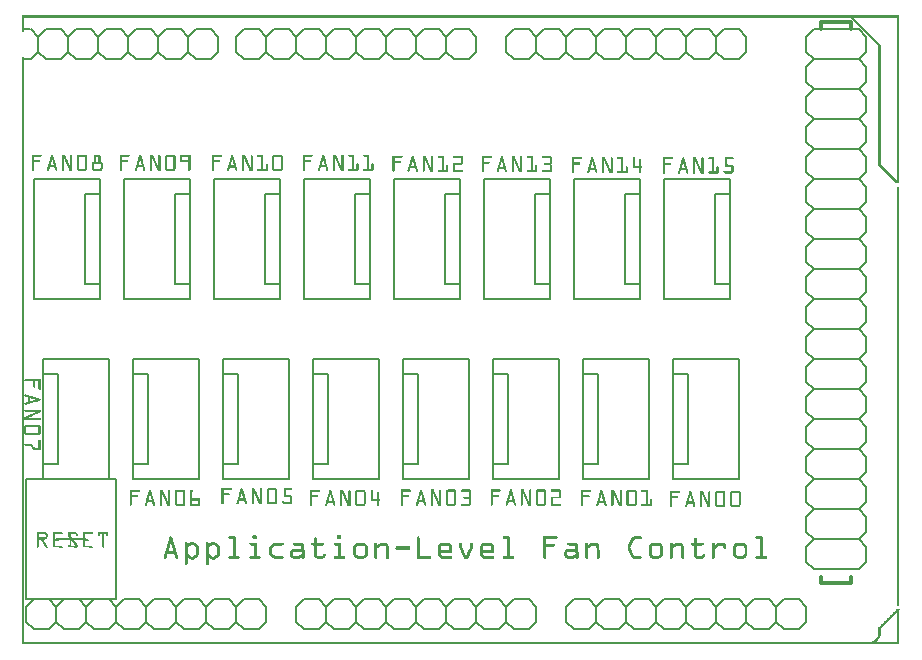
<source format=gto>
G04 MADE WITH FRITZING*
G04 WWW.FRITZING.ORG*
G04 DOUBLE SIDED*
G04 HOLES PLATED*
G04 CONTOUR ON CENTER OF CONTOUR VECTOR*
%ASAXBY*%
%FSLAX23Y23*%
%MOIN*%
%OFA0B0*%
%SFA1.0B1.0*%
%ADD10C,0.012000*%
%ADD11C,0.006000*%
%ADD12C,0.005000*%
%ADD13R,0.001000X0.001000*%
%LNSILK1*%
G90*
G70*
G54D10*
X2663Y224D02*
X2663Y204D01*
D02*
X2663Y204D02*
X2763Y204D01*
D02*
X2763Y204D02*
X2763Y224D01*
D02*
X2663Y2049D02*
X2663Y2074D01*
D02*
X2663Y2074D02*
X2763Y2074D01*
D02*
X2763Y2074D02*
X2763Y2049D01*
G54D11*
D02*
X2438Y149D02*
X2488Y149D01*
D02*
X2488Y149D02*
X2513Y124D01*
D02*
X2513Y124D02*
X2513Y74D01*
D02*
X2513Y74D02*
X2488Y49D01*
D02*
X2313Y124D02*
X2338Y149D01*
D02*
X2338Y149D02*
X2388Y149D01*
D02*
X2388Y149D02*
X2413Y124D01*
D02*
X2413Y124D02*
X2413Y74D01*
D02*
X2413Y74D02*
X2388Y49D01*
D02*
X2388Y49D02*
X2338Y49D01*
D02*
X2338Y49D02*
X2313Y74D01*
D02*
X2438Y149D02*
X2413Y124D01*
D02*
X2413Y74D02*
X2438Y49D01*
D02*
X2488Y49D02*
X2438Y49D01*
D02*
X2138Y149D02*
X2188Y149D01*
D02*
X2188Y149D02*
X2213Y124D01*
D02*
X2213Y124D02*
X2213Y74D01*
D02*
X2213Y74D02*
X2188Y49D01*
D02*
X2213Y124D02*
X2238Y149D01*
D02*
X2238Y149D02*
X2288Y149D01*
D02*
X2288Y149D02*
X2313Y124D01*
D02*
X2313Y124D02*
X2313Y74D01*
D02*
X2313Y74D02*
X2288Y49D01*
D02*
X2288Y49D02*
X2238Y49D01*
D02*
X2238Y49D02*
X2213Y74D01*
D02*
X2013Y124D02*
X2038Y149D01*
D02*
X2038Y149D02*
X2088Y149D01*
D02*
X2088Y149D02*
X2113Y124D01*
D02*
X2113Y124D02*
X2113Y74D01*
D02*
X2113Y74D02*
X2088Y49D01*
D02*
X2088Y49D02*
X2038Y49D01*
D02*
X2038Y49D02*
X2013Y74D01*
D02*
X2138Y149D02*
X2113Y124D01*
D02*
X2113Y74D02*
X2138Y49D01*
D02*
X2188Y49D02*
X2138Y49D01*
D02*
X1838Y149D02*
X1888Y149D01*
D02*
X1888Y149D02*
X1913Y124D01*
D02*
X1913Y124D02*
X1913Y74D01*
D02*
X1913Y74D02*
X1888Y49D01*
D02*
X1913Y124D02*
X1938Y149D01*
D02*
X1938Y149D02*
X1988Y149D01*
D02*
X1988Y149D02*
X2013Y124D01*
D02*
X2013Y124D02*
X2013Y74D01*
D02*
X2013Y74D02*
X1988Y49D01*
D02*
X1988Y49D02*
X1938Y49D01*
D02*
X1938Y49D02*
X1913Y74D01*
D02*
X1813Y124D02*
X1813Y74D01*
D02*
X1838Y149D02*
X1813Y124D01*
D02*
X1813Y74D02*
X1838Y49D01*
D02*
X1888Y49D02*
X1838Y49D01*
D02*
X2538Y149D02*
X2588Y149D01*
D02*
X2588Y149D02*
X2613Y124D01*
D02*
X2613Y124D02*
X2613Y74D01*
D02*
X2613Y74D02*
X2588Y49D01*
D02*
X2538Y149D02*
X2513Y124D01*
D02*
X2513Y74D02*
X2538Y49D01*
D02*
X2588Y49D02*
X2538Y49D01*
D02*
X1538Y149D02*
X1588Y149D01*
D02*
X1588Y149D02*
X1613Y124D01*
D02*
X1613Y124D02*
X1613Y74D01*
D02*
X1613Y74D02*
X1588Y49D01*
D02*
X1413Y124D02*
X1438Y149D01*
D02*
X1438Y149D02*
X1488Y149D01*
D02*
X1488Y149D02*
X1513Y124D01*
D02*
X1513Y124D02*
X1513Y74D01*
D02*
X1513Y74D02*
X1488Y49D01*
D02*
X1488Y49D02*
X1438Y49D01*
D02*
X1438Y49D02*
X1413Y74D01*
D02*
X1538Y149D02*
X1513Y124D01*
D02*
X1513Y74D02*
X1538Y49D01*
D02*
X1588Y49D02*
X1538Y49D01*
D02*
X1238Y149D02*
X1288Y149D01*
D02*
X1288Y149D02*
X1313Y124D01*
D02*
X1313Y124D02*
X1313Y74D01*
D02*
X1313Y74D02*
X1288Y49D01*
D02*
X1313Y124D02*
X1338Y149D01*
D02*
X1338Y149D02*
X1388Y149D01*
D02*
X1388Y149D02*
X1413Y124D01*
D02*
X1413Y124D02*
X1413Y74D01*
D02*
X1413Y74D02*
X1388Y49D01*
D02*
X1388Y49D02*
X1338Y49D01*
D02*
X1338Y49D02*
X1313Y74D01*
D02*
X1113Y124D02*
X1138Y149D01*
D02*
X1138Y149D02*
X1188Y149D01*
D02*
X1188Y149D02*
X1213Y124D01*
D02*
X1213Y124D02*
X1213Y74D01*
D02*
X1213Y74D02*
X1188Y49D01*
D02*
X1188Y49D02*
X1138Y49D01*
D02*
X1138Y49D02*
X1113Y74D01*
D02*
X1238Y149D02*
X1213Y124D01*
D02*
X1213Y74D02*
X1238Y49D01*
D02*
X1288Y49D02*
X1238Y49D01*
D02*
X938Y149D02*
X988Y149D01*
D02*
X988Y149D02*
X1013Y124D01*
D02*
X1013Y124D02*
X1013Y74D01*
D02*
X1013Y74D02*
X988Y49D01*
D02*
X1013Y124D02*
X1038Y149D01*
D02*
X1038Y149D02*
X1088Y149D01*
D02*
X1088Y149D02*
X1113Y124D01*
D02*
X1113Y124D02*
X1113Y74D01*
D02*
X1113Y74D02*
X1088Y49D01*
D02*
X1088Y49D02*
X1038Y49D01*
D02*
X1038Y49D02*
X1013Y74D01*
D02*
X913Y124D02*
X913Y74D01*
D02*
X938Y149D02*
X913Y124D01*
D02*
X913Y74D02*
X938Y49D01*
D02*
X988Y49D02*
X938Y49D01*
D02*
X1638Y149D02*
X1688Y149D01*
D02*
X1688Y149D02*
X1713Y124D01*
D02*
X1713Y124D02*
X1713Y74D01*
D02*
X1713Y74D02*
X1688Y49D01*
D02*
X1638Y149D02*
X1613Y124D01*
D02*
X1613Y74D02*
X1638Y49D01*
D02*
X1688Y49D02*
X1638Y49D01*
D02*
X1788Y1949D02*
X1738Y1949D01*
D02*
X1738Y1949D02*
X1713Y1974D01*
D02*
X1713Y1974D02*
X1713Y2024D01*
D02*
X1713Y2024D02*
X1738Y2049D01*
D02*
X1913Y1974D02*
X1888Y1949D01*
D02*
X1888Y1949D02*
X1838Y1949D01*
D02*
X1838Y1949D02*
X1813Y1974D01*
D02*
X1813Y1974D02*
X1813Y2024D01*
D02*
X1813Y2024D02*
X1838Y2049D01*
D02*
X1838Y2049D02*
X1888Y2049D01*
D02*
X1888Y2049D02*
X1913Y2024D01*
D02*
X1788Y1949D02*
X1813Y1974D01*
D02*
X1813Y2024D02*
X1788Y2049D01*
D02*
X1738Y2049D02*
X1788Y2049D01*
D02*
X2088Y1949D02*
X2038Y1949D01*
D02*
X2038Y1949D02*
X2013Y1974D01*
D02*
X2013Y1974D02*
X2013Y2024D01*
D02*
X2013Y2024D02*
X2038Y2049D01*
D02*
X2013Y1974D02*
X1988Y1949D01*
D02*
X1988Y1949D02*
X1938Y1949D01*
D02*
X1938Y1949D02*
X1913Y1974D01*
D02*
X1913Y1974D02*
X1913Y2024D01*
D02*
X1913Y2024D02*
X1938Y2049D01*
D02*
X1938Y2049D02*
X1988Y2049D01*
D02*
X1988Y2049D02*
X2013Y2024D01*
D02*
X2213Y1974D02*
X2188Y1949D01*
D02*
X2188Y1949D02*
X2138Y1949D01*
D02*
X2138Y1949D02*
X2113Y1974D01*
D02*
X2113Y1974D02*
X2113Y2024D01*
D02*
X2113Y2024D02*
X2138Y2049D01*
D02*
X2138Y2049D02*
X2188Y2049D01*
D02*
X2188Y2049D02*
X2213Y2024D01*
D02*
X2088Y1949D02*
X2113Y1974D01*
D02*
X2113Y2024D02*
X2088Y2049D01*
D02*
X2038Y2049D02*
X2088Y2049D01*
D02*
X2388Y1949D02*
X2338Y1949D01*
D02*
X2338Y1949D02*
X2313Y1974D01*
D02*
X2313Y1974D02*
X2313Y2024D01*
D02*
X2313Y2024D02*
X2338Y2049D01*
D02*
X2313Y1974D02*
X2288Y1949D01*
D02*
X2288Y1949D02*
X2238Y1949D01*
D02*
X2238Y1949D02*
X2213Y1974D01*
D02*
X2213Y1974D02*
X2213Y2024D01*
D02*
X2213Y2024D02*
X2238Y2049D01*
D02*
X2238Y2049D02*
X2288Y2049D01*
D02*
X2288Y2049D02*
X2313Y2024D01*
D02*
X2413Y1974D02*
X2413Y2024D01*
D02*
X2388Y1949D02*
X2413Y1974D01*
D02*
X2413Y2024D02*
X2388Y2049D01*
D02*
X2338Y2049D02*
X2388Y2049D01*
D02*
X1688Y1949D02*
X1638Y1949D01*
D02*
X1638Y1949D02*
X1613Y1974D01*
D02*
X1613Y1974D02*
X1613Y2024D01*
D02*
X1613Y2024D02*
X1638Y2049D01*
D02*
X1688Y1949D02*
X1713Y1974D01*
D02*
X1713Y2024D02*
X1688Y2049D01*
D02*
X1638Y2049D02*
X1688Y2049D01*
D02*
X453Y2024D02*
X478Y2049D01*
D02*
X478Y2049D02*
X528Y2049D01*
D02*
X528Y2049D02*
X553Y2024D01*
D02*
X553Y2024D02*
X553Y1974D01*
D02*
X553Y1974D02*
X528Y1949D01*
D02*
X528Y1949D02*
X478Y1949D01*
D02*
X478Y1949D02*
X453Y1974D01*
D02*
X278Y2049D02*
X328Y2049D01*
D02*
X328Y2049D02*
X353Y2024D01*
D02*
X353Y2024D02*
X353Y1974D01*
D02*
X353Y1974D02*
X328Y1949D01*
D02*
X353Y2024D02*
X378Y2049D01*
D02*
X378Y2049D02*
X428Y2049D01*
D02*
X428Y2049D02*
X453Y2024D01*
D02*
X453Y2024D02*
X453Y1974D01*
D02*
X453Y1974D02*
X428Y1949D01*
D02*
X428Y1949D02*
X378Y1949D01*
D02*
X378Y1949D02*
X353Y1974D01*
D02*
X153Y2024D02*
X178Y2049D01*
D02*
X178Y2049D02*
X228Y2049D01*
D02*
X228Y2049D02*
X253Y2024D01*
D02*
X253Y2024D02*
X253Y1974D01*
D02*
X253Y1974D02*
X228Y1949D01*
D02*
X228Y1949D02*
X178Y1949D01*
D02*
X178Y1949D02*
X153Y1974D01*
D02*
X278Y2049D02*
X253Y2024D01*
D02*
X253Y1974D02*
X278Y1949D01*
D02*
X328Y1949D02*
X278Y1949D01*
D02*
X28Y2049D02*
X53Y2024D01*
D02*
X53Y2024D02*
X53Y1974D01*
D02*
X53Y1974D02*
X28Y1949D01*
D02*
X53Y2024D02*
X78Y2049D01*
D02*
X78Y2049D02*
X128Y2049D01*
D02*
X128Y2049D02*
X153Y2024D01*
D02*
X153Y2024D02*
X153Y1974D01*
D02*
X153Y1974D02*
X128Y1949D01*
D02*
X128Y1949D02*
X78Y1949D01*
D02*
X78Y1949D02*
X53Y1974D01*
D02*
X578Y2049D02*
X628Y2049D01*
D02*
X628Y2049D02*
X653Y2024D01*
D02*
X653Y2024D02*
X653Y1974D01*
D02*
X653Y1974D02*
X628Y1949D01*
D02*
X578Y2049D02*
X553Y2024D01*
D02*
X553Y1974D02*
X578Y1949D01*
D02*
X628Y1949D02*
X578Y1949D01*
D02*
X638Y149D02*
X688Y149D01*
D02*
X688Y149D02*
X713Y124D01*
D02*
X713Y124D02*
X713Y74D01*
D02*
X713Y74D02*
X688Y49D01*
D02*
X513Y124D02*
X538Y149D01*
D02*
X538Y149D02*
X588Y149D01*
D02*
X588Y149D02*
X613Y124D01*
D02*
X613Y124D02*
X613Y74D01*
D02*
X613Y74D02*
X588Y49D01*
D02*
X588Y49D02*
X538Y49D01*
D02*
X538Y49D02*
X513Y74D01*
D02*
X638Y149D02*
X613Y124D01*
D02*
X613Y74D02*
X638Y49D01*
D02*
X688Y49D02*
X638Y49D01*
D02*
X338Y149D02*
X388Y149D01*
D02*
X388Y149D02*
X413Y124D01*
D02*
X413Y124D02*
X413Y74D01*
D02*
X413Y74D02*
X388Y49D01*
D02*
X413Y124D02*
X438Y149D01*
D02*
X438Y149D02*
X488Y149D01*
D02*
X488Y149D02*
X513Y124D01*
D02*
X513Y124D02*
X513Y74D01*
D02*
X513Y74D02*
X488Y49D01*
D02*
X488Y49D02*
X438Y49D01*
D02*
X438Y49D02*
X413Y74D01*
D02*
X213Y124D02*
X238Y149D01*
D02*
X238Y149D02*
X288Y149D01*
D02*
X288Y149D02*
X313Y124D01*
D02*
X313Y124D02*
X313Y74D01*
D02*
X313Y74D02*
X288Y49D01*
D02*
X288Y49D02*
X238Y49D01*
D02*
X238Y49D02*
X213Y74D01*
D02*
X338Y149D02*
X313Y124D01*
D02*
X313Y74D02*
X338Y49D01*
D02*
X388Y49D02*
X338Y49D01*
D02*
X38Y149D02*
X88Y149D01*
D02*
X88Y149D02*
X113Y124D01*
D02*
X113Y124D02*
X113Y74D01*
D02*
X113Y74D02*
X88Y49D01*
D02*
X113Y124D02*
X138Y149D01*
D02*
X138Y149D02*
X188Y149D01*
D02*
X188Y149D02*
X213Y124D01*
D02*
X213Y124D02*
X213Y74D01*
D02*
X213Y74D02*
X188Y49D01*
D02*
X188Y49D02*
X138Y49D01*
D02*
X138Y49D02*
X113Y74D01*
D02*
X13Y124D02*
X13Y74D01*
D02*
X38Y149D02*
X13Y124D01*
D02*
X13Y74D02*
X38Y49D01*
D02*
X88Y49D02*
X38Y49D01*
D02*
X738Y149D02*
X788Y149D01*
D02*
X788Y149D02*
X813Y124D01*
D02*
X813Y124D02*
X813Y74D01*
D02*
X813Y74D02*
X788Y49D01*
D02*
X738Y149D02*
X713Y124D01*
D02*
X713Y74D02*
X738Y49D01*
D02*
X788Y49D02*
X738Y49D01*
D02*
X888Y1949D02*
X838Y1949D01*
D02*
X838Y1949D02*
X813Y1974D01*
D02*
X813Y1974D02*
X813Y2024D01*
D02*
X813Y2024D02*
X838Y2049D01*
D02*
X1013Y1974D02*
X988Y1949D01*
D02*
X988Y1949D02*
X938Y1949D01*
D02*
X938Y1949D02*
X913Y1974D01*
D02*
X913Y1974D02*
X913Y2024D01*
D02*
X913Y2024D02*
X938Y2049D01*
D02*
X938Y2049D02*
X988Y2049D01*
D02*
X988Y2049D02*
X1013Y2024D01*
D02*
X888Y1949D02*
X913Y1974D01*
D02*
X913Y2024D02*
X888Y2049D01*
D02*
X838Y2049D02*
X888Y2049D01*
D02*
X1188Y1949D02*
X1138Y1949D01*
D02*
X1138Y1949D02*
X1113Y1974D01*
D02*
X1113Y1974D02*
X1113Y2024D01*
D02*
X1113Y2024D02*
X1138Y2049D01*
D02*
X1113Y1974D02*
X1088Y1949D01*
D02*
X1088Y1949D02*
X1038Y1949D01*
D02*
X1038Y1949D02*
X1013Y1974D01*
D02*
X1013Y1974D02*
X1013Y2024D01*
D02*
X1013Y2024D02*
X1038Y2049D01*
D02*
X1038Y2049D02*
X1088Y2049D01*
D02*
X1088Y2049D02*
X1113Y2024D01*
D02*
X1313Y1974D02*
X1288Y1949D01*
D02*
X1288Y1949D02*
X1238Y1949D01*
D02*
X1238Y1949D02*
X1213Y1974D01*
D02*
X1213Y1974D02*
X1213Y2024D01*
D02*
X1213Y2024D02*
X1238Y2049D01*
D02*
X1238Y2049D02*
X1288Y2049D01*
D02*
X1288Y2049D02*
X1313Y2024D01*
D02*
X1188Y1949D02*
X1213Y1974D01*
D02*
X1213Y2024D02*
X1188Y2049D01*
D02*
X1138Y2049D02*
X1188Y2049D01*
D02*
X1488Y1949D02*
X1438Y1949D01*
D02*
X1438Y1949D02*
X1413Y1974D01*
D02*
X1413Y1974D02*
X1413Y2024D01*
D02*
X1413Y2024D02*
X1438Y2049D01*
D02*
X1413Y1974D02*
X1388Y1949D01*
D02*
X1388Y1949D02*
X1338Y1949D01*
D02*
X1338Y1949D02*
X1313Y1974D01*
D02*
X1313Y1974D02*
X1313Y2024D01*
D02*
X1313Y2024D02*
X1338Y2049D01*
D02*
X1338Y2049D02*
X1388Y2049D01*
D02*
X1388Y2049D02*
X1413Y2024D01*
D02*
X1513Y1974D02*
X1513Y2024D01*
D02*
X1488Y1949D02*
X1513Y1974D01*
D02*
X1513Y2024D02*
X1488Y2049D01*
D02*
X1438Y2049D02*
X1488Y2049D01*
D02*
X788Y1949D02*
X738Y1949D01*
D02*
X738Y1949D02*
X713Y1974D01*
D02*
X713Y1974D02*
X713Y2024D01*
D02*
X713Y2024D02*
X738Y2049D01*
D02*
X788Y1949D02*
X813Y1974D01*
D02*
X813Y2024D02*
X788Y2049D01*
D02*
X738Y2049D02*
X788Y2049D01*
D02*
X2638Y2049D02*
X2613Y2024D01*
D02*
X2613Y2024D02*
X2613Y1974D01*
D02*
X2613Y1974D02*
X2638Y1949D01*
D02*
X2638Y1949D02*
X2613Y1924D01*
D02*
X2613Y1924D02*
X2613Y1874D01*
D02*
X2613Y1874D02*
X2638Y1849D01*
D02*
X2638Y1849D02*
X2613Y1824D01*
D02*
X2613Y1824D02*
X2613Y1774D01*
D02*
X2613Y1774D02*
X2638Y1749D01*
D02*
X2638Y1749D02*
X2613Y1724D01*
D02*
X2613Y1724D02*
X2613Y1674D01*
D02*
X2613Y1674D02*
X2638Y1649D01*
D02*
X2638Y1649D02*
X2613Y1624D01*
D02*
X2613Y1624D02*
X2613Y1574D01*
D02*
X2613Y1574D02*
X2638Y1549D01*
D02*
X2638Y1549D02*
X2613Y1524D01*
D02*
X2613Y1524D02*
X2613Y1474D01*
D02*
X2613Y1474D02*
X2638Y1449D01*
D02*
X2638Y2049D02*
X2788Y2049D01*
D02*
X2788Y2049D02*
X2813Y2024D01*
D02*
X2813Y2024D02*
X2813Y1974D01*
D02*
X2813Y1974D02*
X2788Y1949D01*
D02*
X2788Y1949D02*
X2813Y1924D01*
D02*
X2813Y1924D02*
X2813Y1874D01*
D02*
X2813Y1874D02*
X2788Y1849D01*
D02*
X2788Y1849D02*
X2813Y1824D01*
D02*
X2813Y1824D02*
X2813Y1774D01*
D02*
X2813Y1774D02*
X2788Y1749D01*
D02*
X2788Y1749D02*
X2813Y1724D01*
D02*
X2813Y1724D02*
X2813Y1674D01*
D02*
X2813Y1674D02*
X2788Y1649D01*
D02*
X2788Y1649D02*
X2813Y1624D01*
D02*
X2813Y1624D02*
X2813Y1574D01*
D02*
X2813Y1574D02*
X2788Y1549D01*
D02*
X2788Y1549D02*
X2813Y1524D01*
D02*
X2813Y1524D02*
X2813Y1474D01*
D02*
X2813Y1474D02*
X2788Y1449D01*
D02*
X2788Y1449D02*
X2813Y1424D01*
D02*
X2813Y1424D02*
X2813Y1374D01*
D02*
X2813Y1374D02*
X2788Y1349D01*
D02*
X2788Y1349D02*
X2813Y1324D01*
D02*
X2813Y1324D02*
X2813Y1274D01*
D02*
X2813Y1274D02*
X2788Y1249D01*
D02*
X2788Y1249D02*
X2813Y1224D01*
D02*
X2813Y1224D02*
X2813Y1174D01*
D02*
X2813Y1174D02*
X2788Y1149D01*
D02*
X2788Y1149D02*
X2813Y1124D01*
D02*
X2813Y1124D02*
X2813Y1074D01*
D02*
X2813Y1074D02*
X2788Y1049D01*
D02*
X2788Y1049D02*
X2813Y1024D01*
D02*
X2813Y1024D02*
X2813Y974D01*
D02*
X2813Y974D02*
X2788Y949D01*
D02*
X2788Y949D02*
X2813Y924D01*
D02*
X2813Y924D02*
X2813Y874D01*
D02*
X2788Y849D02*
X2813Y874D01*
D02*
X2788Y849D02*
X2813Y824D01*
D02*
X2813Y774D02*
X2813Y824D01*
D02*
X2813Y774D02*
X2788Y749D01*
D02*
X2788Y749D02*
X2813Y724D01*
D02*
X2813Y674D02*
X2813Y724D01*
D02*
X2813Y674D02*
X2788Y649D01*
D02*
X2788Y649D02*
X2813Y624D01*
D02*
X2813Y574D02*
X2813Y624D01*
D02*
X2813Y574D02*
X2788Y549D01*
D02*
X2788Y549D02*
X2813Y524D01*
D02*
X2813Y474D02*
X2813Y524D01*
D02*
X2813Y474D02*
X2788Y449D01*
D02*
X2788Y449D02*
X2813Y424D01*
D02*
X2813Y374D02*
X2813Y424D01*
D02*
X2813Y374D02*
X2788Y349D01*
D02*
X2788Y349D02*
X2813Y324D01*
D02*
X2813Y274D02*
X2813Y324D01*
D02*
X2813Y274D02*
X2788Y249D01*
D02*
X2638Y249D02*
X2613Y274D01*
D02*
X2613Y274D02*
X2613Y324D01*
D02*
X2638Y349D02*
X2613Y324D01*
D02*
X2638Y349D02*
X2613Y374D01*
D02*
X2613Y374D02*
X2613Y424D01*
D02*
X2638Y449D02*
X2613Y424D01*
D02*
X2638Y449D02*
X2613Y474D01*
D02*
X2613Y524D02*
X2613Y474D01*
D02*
X2613Y524D02*
X2638Y549D01*
D02*
X2638Y549D02*
X2613Y574D01*
D02*
X2613Y624D02*
X2613Y574D01*
D02*
X2613Y624D02*
X2638Y649D01*
D02*
X2638Y649D02*
X2613Y674D01*
D02*
X2613Y674D02*
X2613Y724D01*
D02*
X2638Y749D02*
X2613Y724D01*
D02*
X2638Y749D02*
X2613Y774D01*
D02*
X2613Y774D02*
X2613Y824D01*
D02*
X2638Y849D02*
X2613Y824D01*
D02*
X2638Y849D02*
X2613Y874D01*
D02*
X2613Y874D02*
X2613Y924D01*
D02*
X2638Y949D02*
X2613Y924D01*
D02*
X2638Y949D02*
X2613Y974D01*
D02*
X2613Y974D02*
X2613Y1024D01*
D02*
X2638Y1049D02*
X2613Y1024D01*
D02*
X2638Y1049D02*
X2613Y1074D01*
D02*
X2613Y1074D02*
X2613Y1124D01*
D02*
X2638Y1149D02*
X2613Y1124D01*
D02*
X2638Y1149D02*
X2613Y1174D01*
D02*
X2613Y1174D02*
X2613Y1224D01*
D02*
X2638Y1249D02*
X2613Y1224D01*
D02*
X2638Y1249D02*
X2613Y1274D01*
D02*
X2613Y1274D02*
X2613Y1324D01*
D02*
X2638Y1349D02*
X2613Y1324D01*
D02*
X2638Y1349D02*
X2613Y1374D01*
D02*
X2613Y1374D02*
X2613Y1424D01*
D02*
X2638Y1449D02*
X2613Y1424D01*
D02*
X2788Y1949D02*
X2638Y1949D01*
D02*
X2788Y1849D02*
X2638Y1849D01*
D02*
X2788Y1749D02*
X2638Y1749D01*
D02*
X2788Y1649D02*
X2638Y1649D01*
D02*
X2788Y1549D02*
X2638Y1549D01*
D02*
X2788Y1449D02*
X2638Y1449D01*
D02*
X2788Y1349D02*
X2638Y1349D01*
D02*
X2788Y1249D02*
X2638Y1249D01*
D02*
X2788Y1149D02*
X2638Y1149D01*
D02*
X2788Y1049D02*
X2638Y1049D01*
D02*
X2788Y949D02*
X2638Y949D01*
D02*
X2788Y849D02*
X2638Y849D01*
D02*
X2788Y749D02*
X2638Y749D01*
D02*
X2788Y649D02*
X2638Y649D01*
D02*
X2788Y549D02*
X2638Y549D01*
D02*
X2788Y449D02*
X2638Y449D01*
D02*
X2788Y349D02*
X2638Y349D01*
D02*
X2788Y249D02*
X2638Y249D01*
G54D12*
D02*
X1838Y1149D02*
X2058Y1149D01*
D02*
X1838Y1549D02*
X2058Y1549D01*
D02*
X1838Y1549D02*
X1838Y1149D01*
D02*
X2058Y1549D02*
X2058Y1499D01*
D02*
X2058Y1499D02*
X2058Y1199D01*
D02*
X2058Y1199D02*
X2058Y1149D01*
D02*
X2058Y1199D02*
X2008Y1199D01*
D02*
X2008Y1199D02*
X2008Y1499D01*
D02*
X2008Y1499D02*
X2058Y1499D01*
D02*
X2138Y1149D02*
X2358Y1149D01*
D02*
X2138Y1549D02*
X2358Y1549D01*
D02*
X2138Y1549D02*
X2138Y1149D01*
D02*
X2358Y1549D02*
X2358Y1499D01*
D02*
X2358Y1499D02*
X2358Y1199D01*
D02*
X2358Y1199D02*
X2358Y1149D01*
D02*
X2358Y1199D02*
X2308Y1199D01*
D02*
X2308Y1199D02*
X2308Y1499D01*
D02*
X2308Y1499D02*
X2358Y1499D01*
D02*
X1488Y949D02*
X1268Y949D01*
D02*
X1488Y549D02*
X1268Y549D01*
D02*
X1488Y549D02*
X1488Y949D01*
D02*
X1268Y549D02*
X1268Y599D01*
D02*
X1268Y599D02*
X1268Y899D01*
D02*
X1268Y899D02*
X1268Y949D01*
D02*
X1268Y899D02*
X1318Y899D01*
D02*
X1318Y899D02*
X1318Y599D01*
D02*
X1318Y599D02*
X1268Y599D01*
D02*
X2088Y949D02*
X1868Y949D01*
D02*
X2088Y549D02*
X1868Y549D01*
D02*
X2088Y549D02*
X2088Y949D01*
D02*
X1868Y549D02*
X1868Y599D01*
D02*
X1868Y599D02*
X1868Y899D01*
D02*
X1868Y899D02*
X1868Y949D01*
D02*
X1868Y899D02*
X1918Y899D01*
D02*
X1918Y899D02*
X1918Y599D01*
D02*
X1918Y599D02*
X1868Y599D01*
D02*
X2388Y949D02*
X2168Y949D01*
D02*
X2388Y549D02*
X2168Y549D01*
D02*
X2388Y549D02*
X2388Y949D01*
D02*
X2168Y549D02*
X2168Y599D01*
D02*
X2168Y599D02*
X2168Y899D01*
D02*
X2168Y899D02*
X2168Y949D01*
D02*
X2168Y899D02*
X2218Y899D01*
D02*
X2218Y899D02*
X2218Y599D01*
D02*
X2218Y599D02*
X2168Y599D01*
D02*
X288Y949D02*
X68Y949D01*
D02*
X288Y549D02*
X68Y549D01*
D02*
X288Y549D02*
X288Y949D01*
D02*
X68Y549D02*
X68Y599D01*
D02*
X68Y599D02*
X68Y899D01*
D02*
X68Y899D02*
X68Y949D01*
D02*
X68Y899D02*
X118Y899D01*
D02*
X118Y899D02*
X118Y599D01*
D02*
X118Y599D02*
X68Y599D01*
D02*
X1788Y949D02*
X1568Y949D01*
D02*
X1788Y549D02*
X1568Y549D01*
D02*
X1788Y549D02*
X1788Y949D01*
D02*
X1568Y549D02*
X1568Y599D01*
D02*
X1568Y599D02*
X1568Y899D01*
D02*
X1568Y899D02*
X1568Y949D01*
D02*
X1568Y899D02*
X1618Y899D01*
D02*
X1618Y899D02*
X1618Y599D01*
D02*
X1618Y599D02*
X1568Y599D01*
D02*
X1188Y949D02*
X968Y949D01*
D02*
X1188Y549D02*
X968Y549D01*
D02*
X1188Y549D02*
X1188Y949D01*
D02*
X968Y549D02*
X968Y599D01*
D02*
X968Y599D02*
X968Y899D01*
D02*
X968Y899D02*
X968Y949D01*
D02*
X968Y899D02*
X1018Y899D01*
D02*
X1018Y899D02*
X1018Y599D01*
D02*
X1018Y599D02*
X968Y599D01*
D02*
X588Y949D02*
X368Y949D01*
D02*
X588Y549D02*
X368Y549D01*
D02*
X588Y549D02*
X588Y949D01*
D02*
X368Y549D02*
X368Y599D01*
D02*
X368Y599D02*
X368Y899D01*
D02*
X368Y899D02*
X368Y949D01*
D02*
X368Y899D02*
X418Y899D01*
D02*
X418Y899D02*
X418Y599D01*
D02*
X418Y599D02*
X368Y599D01*
D02*
X38Y1149D02*
X258Y1149D01*
D02*
X38Y1549D02*
X258Y1549D01*
D02*
X38Y1549D02*
X38Y1149D01*
D02*
X258Y1549D02*
X258Y1499D01*
D02*
X258Y1499D02*
X258Y1199D01*
D02*
X258Y1199D02*
X258Y1149D01*
D02*
X258Y1199D02*
X208Y1199D01*
D02*
X208Y1199D02*
X208Y1499D01*
D02*
X208Y1499D02*
X258Y1499D01*
D02*
X338Y1149D02*
X558Y1149D01*
D02*
X338Y1549D02*
X558Y1549D01*
D02*
X338Y1549D02*
X338Y1149D01*
D02*
X558Y1549D02*
X558Y1499D01*
D02*
X558Y1499D02*
X558Y1199D01*
D02*
X558Y1199D02*
X558Y1149D01*
D02*
X558Y1199D02*
X508Y1199D01*
D02*
X508Y1199D02*
X508Y1499D01*
D02*
X508Y1499D02*
X558Y1499D01*
D02*
X638Y1149D02*
X858Y1149D01*
D02*
X638Y1549D02*
X858Y1549D01*
D02*
X638Y1549D02*
X638Y1149D01*
D02*
X858Y1549D02*
X858Y1499D01*
D02*
X858Y1499D02*
X858Y1199D01*
D02*
X858Y1199D02*
X858Y1149D01*
D02*
X858Y1199D02*
X808Y1199D01*
D02*
X808Y1199D02*
X808Y1499D01*
D02*
X808Y1499D02*
X858Y1499D01*
D02*
X938Y1149D02*
X1158Y1149D01*
D02*
X938Y1549D02*
X1158Y1549D01*
D02*
X938Y1549D02*
X938Y1149D01*
D02*
X1158Y1549D02*
X1158Y1499D01*
D02*
X1158Y1499D02*
X1158Y1199D01*
D02*
X1158Y1199D02*
X1158Y1149D01*
D02*
X1158Y1199D02*
X1108Y1199D01*
D02*
X1108Y1199D02*
X1108Y1499D01*
D02*
X1108Y1499D02*
X1158Y1499D01*
D02*
X1238Y1149D02*
X1458Y1149D01*
D02*
X1238Y1549D02*
X1458Y1549D01*
D02*
X1238Y1549D02*
X1238Y1149D01*
D02*
X1458Y1549D02*
X1458Y1499D01*
D02*
X1458Y1499D02*
X1458Y1199D01*
D02*
X1458Y1199D02*
X1458Y1149D01*
D02*
X1458Y1199D02*
X1408Y1199D01*
D02*
X1408Y1199D02*
X1408Y1499D01*
D02*
X1408Y1499D02*
X1458Y1499D01*
D02*
X1538Y1149D02*
X1758Y1149D01*
D02*
X1538Y1549D02*
X1758Y1549D01*
D02*
X1538Y1549D02*
X1538Y1149D01*
D02*
X1758Y1549D02*
X1758Y1499D01*
D02*
X1758Y1499D02*
X1758Y1199D01*
D02*
X1758Y1199D02*
X1758Y1149D01*
D02*
X1758Y1199D02*
X1708Y1199D01*
D02*
X1708Y1199D02*
X1708Y1499D01*
D02*
X1708Y1499D02*
X1758Y1499D01*
D02*
X888Y949D02*
X668Y949D01*
D02*
X888Y549D02*
X668Y549D01*
D02*
X888Y549D02*
X888Y949D01*
D02*
X668Y549D02*
X668Y599D01*
D02*
X668Y599D02*
X668Y899D01*
D02*
X668Y899D02*
X668Y949D01*
D02*
X668Y899D02*
X718Y899D01*
D02*
X718Y899D02*
X718Y599D01*
D02*
X718Y599D02*
X668Y599D01*
D02*
X213Y349D02*
X113Y349D01*
D02*
X313Y549D02*
X313Y149D01*
D02*
X313Y149D02*
X13Y149D01*
D02*
X13Y149D02*
X13Y549D01*
D02*
X13Y549D02*
X313Y549D01*
G54D13*
X0Y2096D02*
X2924Y2096D01*
X0Y2095D02*
X2924Y2095D01*
X0Y2094D02*
X2924Y2094D01*
X0Y2093D02*
X2924Y2093D01*
X0Y2092D02*
X2924Y2092D01*
X0Y2091D02*
X2924Y2091D01*
X0Y2090D02*
X2924Y2090D01*
X0Y2089D02*
X2924Y2089D01*
X0Y2088D02*
X7Y2088D01*
X2760Y2088D02*
X2771Y2088D01*
X2917Y2088D02*
X2924Y2088D01*
X0Y2087D02*
X7Y2087D01*
X2761Y2087D02*
X2772Y2087D01*
X2917Y2087D02*
X2924Y2087D01*
X0Y2086D02*
X7Y2086D01*
X2762Y2086D02*
X2773Y2086D01*
X2917Y2086D02*
X2924Y2086D01*
X0Y2085D02*
X7Y2085D01*
X2763Y2085D02*
X2774Y2085D01*
X2917Y2085D02*
X2924Y2085D01*
X0Y2084D02*
X7Y2084D01*
X2764Y2084D02*
X2775Y2084D01*
X2917Y2084D02*
X2924Y2084D01*
X0Y2083D02*
X7Y2083D01*
X2765Y2083D02*
X2776Y2083D01*
X2917Y2083D02*
X2924Y2083D01*
X0Y2082D02*
X7Y2082D01*
X2766Y2082D02*
X2777Y2082D01*
X2917Y2082D02*
X2924Y2082D01*
X0Y2081D02*
X7Y2081D01*
X2767Y2081D02*
X2778Y2081D01*
X2917Y2081D02*
X2924Y2081D01*
X0Y2080D02*
X7Y2080D01*
X2768Y2080D02*
X2779Y2080D01*
X2917Y2080D02*
X2924Y2080D01*
X0Y2079D02*
X7Y2079D01*
X2769Y2079D02*
X2780Y2079D01*
X2917Y2079D02*
X2924Y2079D01*
X0Y2078D02*
X7Y2078D01*
X2770Y2078D02*
X2781Y2078D01*
X2917Y2078D02*
X2924Y2078D01*
X0Y2077D02*
X7Y2077D01*
X2771Y2077D02*
X2782Y2077D01*
X2917Y2077D02*
X2924Y2077D01*
X0Y2076D02*
X7Y2076D01*
X2772Y2076D02*
X2783Y2076D01*
X2917Y2076D02*
X2924Y2076D01*
X0Y2075D02*
X7Y2075D01*
X2773Y2075D02*
X2784Y2075D01*
X2917Y2075D02*
X2924Y2075D01*
X0Y2074D02*
X7Y2074D01*
X2774Y2074D02*
X2785Y2074D01*
X2917Y2074D02*
X2924Y2074D01*
X0Y2073D02*
X7Y2073D01*
X2775Y2073D02*
X2786Y2073D01*
X2917Y2073D02*
X2924Y2073D01*
X0Y2072D02*
X7Y2072D01*
X2776Y2072D02*
X2787Y2072D01*
X2917Y2072D02*
X2924Y2072D01*
X0Y2071D02*
X7Y2071D01*
X2777Y2071D02*
X2788Y2071D01*
X2917Y2071D02*
X2924Y2071D01*
X0Y2070D02*
X7Y2070D01*
X2778Y2070D02*
X2789Y2070D01*
X2917Y2070D02*
X2924Y2070D01*
X0Y2069D02*
X7Y2069D01*
X2779Y2069D02*
X2790Y2069D01*
X2917Y2069D02*
X2924Y2069D01*
X0Y2068D02*
X7Y2068D01*
X2780Y2068D02*
X2791Y2068D01*
X2917Y2068D02*
X2924Y2068D01*
X0Y2067D02*
X7Y2067D01*
X2781Y2067D02*
X2792Y2067D01*
X2917Y2067D02*
X2924Y2067D01*
X0Y2066D02*
X7Y2066D01*
X2782Y2066D02*
X2793Y2066D01*
X2917Y2066D02*
X2924Y2066D01*
X0Y2065D02*
X7Y2065D01*
X2783Y2065D02*
X2794Y2065D01*
X2917Y2065D02*
X2924Y2065D01*
X0Y2064D02*
X7Y2064D01*
X2784Y2064D02*
X2795Y2064D01*
X2917Y2064D02*
X2924Y2064D01*
X0Y2063D02*
X7Y2063D01*
X2785Y2063D02*
X2796Y2063D01*
X2917Y2063D02*
X2924Y2063D01*
X0Y2062D02*
X7Y2062D01*
X2786Y2062D02*
X2797Y2062D01*
X2917Y2062D02*
X2924Y2062D01*
X0Y2061D02*
X7Y2061D01*
X2787Y2061D02*
X2798Y2061D01*
X2917Y2061D02*
X2924Y2061D01*
X0Y2060D02*
X7Y2060D01*
X2788Y2060D02*
X2799Y2060D01*
X2917Y2060D02*
X2924Y2060D01*
X0Y2059D02*
X7Y2059D01*
X2789Y2059D02*
X2800Y2059D01*
X2917Y2059D02*
X2924Y2059D01*
X0Y2058D02*
X7Y2058D01*
X2790Y2058D02*
X2801Y2058D01*
X2917Y2058D02*
X2924Y2058D01*
X0Y2057D02*
X7Y2057D01*
X2791Y2057D02*
X2802Y2057D01*
X2917Y2057D02*
X2924Y2057D01*
X0Y2056D02*
X7Y2056D01*
X2792Y2056D02*
X2803Y2056D01*
X2917Y2056D02*
X2924Y2056D01*
X0Y2055D02*
X7Y2055D01*
X2793Y2055D02*
X2804Y2055D01*
X2917Y2055D02*
X2924Y2055D01*
X0Y2054D02*
X7Y2054D01*
X2794Y2054D02*
X2805Y2054D01*
X2917Y2054D02*
X2924Y2054D01*
X0Y2053D02*
X7Y2053D01*
X2795Y2053D02*
X2806Y2053D01*
X2917Y2053D02*
X2924Y2053D01*
X0Y2052D02*
X27Y2052D01*
X2796Y2052D02*
X2807Y2052D01*
X2917Y2052D02*
X2924Y2052D01*
X0Y2051D02*
X29Y2051D01*
X2797Y2051D02*
X2808Y2051D01*
X2917Y2051D02*
X2924Y2051D01*
X0Y2050D02*
X29Y2050D01*
X2798Y2050D02*
X2809Y2050D01*
X2917Y2050D02*
X2924Y2050D01*
X0Y2049D02*
X29Y2049D01*
X2799Y2049D02*
X2810Y2049D01*
X2917Y2049D02*
X2924Y2049D01*
X0Y2048D02*
X29Y2048D01*
X2800Y2048D02*
X2811Y2048D01*
X2917Y2048D02*
X2924Y2048D01*
X0Y2047D02*
X29Y2047D01*
X2801Y2047D02*
X2812Y2047D01*
X2917Y2047D02*
X2924Y2047D01*
X0Y2046D02*
X7Y2046D01*
X2802Y2046D02*
X2813Y2046D01*
X2917Y2046D02*
X2924Y2046D01*
X0Y2045D02*
X7Y2045D01*
X2803Y2045D02*
X2814Y2045D01*
X2917Y2045D02*
X2924Y2045D01*
X0Y2044D02*
X7Y2044D01*
X2804Y2044D02*
X2815Y2044D01*
X2917Y2044D02*
X2924Y2044D01*
X0Y2043D02*
X7Y2043D01*
X2805Y2043D02*
X2816Y2043D01*
X2917Y2043D02*
X2924Y2043D01*
X0Y2042D02*
X7Y2042D01*
X2806Y2042D02*
X2817Y2042D01*
X2917Y2042D02*
X2924Y2042D01*
X0Y2041D02*
X7Y2041D01*
X2807Y2041D02*
X2818Y2041D01*
X2917Y2041D02*
X2924Y2041D01*
X2808Y2040D02*
X2819Y2040D01*
X2917Y2040D02*
X2924Y2040D01*
X2809Y2039D02*
X2820Y2039D01*
X2917Y2039D02*
X2924Y2039D01*
X2810Y2038D02*
X2821Y2038D01*
X2917Y2038D02*
X2924Y2038D01*
X2811Y2037D02*
X2822Y2037D01*
X2917Y2037D02*
X2924Y2037D01*
X2812Y2036D02*
X2823Y2036D01*
X2917Y2036D02*
X2924Y2036D01*
X2813Y2035D02*
X2824Y2035D01*
X2917Y2035D02*
X2924Y2035D01*
X2814Y2034D02*
X2825Y2034D01*
X2917Y2034D02*
X2924Y2034D01*
X2815Y2033D02*
X2826Y2033D01*
X2917Y2033D02*
X2924Y2033D01*
X2816Y2032D02*
X2827Y2032D01*
X2917Y2032D02*
X2924Y2032D01*
X2817Y2031D02*
X2828Y2031D01*
X2917Y2031D02*
X2924Y2031D01*
X2818Y2030D02*
X2829Y2030D01*
X2917Y2030D02*
X2924Y2030D01*
X2819Y2029D02*
X2830Y2029D01*
X2917Y2029D02*
X2924Y2029D01*
X2820Y2028D02*
X2831Y2028D01*
X2917Y2028D02*
X2924Y2028D01*
X2821Y2027D02*
X2832Y2027D01*
X2917Y2027D02*
X2924Y2027D01*
X2822Y2026D02*
X2833Y2026D01*
X2917Y2026D02*
X2924Y2026D01*
X2823Y2025D02*
X2834Y2025D01*
X2917Y2025D02*
X2924Y2025D01*
X2824Y2024D02*
X2835Y2024D01*
X2917Y2024D02*
X2924Y2024D01*
X2825Y2023D02*
X2836Y2023D01*
X2917Y2023D02*
X2924Y2023D01*
X2826Y2022D02*
X2837Y2022D01*
X2917Y2022D02*
X2924Y2022D01*
X2827Y2021D02*
X2838Y2021D01*
X2917Y2021D02*
X2924Y2021D01*
X2828Y2020D02*
X2839Y2020D01*
X2917Y2020D02*
X2924Y2020D01*
X2829Y2019D02*
X2840Y2019D01*
X2917Y2019D02*
X2924Y2019D01*
X2830Y2018D02*
X2841Y2018D01*
X2917Y2018D02*
X2924Y2018D01*
X2831Y2017D02*
X2842Y2017D01*
X2917Y2017D02*
X2924Y2017D01*
X2832Y2016D02*
X2843Y2016D01*
X2917Y2016D02*
X2924Y2016D01*
X2833Y2015D02*
X2844Y2015D01*
X2917Y2015D02*
X2924Y2015D01*
X2834Y2014D02*
X2845Y2014D01*
X2917Y2014D02*
X2924Y2014D01*
X2835Y2013D02*
X2846Y2013D01*
X2917Y2013D02*
X2924Y2013D01*
X2836Y2012D02*
X2847Y2012D01*
X2917Y2012D02*
X2924Y2012D01*
X2837Y2011D02*
X2848Y2011D01*
X2917Y2011D02*
X2924Y2011D01*
X2838Y2010D02*
X2849Y2010D01*
X2917Y2010D02*
X2924Y2010D01*
X2839Y2009D02*
X2850Y2009D01*
X2917Y2009D02*
X2924Y2009D01*
X2840Y2008D02*
X2851Y2008D01*
X2917Y2008D02*
X2924Y2008D01*
X2841Y2007D02*
X2852Y2007D01*
X2917Y2007D02*
X2924Y2007D01*
X2842Y2006D02*
X2853Y2006D01*
X2917Y2006D02*
X2924Y2006D01*
X2843Y2005D02*
X2854Y2005D01*
X2917Y2005D02*
X2924Y2005D01*
X2844Y2004D02*
X2855Y2004D01*
X2917Y2004D02*
X2924Y2004D01*
X2846Y2003D02*
X2856Y2003D01*
X2917Y2003D02*
X2924Y2003D01*
X2847Y2002D02*
X2857Y2002D01*
X2917Y2002D02*
X2924Y2002D01*
X2848Y2001D02*
X2858Y2001D01*
X2917Y2001D02*
X2924Y2001D01*
X2849Y2000D02*
X2859Y2000D01*
X2917Y2000D02*
X2924Y2000D01*
X2850Y1999D02*
X2860Y1999D01*
X2917Y1999D02*
X2924Y1999D01*
X2851Y1998D02*
X2861Y1998D01*
X2917Y1998D02*
X2924Y1998D01*
X2852Y1997D02*
X2862Y1997D01*
X2917Y1997D02*
X2924Y1997D01*
X2853Y1996D02*
X2862Y1996D01*
X2917Y1996D02*
X2924Y1996D01*
X2854Y1995D02*
X2862Y1995D01*
X2917Y1995D02*
X2924Y1995D01*
X2854Y1994D02*
X2862Y1994D01*
X2917Y1994D02*
X2924Y1994D01*
X2855Y1993D02*
X2862Y1993D01*
X2917Y1993D02*
X2924Y1993D01*
X2855Y1992D02*
X2862Y1992D01*
X2917Y1992D02*
X2924Y1992D01*
X2855Y1991D02*
X2862Y1991D01*
X2917Y1991D02*
X2924Y1991D01*
X2855Y1990D02*
X2862Y1990D01*
X2917Y1990D02*
X2924Y1990D01*
X2855Y1989D02*
X2862Y1989D01*
X2917Y1989D02*
X2924Y1989D01*
X2855Y1988D02*
X2862Y1988D01*
X2917Y1988D02*
X2924Y1988D01*
X2855Y1987D02*
X2862Y1987D01*
X2917Y1987D02*
X2924Y1987D01*
X2855Y1986D02*
X2862Y1986D01*
X2917Y1986D02*
X2924Y1986D01*
X2855Y1985D02*
X2862Y1985D01*
X2917Y1985D02*
X2924Y1985D01*
X2855Y1984D02*
X2862Y1984D01*
X2917Y1984D02*
X2924Y1984D01*
X2855Y1983D02*
X2862Y1983D01*
X2917Y1983D02*
X2924Y1983D01*
X2855Y1982D02*
X2862Y1982D01*
X2917Y1982D02*
X2924Y1982D01*
X2855Y1981D02*
X2862Y1981D01*
X2917Y1981D02*
X2924Y1981D01*
X2855Y1980D02*
X2862Y1980D01*
X2917Y1980D02*
X2924Y1980D01*
X2855Y1979D02*
X2862Y1979D01*
X2917Y1979D02*
X2924Y1979D01*
X2855Y1978D02*
X2862Y1978D01*
X2917Y1978D02*
X2924Y1978D01*
X2855Y1977D02*
X2862Y1977D01*
X2917Y1977D02*
X2924Y1977D01*
X2855Y1976D02*
X2862Y1976D01*
X2917Y1976D02*
X2924Y1976D01*
X2855Y1975D02*
X2862Y1975D01*
X2917Y1975D02*
X2924Y1975D01*
X2855Y1974D02*
X2862Y1974D01*
X2917Y1974D02*
X2924Y1974D01*
X2855Y1973D02*
X2862Y1973D01*
X2917Y1973D02*
X2924Y1973D01*
X2855Y1972D02*
X2862Y1972D01*
X2917Y1972D02*
X2924Y1972D01*
X2855Y1971D02*
X2862Y1971D01*
X2917Y1971D02*
X2924Y1971D01*
X2855Y1970D02*
X2862Y1970D01*
X2917Y1970D02*
X2924Y1970D01*
X2855Y1969D02*
X2862Y1969D01*
X2917Y1969D02*
X2924Y1969D01*
X2855Y1968D02*
X2862Y1968D01*
X2917Y1968D02*
X2924Y1968D01*
X2855Y1967D02*
X2862Y1967D01*
X2917Y1967D02*
X2924Y1967D01*
X2855Y1966D02*
X2862Y1966D01*
X2917Y1966D02*
X2924Y1966D01*
X2855Y1965D02*
X2862Y1965D01*
X2917Y1965D02*
X2924Y1965D01*
X2855Y1964D02*
X2862Y1964D01*
X2917Y1964D02*
X2924Y1964D01*
X2855Y1963D02*
X2862Y1963D01*
X2917Y1963D02*
X2924Y1963D01*
X2855Y1962D02*
X2862Y1962D01*
X2917Y1962D02*
X2924Y1962D01*
X2855Y1961D02*
X2862Y1961D01*
X2917Y1961D02*
X2924Y1961D01*
X2855Y1960D02*
X2862Y1960D01*
X2917Y1960D02*
X2924Y1960D01*
X2855Y1959D02*
X2862Y1959D01*
X2917Y1959D02*
X2924Y1959D01*
X7Y1958D02*
X7Y1958D01*
X2855Y1958D02*
X2862Y1958D01*
X2917Y1958D02*
X2924Y1958D01*
X0Y1957D02*
X7Y1957D01*
X2855Y1957D02*
X2862Y1957D01*
X2917Y1957D02*
X2924Y1957D01*
X0Y1956D02*
X7Y1956D01*
X2855Y1956D02*
X2862Y1956D01*
X2917Y1956D02*
X2924Y1956D01*
X0Y1955D02*
X7Y1955D01*
X2855Y1955D02*
X2862Y1955D01*
X2917Y1955D02*
X2924Y1955D01*
X0Y1954D02*
X7Y1954D01*
X2855Y1954D02*
X2862Y1954D01*
X2917Y1954D02*
X2924Y1954D01*
X0Y1953D02*
X7Y1953D01*
X2855Y1953D02*
X2862Y1953D01*
X2917Y1953D02*
X2924Y1953D01*
X0Y1952D02*
X27Y1952D01*
X2855Y1952D02*
X2862Y1952D01*
X2917Y1952D02*
X2924Y1952D01*
X0Y1951D02*
X29Y1951D01*
X2855Y1951D02*
X2862Y1951D01*
X2917Y1951D02*
X2924Y1951D01*
X0Y1950D02*
X29Y1950D01*
X2855Y1950D02*
X2862Y1950D01*
X2917Y1950D02*
X2924Y1950D01*
X0Y1949D02*
X29Y1949D01*
X2855Y1949D02*
X2862Y1949D01*
X2917Y1949D02*
X2924Y1949D01*
X0Y1948D02*
X29Y1948D01*
X2855Y1948D02*
X2862Y1948D01*
X2917Y1948D02*
X2924Y1948D01*
X0Y1947D02*
X29Y1947D01*
X2855Y1947D02*
X2862Y1947D01*
X2917Y1947D02*
X2924Y1947D01*
X0Y1946D02*
X7Y1946D01*
X2855Y1946D02*
X2862Y1946D01*
X2917Y1946D02*
X2924Y1946D01*
X0Y1945D02*
X7Y1945D01*
X2855Y1945D02*
X2862Y1945D01*
X2917Y1945D02*
X2924Y1945D01*
X0Y1944D02*
X7Y1944D01*
X2855Y1944D02*
X2862Y1944D01*
X2917Y1944D02*
X2924Y1944D01*
X0Y1943D02*
X7Y1943D01*
X2855Y1943D02*
X2862Y1943D01*
X2917Y1943D02*
X2924Y1943D01*
X0Y1942D02*
X7Y1942D01*
X2855Y1942D02*
X2862Y1942D01*
X2917Y1942D02*
X2924Y1942D01*
X0Y1941D02*
X7Y1941D01*
X2855Y1941D02*
X2862Y1941D01*
X2917Y1941D02*
X2924Y1941D01*
X0Y1940D02*
X7Y1940D01*
X2855Y1940D02*
X2862Y1940D01*
X2917Y1940D02*
X2924Y1940D01*
X0Y1939D02*
X7Y1939D01*
X2855Y1939D02*
X2862Y1939D01*
X2917Y1939D02*
X2924Y1939D01*
X0Y1938D02*
X7Y1938D01*
X2855Y1938D02*
X2862Y1938D01*
X2917Y1938D02*
X2924Y1938D01*
X0Y1937D02*
X7Y1937D01*
X2855Y1937D02*
X2862Y1937D01*
X2917Y1937D02*
X2924Y1937D01*
X0Y1936D02*
X7Y1936D01*
X2855Y1936D02*
X2862Y1936D01*
X2917Y1936D02*
X2924Y1936D01*
X0Y1935D02*
X7Y1935D01*
X2855Y1935D02*
X2862Y1935D01*
X2917Y1935D02*
X2924Y1935D01*
X0Y1934D02*
X7Y1934D01*
X2855Y1934D02*
X2862Y1934D01*
X2917Y1934D02*
X2924Y1934D01*
X0Y1933D02*
X7Y1933D01*
X2855Y1933D02*
X2862Y1933D01*
X2917Y1933D02*
X2924Y1933D01*
X0Y1932D02*
X7Y1932D01*
X2855Y1932D02*
X2862Y1932D01*
X2917Y1932D02*
X2924Y1932D01*
X0Y1931D02*
X7Y1931D01*
X2855Y1931D02*
X2862Y1931D01*
X2917Y1931D02*
X2924Y1931D01*
X0Y1930D02*
X7Y1930D01*
X2855Y1930D02*
X2862Y1930D01*
X2917Y1930D02*
X2924Y1930D01*
X0Y1929D02*
X7Y1929D01*
X2855Y1929D02*
X2862Y1929D01*
X2917Y1929D02*
X2924Y1929D01*
X0Y1928D02*
X7Y1928D01*
X2855Y1928D02*
X2862Y1928D01*
X2917Y1928D02*
X2924Y1928D01*
X0Y1927D02*
X7Y1927D01*
X2855Y1927D02*
X2862Y1927D01*
X2917Y1927D02*
X2924Y1927D01*
X0Y1926D02*
X7Y1926D01*
X2855Y1926D02*
X2862Y1926D01*
X2917Y1926D02*
X2924Y1926D01*
X0Y1925D02*
X7Y1925D01*
X2855Y1925D02*
X2862Y1925D01*
X2917Y1925D02*
X2924Y1925D01*
X0Y1924D02*
X7Y1924D01*
X2855Y1924D02*
X2862Y1924D01*
X2917Y1924D02*
X2924Y1924D01*
X0Y1923D02*
X7Y1923D01*
X2855Y1923D02*
X2862Y1923D01*
X2917Y1923D02*
X2924Y1923D01*
X0Y1922D02*
X7Y1922D01*
X2855Y1922D02*
X2862Y1922D01*
X2917Y1922D02*
X2924Y1922D01*
X0Y1921D02*
X7Y1921D01*
X2855Y1921D02*
X2862Y1921D01*
X2917Y1921D02*
X2924Y1921D01*
X0Y1920D02*
X7Y1920D01*
X2855Y1920D02*
X2862Y1920D01*
X2917Y1920D02*
X2924Y1920D01*
X0Y1919D02*
X7Y1919D01*
X2855Y1919D02*
X2862Y1919D01*
X2917Y1919D02*
X2924Y1919D01*
X0Y1918D02*
X7Y1918D01*
X2855Y1918D02*
X2862Y1918D01*
X2917Y1918D02*
X2924Y1918D01*
X0Y1917D02*
X7Y1917D01*
X2855Y1917D02*
X2862Y1917D01*
X2917Y1917D02*
X2924Y1917D01*
X0Y1916D02*
X7Y1916D01*
X2855Y1916D02*
X2862Y1916D01*
X2917Y1916D02*
X2924Y1916D01*
X0Y1915D02*
X7Y1915D01*
X2855Y1915D02*
X2862Y1915D01*
X2917Y1915D02*
X2924Y1915D01*
X0Y1914D02*
X7Y1914D01*
X2855Y1914D02*
X2862Y1914D01*
X2917Y1914D02*
X2924Y1914D01*
X0Y1913D02*
X7Y1913D01*
X2855Y1913D02*
X2862Y1913D01*
X2917Y1913D02*
X2924Y1913D01*
X0Y1912D02*
X7Y1912D01*
X2855Y1912D02*
X2862Y1912D01*
X2917Y1912D02*
X2924Y1912D01*
X0Y1911D02*
X7Y1911D01*
X2855Y1911D02*
X2862Y1911D01*
X2917Y1911D02*
X2924Y1911D01*
X0Y1910D02*
X7Y1910D01*
X2855Y1910D02*
X2862Y1910D01*
X2917Y1910D02*
X2924Y1910D01*
X0Y1909D02*
X7Y1909D01*
X2855Y1909D02*
X2862Y1909D01*
X2917Y1909D02*
X2924Y1909D01*
X0Y1908D02*
X7Y1908D01*
X2855Y1908D02*
X2862Y1908D01*
X2917Y1908D02*
X2924Y1908D01*
X0Y1907D02*
X7Y1907D01*
X2855Y1907D02*
X2862Y1907D01*
X2917Y1907D02*
X2924Y1907D01*
X0Y1906D02*
X7Y1906D01*
X2855Y1906D02*
X2862Y1906D01*
X2917Y1906D02*
X2924Y1906D01*
X0Y1905D02*
X7Y1905D01*
X2855Y1905D02*
X2862Y1905D01*
X2917Y1905D02*
X2924Y1905D01*
X0Y1904D02*
X7Y1904D01*
X2855Y1904D02*
X2862Y1904D01*
X2917Y1904D02*
X2924Y1904D01*
X0Y1903D02*
X7Y1903D01*
X2855Y1903D02*
X2862Y1903D01*
X2917Y1903D02*
X2924Y1903D01*
X0Y1902D02*
X7Y1902D01*
X2855Y1902D02*
X2862Y1902D01*
X2917Y1902D02*
X2924Y1902D01*
X0Y1901D02*
X7Y1901D01*
X2855Y1901D02*
X2862Y1901D01*
X2917Y1901D02*
X2924Y1901D01*
X0Y1900D02*
X7Y1900D01*
X2855Y1900D02*
X2862Y1900D01*
X2917Y1900D02*
X2924Y1900D01*
X0Y1899D02*
X7Y1899D01*
X2855Y1899D02*
X2862Y1899D01*
X2917Y1899D02*
X2924Y1899D01*
X0Y1898D02*
X7Y1898D01*
X2855Y1898D02*
X2862Y1898D01*
X2917Y1898D02*
X2924Y1898D01*
X0Y1897D02*
X7Y1897D01*
X2855Y1897D02*
X2862Y1897D01*
X2917Y1897D02*
X2924Y1897D01*
X0Y1896D02*
X7Y1896D01*
X2855Y1896D02*
X2862Y1896D01*
X2917Y1896D02*
X2924Y1896D01*
X0Y1895D02*
X7Y1895D01*
X2855Y1895D02*
X2862Y1895D01*
X2917Y1895D02*
X2924Y1895D01*
X0Y1894D02*
X7Y1894D01*
X2855Y1894D02*
X2862Y1894D01*
X2917Y1894D02*
X2924Y1894D01*
X0Y1893D02*
X7Y1893D01*
X2855Y1893D02*
X2862Y1893D01*
X2917Y1893D02*
X2924Y1893D01*
X0Y1892D02*
X7Y1892D01*
X2855Y1892D02*
X2862Y1892D01*
X2917Y1892D02*
X2924Y1892D01*
X0Y1891D02*
X7Y1891D01*
X2855Y1891D02*
X2862Y1891D01*
X2917Y1891D02*
X2924Y1891D01*
X0Y1890D02*
X7Y1890D01*
X2855Y1890D02*
X2862Y1890D01*
X2917Y1890D02*
X2924Y1890D01*
X0Y1889D02*
X7Y1889D01*
X2855Y1889D02*
X2862Y1889D01*
X2917Y1889D02*
X2924Y1889D01*
X0Y1888D02*
X7Y1888D01*
X2855Y1888D02*
X2862Y1888D01*
X2917Y1888D02*
X2924Y1888D01*
X0Y1887D02*
X7Y1887D01*
X2855Y1887D02*
X2862Y1887D01*
X2917Y1887D02*
X2924Y1887D01*
X0Y1886D02*
X7Y1886D01*
X2855Y1886D02*
X2862Y1886D01*
X2917Y1886D02*
X2924Y1886D01*
X0Y1885D02*
X7Y1885D01*
X2855Y1885D02*
X2862Y1885D01*
X2917Y1885D02*
X2924Y1885D01*
X0Y1884D02*
X7Y1884D01*
X2855Y1884D02*
X2862Y1884D01*
X2917Y1884D02*
X2924Y1884D01*
X0Y1883D02*
X7Y1883D01*
X2855Y1883D02*
X2862Y1883D01*
X2917Y1883D02*
X2924Y1883D01*
X0Y1882D02*
X7Y1882D01*
X2855Y1882D02*
X2862Y1882D01*
X2917Y1882D02*
X2924Y1882D01*
X0Y1881D02*
X7Y1881D01*
X2855Y1881D02*
X2862Y1881D01*
X2917Y1881D02*
X2924Y1881D01*
X0Y1880D02*
X7Y1880D01*
X2855Y1880D02*
X2862Y1880D01*
X2917Y1880D02*
X2924Y1880D01*
X0Y1879D02*
X7Y1879D01*
X2855Y1879D02*
X2862Y1879D01*
X2917Y1879D02*
X2924Y1879D01*
X0Y1878D02*
X7Y1878D01*
X2855Y1878D02*
X2862Y1878D01*
X2917Y1878D02*
X2924Y1878D01*
X0Y1877D02*
X7Y1877D01*
X2855Y1877D02*
X2862Y1877D01*
X2917Y1877D02*
X2924Y1877D01*
X0Y1876D02*
X7Y1876D01*
X2855Y1876D02*
X2862Y1876D01*
X2917Y1876D02*
X2924Y1876D01*
X0Y1875D02*
X7Y1875D01*
X2855Y1875D02*
X2862Y1875D01*
X2917Y1875D02*
X2924Y1875D01*
X0Y1874D02*
X7Y1874D01*
X2855Y1874D02*
X2862Y1874D01*
X2917Y1874D02*
X2924Y1874D01*
X0Y1873D02*
X7Y1873D01*
X2855Y1873D02*
X2862Y1873D01*
X2917Y1873D02*
X2924Y1873D01*
X0Y1872D02*
X7Y1872D01*
X2855Y1872D02*
X2862Y1872D01*
X2917Y1872D02*
X2924Y1872D01*
X0Y1871D02*
X7Y1871D01*
X2855Y1871D02*
X2862Y1871D01*
X2917Y1871D02*
X2924Y1871D01*
X0Y1870D02*
X7Y1870D01*
X2855Y1870D02*
X2862Y1870D01*
X2917Y1870D02*
X2924Y1870D01*
X0Y1869D02*
X7Y1869D01*
X2855Y1869D02*
X2862Y1869D01*
X2917Y1869D02*
X2924Y1869D01*
X0Y1868D02*
X7Y1868D01*
X2855Y1868D02*
X2862Y1868D01*
X2917Y1868D02*
X2924Y1868D01*
X0Y1867D02*
X7Y1867D01*
X2855Y1867D02*
X2862Y1867D01*
X2917Y1867D02*
X2924Y1867D01*
X0Y1866D02*
X7Y1866D01*
X2855Y1866D02*
X2862Y1866D01*
X2917Y1866D02*
X2924Y1866D01*
X0Y1865D02*
X7Y1865D01*
X2855Y1865D02*
X2862Y1865D01*
X2917Y1865D02*
X2924Y1865D01*
X0Y1864D02*
X7Y1864D01*
X2855Y1864D02*
X2862Y1864D01*
X2917Y1864D02*
X2924Y1864D01*
X0Y1863D02*
X7Y1863D01*
X2855Y1863D02*
X2862Y1863D01*
X2917Y1863D02*
X2924Y1863D01*
X0Y1862D02*
X7Y1862D01*
X2855Y1862D02*
X2862Y1862D01*
X2917Y1862D02*
X2924Y1862D01*
X0Y1861D02*
X7Y1861D01*
X2855Y1861D02*
X2862Y1861D01*
X2917Y1861D02*
X2924Y1861D01*
X0Y1860D02*
X7Y1860D01*
X2855Y1860D02*
X2862Y1860D01*
X2917Y1860D02*
X2924Y1860D01*
X0Y1859D02*
X7Y1859D01*
X2855Y1859D02*
X2862Y1859D01*
X2917Y1859D02*
X2924Y1859D01*
X0Y1858D02*
X7Y1858D01*
X2855Y1858D02*
X2862Y1858D01*
X2917Y1858D02*
X2924Y1858D01*
X0Y1857D02*
X7Y1857D01*
X2855Y1857D02*
X2862Y1857D01*
X2917Y1857D02*
X2924Y1857D01*
X0Y1856D02*
X7Y1856D01*
X2855Y1856D02*
X2862Y1856D01*
X2917Y1856D02*
X2924Y1856D01*
X0Y1855D02*
X7Y1855D01*
X2855Y1855D02*
X2862Y1855D01*
X2917Y1855D02*
X2924Y1855D01*
X0Y1854D02*
X7Y1854D01*
X2855Y1854D02*
X2862Y1854D01*
X2917Y1854D02*
X2924Y1854D01*
X0Y1853D02*
X7Y1853D01*
X2855Y1853D02*
X2862Y1853D01*
X2917Y1853D02*
X2924Y1853D01*
X0Y1852D02*
X7Y1852D01*
X2855Y1852D02*
X2862Y1852D01*
X2917Y1852D02*
X2924Y1852D01*
X0Y1851D02*
X7Y1851D01*
X2855Y1851D02*
X2862Y1851D01*
X2917Y1851D02*
X2924Y1851D01*
X0Y1850D02*
X7Y1850D01*
X2855Y1850D02*
X2862Y1850D01*
X2917Y1850D02*
X2924Y1850D01*
X0Y1849D02*
X7Y1849D01*
X2855Y1849D02*
X2862Y1849D01*
X2917Y1849D02*
X2924Y1849D01*
X0Y1848D02*
X7Y1848D01*
X2855Y1848D02*
X2862Y1848D01*
X2917Y1848D02*
X2924Y1848D01*
X0Y1847D02*
X7Y1847D01*
X2855Y1847D02*
X2862Y1847D01*
X2917Y1847D02*
X2924Y1847D01*
X0Y1846D02*
X7Y1846D01*
X2855Y1846D02*
X2862Y1846D01*
X2917Y1846D02*
X2924Y1846D01*
X0Y1845D02*
X7Y1845D01*
X2855Y1845D02*
X2862Y1845D01*
X2917Y1845D02*
X2924Y1845D01*
X0Y1844D02*
X7Y1844D01*
X2855Y1844D02*
X2862Y1844D01*
X2917Y1844D02*
X2924Y1844D01*
X0Y1843D02*
X7Y1843D01*
X2855Y1843D02*
X2862Y1843D01*
X2917Y1843D02*
X2924Y1843D01*
X0Y1842D02*
X7Y1842D01*
X2855Y1842D02*
X2862Y1842D01*
X2917Y1842D02*
X2924Y1842D01*
X0Y1841D02*
X7Y1841D01*
X2855Y1841D02*
X2862Y1841D01*
X2917Y1841D02*
X2924Y1841D01*
X0Y1840D02*
X7Y1840D01*
X2855Y1840D02*
X2862Y1840D01*
X2917Y1840D02*
X2924Y1840D01*
X0Y1839D02*
X7Y1839D01*
X2855Y1839D02*
X2862Y1839D01*
X2917Y1839D02*
X2924Y1839D01*
X0Y1838D02*
X7Y1838D01*
X2855Y1838D02*
X2862Y1838D01*
X2917Y1838D02*
X2924Y1838D01*
X0Y1837D02*
X7Y1837D01*
X2855Y1837D02*
X2862Y1837D01*
X2917Y1837D02*
X2924Y1837D01*
X0Y1836D02*
X7Y1836D01*
X2855Y1836D02*
X2862Y1836D01*
X2917Y1836D02*
X2924Y1836D01*
X0Y1835D02*
X7Y1835D01*
X2855Y1835D02*
X2862Y1835D01*
X2917Y1835D02*
X2924Y1835D01*
X0Y1834D02*
X7Y1834D01*
X2855Y1834D02*
X2862Y1834D01*
X2917Y1834D02*
X2924Y1834D01*
X0Y1833D02*
X7Y1833D01*
X2855Y1833D02*
X2862Y1833D01*
X2917Y1833D02*
X2924Y1833D01*
X0Y1832D02*
X7Y1832D01*
X2855Y1832D02*
X2862Y1832D01*
X2917Y1832D02*
X2924Y1832D01*
X0Y1831D02*
X7Y1831D01*
X2855Y1831D02*
X2862Y1831D01*
X2917Y1831D02*
X2924Y1831D01*
X0Y1830D02*
X7Y1830D01*
X2855Y1830D02*
X2862Y1830D01*
X2917Y1830D02*
X2924Y1830D01*
X0Y1829D02*
X7Y1829D01*
X2855Y1829D02*
X2862Y1829D01*
X2917Y1829D02*
X2924Y1829D01*
X0Y1828D02*
X7Y1828D01*
X2855Y1828D02*
X2862Y1828D01*
X2917Y1828D02*
X2924Y1828D01*
X0Y1827D02*
X7Y1827D01*
X2855Y1827D02*
X2862Y1827D01*
X2917Y1827D02*
X2924Y1827D01*
X0Y1826D02*
X7Y1826D01*
X2855Y1826D02*
X2862Y1826D01*
X2917Y1826D02*
X2924Y1826D01*
X0Y1825D02*
X7Y1825D01*
X2855Y1825D02*
X2862Y1825D01*
X2917Y1825D02*
X2924Y1825D01*
X0Y1824D02*
X7Y1824D01*
X2855Y1824D02*
X2862Y1824D01*
X2917Y1824D02*
X2924Y1824D01*
X0Y1823D02*
X7Y1823D01*
X2855Y1823D02*
X2862Y1823D01*
X2917Y1823D02*
X2924Y1823D01*
X0Y1822D02*
X7Y1822D01*
X2855Y1822D02*
X2862Y1822D01*
X2917Y1822D02*
X2924Y1822D01*
X0Y1821D02*
X7Y1821D01*
X2855Y1821D02*
X2862Y1821D01*
X2917Y1821D02*
X2924Y1821D01*
X0Y1820D02*
X7Y1820D01*
X2855Y1820D02*
X2862Y1820D01*
X2917Y1820D02*
X2924Y1820D01*
X0Y1819D02*
X7Y1819D01*
X2855Y1819D02*
X2862Y1819D01*
X2917Y1819D02*
X2924Y1819D01*
X0Y1818D02*
X7Y1818D01*
X2855Y1818D02*
X2862Y1818D01*
X2917Y1818D02*
X2924Y1818D01*
X0Y1817D02*
X7Y1817D01*
X2855Y1817D02*
X2862Y1817D01*
X2917Y1817D02*
X2924Y1817D01*
X0Y1816D02*
X7Y1816D01*
X2855Y1816D02*
X2862Y1816D01*
X2917Y1816D02*
X2924Y1816D01*
X0Y1815D02*
X7Y1815D01*
X2855Y1815D02*
X2862Y1815D01*
X2917Y1815D02*
X2924Y1815D01*
X0Y1814D02*
X7Y1814D01*
X2855Y1814D02*
X2862Y1814D01*
X2917Y1814D02*
X2924Y1814D01*
X0Y1813D02*
X7Y1813D01*
X2855Y1813D02*
X2862Y1813D01*
X2917Y1813D02*
X2924Y1813D01*
X0Y1812D02*
X7Y1812D01*
X2855Y1812D02*
X2862Y1812D01*
X2917Y1812D02*
X2924Y1812D01*
X0Y1811D02*
X7Y1811D01*
X2855Y1811D02*
X2862Y1811D01*
X2917Y1811D02*
X2924Y1811D01*
X0Y1810D02*
X7Y1810D01*
X2855Y1810D02*
X2862Y1810D01*
X2917Y1810D02*
X2924Y1810D01*
X0Y1809D02*
X7Y1809D01*
X2855Y1809D02*
X2862Y1809D01*
X2917Y1809D02*
X2924Y1809D01*
X0Y1808D02*
X7Y1808D01*
X2855Y1808D02*
X2862Y1808D01*
X2917Y1808D02*
X2924Y1808D01*
X0Y1807D02*
X7Y1807D01*
X2855Y1807D02*
X2862Y1807D01*
X2917Y1807D02*
X2924Y1807D01*
X0Y1806D02*
X7Y1806D01*
X2855Y1806D02*
X2862Y1806D01*
X2917Y1806D02*
X2924Y1806D01*
X0Y1805D02*
X7Y1805D01*
X2855Y1805D02*
X2862Y1805D01*
X2917Y1805D02*
X2924Y1805D01*
X0Y1804D02*
X7Y1804D01*
X2855Y1804D02*
X2862Y1804D01*
X2917Y1804D02*
X2924Y1804D01*
X0Y1803D02*
X7Y1803D01*
X2855Y1803D02*
X2862Y1803D01*
X2917Y1803D02*
X2924Y1803D01*
X0Y1802D02*
X7Y1802D01*
X2855Y1802D02*
X2862Y1802D01*
X2917Y1802D02*
X2924Y1802D01*
X0Y1801D02*
X7Y1801D01*
X2855Y1801D02*
X2862Y1801D01*
X2917Y1801D02*
X2924Y1801D01*
X0Y1800D02*
X7Y1800D01*
X2855Y1800D02*
X2862Y1800D01*
X2917Y1800D02*
X2924Y1800D01*
X0Y1799D02*
X7Y1799D01*
X2855Y1799D02*
X2862Y1799D01*
X2917Y1799D02*
X2924Y1799D01*
X0Y1798D02*
X7Y1798D01*
X2855Y1798D02*
X2862Y1798D01*
X2917Y1798D02*
X2924Y1798D01*
X0Y1797D02*
X7Y1797D01*
X2855Y1797D02*
X2862Y1797D01*
X2917Y1797D02*
X2924Y1797D01*
X0Y1796D02*
X7Y1796D01*
X2855Y1796D02*
X2862Y1796D01*
X2917Y1796D02*
X2924Y1796D01*
X0Y1795D02*
X7Y1795D01*
X2855Y1795D02*
X2862Y1795D01*
X2917Y1795D02*
X2924Y1795D01*
X0Y1794D02*
X7Y1794D01*
X2855Y1794D02*
X2862Y1794D01*
X2917Y1794D02*
X2924Y1794D01*
X0Y1793D02*
X7Y1793D01*
X2855Y1793D02*
X2862Y1793D01*
X2917Y1793D02*
X2924Y1793D01*
X0Y1792D02*
X7Y1792D01*
X2855Y1792D02*
X2862Y1792D01*
X2917Y1792D02*
X2924Y1792D01*
X0Y1791D02*
X7Y1791D01*
X2855Y1791D02*
X2862Y1791D01*
X2917Y1791D02*
X2924Y1791D01*
X0Y1790D02*
X7Y1790D01*
X2855Y1790D02*
X2862Y1790D01*
X2917Y1790D02*
X2924Y1790D01*
X0Y1789D02*
X7Y1789D01*
X2855Y1789D02*
X2862Y1789D01*
X2917Y1789D02*
X2924Y1789D01*
X0Y1788D02*
X7Y1788D01*
X2855Y1788D02*
X2862Y1788D01*
X2917Y1788D02*
X2924Y1788D01*
X0Y1787D02*
X7Y1787D01*
X2855Y1787D02*
X2862Y1787D01*
X2917Y1787D02*
X2924Y1787D01*
X0Y1786D02*
X7Y1786D01*
X2855Y1786D02*
X2862Y1786D01*
X2917Y1786D02*
X2924Y1786D01*
X0Y1785D02*
X7Y1785D01*
X2855Y1785D02*
X2862Y1785D01*
X2917Y1785D02*
X2924Y1785D01*
X0Y1784D02*
X7Y1784D01*
X2855Y1784D02*
X2862Y1784D01*
X2917Y1784D02*
X2924Y1784D01*
X0Y1783D02*
X7Y1783D01*
X2855Y1783D02*
X2862Y1783D01*
X2917Y1783D02*
X2924Y1783D01*
X0Y1782D02*
X7Y1782D01*
X2855Y1782D02*
X2862Y1782D01*
X2917Y1782D02*
X2924Y1782D01*
X0Y1781D02*
X7Y1781D01*
X2855Y1781D02*
X2862Y1781D01*
X2917Y1781D02*
X2924Y1781D01*
X0Y1780D02*
X7Y1780D01*
X2855Y1780D02*
X2862Y1780D01*
X2917Y1780D02*
X2924Y1780D01*
X0Y1779D02*
X7Y1779D01*
X2855Y1779D02*
X2862Y1779D01*
X2917Y1779D02*
X2924Y1779D01*
X0Y1778D02*
X7Y1778D01*
X2855Y1778D02*
X2862Y1778D01*
X2917Y1778D02*
X2924Y1778D01*
X0Y1777D02*
X7Y1777D01*
X2855Y1777D02*
X2862Y1777D01*
X2917Y1777D02*
X2924Y1777D01*
X0Y1776D02*
X7Y1776D01*
X2855Y1776D02*
X2862Y1776D01*
X2917Y1776D02*
X2924Y1776D01*
X0Y1775D02*
X7Y1775D01*
X2855Y1775D02*
X2862Y1775D01*
X2917Y1775D02*
X2924Y1775D01*
X0Y1774D02*
X7Y1774D01*
X2855Y1774D02*
X2862Y1774D01*
X2917Y1774D02*
X2924Y1774D01*
X0Y1773D02*
X7Y1773D01*
X2855Y1773D02*
X2862Y1773D01*
X2917Y1773D02*
X2924Y1773D01*
X0Y1772D02*
X7Y1772D01*
X2855Y1772D02*
X2862Y1772D01*
X2917Y1772D02*
X2924Y1772D01*
X0Y1771D02*
X7Y1771D01*
X2855Y1771D02*
X2862Y1771D01*
X2917Y1771D02*
X2924Y1771D01*
X0Y1770D02*
X7Y1770D01*
X2855Y1770D02*
X2862Y1770D01*
X2917Y1770D02*
X2924Y1770D01*
X0Y1769D02*
X7Y1769D01*
X2855Y1769D02*
X2862Y1769D01*
X2917Y1769D02*
X2924Y1769D01*
X0Y1768D02*
X7Y1768D01*
X2855Y1768D02*
X2862Y1768D01*
X2917Y1768D02*
X2924Y1768D01*
X0Y1767D02*
X7Y1767D01*
X2855Y1767D02*
X2862Y1767D01*
X2917Y1767D02*
X2924Y1767D01*
X0Y1766D02*
X7Y1766D01*
X2855Y1766D02*
X2862Y1766D01*
X2917Y1766D02*
X2924Y1766D01*
X0Y1765D02*
X7Y1765D01*
X2855Y1765D02*
X2862Y1765D01*
X2917Y1765D02*
X2924Y1765D01*
X0Y1764D02*
X7Y1764D01*
X2855Y1764D02*
X2862Y1764D01*
X2917Y1764D02*
X2924Y1764D01*
X0Y1763D02*
X7Y1763D01*
X2855Y1763D02*
X2862Y1763D01*
X2917Y1763D02*
X2924Y1763D01*
X0Y1762D02*
X7Y1762D01*
X2855Y1762D02*
X2862Y1762D01*
X2917Y1762D02*
X2924Y1762D01*
X0Y1761D02*
X7Y1761D01*
X2855Y1761D02*
X2862Y1761D01*
X2917Y1761D02*
X2924Y1761D01*
X0Y1760D02*
X7Y1760D01*
X2855Y1760D02*
X2862Y1760D01*
X2917Y1760D02*
X2924Y1760D01*
X0Y1759D02*
X7Y1759D01*
X2855Y1759D02*
X2862Y1759D01*
X2917Y1759D02*
X2924Y1759D01*
X0Y1758D02*
X7Y1758D01*
X2855Y1758D02*
X2862Y1758D01*
X2917Y1758D02*
X2924Y1758D01*
X0Y1757D02*
X7Y1757D01*
X2855Y1757D02*
X2862Y1757D01*
X2917Y1757D02*
X2924Y1757D01*
X0Y1756D02*
X7Y1756D01*
X2855Y1756D02*
X2862Y1756D01*
X2917Y1756D02*
X2924Y1756D01*
X0Y1755D02*
X7Y1755D01*
X2855Y1755D02*
X2862Y1755D01*
X2917Y1755D02*
X2924Y1755D01*
X0Y1754D02*
X7Y1754D01*
X2855Y1754D02*
X2862Y1754D01*
X2917Y1754D02*
X2924Y1754D01*
X0Y1753D02*
X7Y1753D01*
X2855Y1753D02*
X2862Y1753D01*
X2917Y1753D02*
X2924Y1753D01*
X0Y1752D02*
X7Y1752D01*
X2855Y1752D02*
X2862Y1752D01*
X2917Y1752D02*
X2924Y1752D01*
X0Y1751D02*
X7Y1751D01*
X2855Y1751D02*
X2862Y1751D01*
X2917Y1751D02*
X2924Y1751D01*
X0Y1750D02*
X7Y1750D01*
X2855Y1750D02*
X2862Y1750D01*
X2917Y1750D02*
X2924Y1750D01*
X0Y1749D02*
X7Y1749D01*
X2855Y1749D02*
X2862Y1749D01*
X2917Y1749D02*
X2924Y1749D01*
X0Y1748D02*
X7Y1748D01*
X2855Y1748D02*
X2862Y1748D01*
X2917Y1748D02*
X2924Y1748D01*
X0Y1747D02*
X7Y1747D01*
X2855Y1747D02*
X2862Y1747D01*
X2917Y1747D02*
X2924Y1747D01*
X0Y1746D02*
X7Y1746D01*
X2855Y1746D02*
X2862Y1746D01*
X2917Y1746D02*
X2924Y1746D01*
X0Y1745D02*
X7Y1745D01*
X2855Y1745D02*
X2862Y1745D01*
X2917Y1745D02*
X2924Y1745D01*
X0Y1744D02*
X7Y1744D01*
X2855Y1744D02*
X2862Y1744D01*
X2917Y1744D02*
X2924Y1744D01*
X0Y1743D02*
X7Y1743D01*
X2855Y1743D02*
X2862Y1743D01*
X2917Y1743D02*
X2924Y1743D01*
X0Y1742D02*
X7Y1742D01*
X2855Y1742D02*
X2862Y1742D01*
X2917Y1742D02*
X2924Y1742D01*
X0Y1741D02*
X7Y1741D01*
X2855Y1741D02*
X2862Y1741D01*
X2917Y1741D02*
X2924Y1741D01*
X0Y1740D02*
X7Y1740D01*
X2855Y1740D02*
X2862Y1740D01*
X2917Y1740D02*
X2924Y1740D01*
X0Y1739D02*
X7Y1739D01*
X2855Y1739D02*
X2862Y1739D01*
X2917Y1739D02*
X2924Y1739D01*
X0Y1738D02*
X7Y1738D01*
X2855Y1738D02*
X2862Y1738D01*
X2917Y1738D02*
X2924Y1738D01*
X0Y1737D02*
X7Y1737D01*
X2855Y1737D02*
X2862Y1737D01*
X2917Y1737D02*
X2924Y1737D01*
X0Y1736D02*
X7Y1736D01*
X2855Y1736D02*
X2862Y1736D01*
X2917Y1736D02*
X2924Y1736D01*
X0Y1735D02*
X7Y1735D01*
X2855Y1735D02*
X2862Y1735D01*
X2917Y1735D02*
X2924Y1735D01*
X0Y1734D02*
X7Y1734D01*
X2855Y1734D02*
X2862Y1734D01*
X2917Y1734D02*
X2924Y1734D01*
X0Y1733D02*
X7Y1733D01*
X2855Y1733D02*
X2862Y1733D01*
X2917Y1733D02*
X2924Y1733D01*
X0Y1732D02*
X7Y1732D01*
X2855Y1732D02*
X2862Y1732D01*
X2917Y1732D02*
X2924Y1732D01*
X0Y1731D02*
X7Y1731D01*
X2855Y1731D02*
X2862Y1731D01*
X2917Y1731D02*
X2924Y1731D01*
X0Y1730D02*
X7Y1730D01*
X2855Y1730D02*
X2862Y1730D01*
X2917Y1730D02*
X2924Y1730D01*
X0Y1729D02*
X7Y1729D01*
X2855Y1729D02*
X2862Y1729D01*
X2917Y1729D02*
X2924Y1729D01*
X0Y1728D02*
X7Y1728D01*
X2855Y1728D02*
X2862Y1728D01*
X2917Y1728D02*
X2924Y1728D01*
X0Y1727D02*
X7Y1727D01*
X2855Y1727D02*
X2862Y1727D01*
X2917Y1727D02*
X2924Y1727D01*
X0Y1726D02*
X7Y1726D01*
X2855Y1726D02*
X2862Y1726D01*
X2917Y1726D02*
X2924Y1726D01*
X0Y1725D02*
X7Y1725D01*
X2855Y1725D02*
X2862Y1725D01*
X2917Y1725D02*
X2924Y1725D01*
X0Y1724D02*
X7Y1724D01*
X2855Y1724D02*
X2862Y1724D01*
X2917Y1724D02*
X2924Y1724D01*
X0Y1723D02*
X7Y1723D01*
X2855Y1723D02*
X2862Y1723D01*
X2917Y1723D02*
X2924Y1723D01*
X0Y1722D02*
X7Y1722D01*
X2855Y1722D02*
X2862Y1722D01*
X2917Y1722D02*
X2924Y1722D01*
X0Y1721D02*
X7Y1721D01*
X2855Y1721D02*
X2862Y1721D01*
X2917Y1721D02*
X2924Y1721D01*
X0Y1720D02*
X7Y1720D01*
X2855Y1720D02*
X2862Y1720D01*
X2917Y1720D02*
X2924Y1720D01*
X0Y1719D02*
X7Y1719D01*
X2855Y1719D02*
X2862Y1719D01*
X2917Y1719D02*
X2924Y1719D01*
X0Y1718D02*
X7Y1718D01*
X2855Y1718D02*
X2862Y1718D01*
X2917Y1718D02*
X2924Y1718D01*
X0Y1717D02*
X7Y1717D01*
X2855Y1717D02*
X2862Y1717D01*
X2917Y1717D02*
X2924Y1717D01*
X0Y1716D02*
X7Y1716D01*
X2855Y1716D02*
X2862Y1716D01*
X2917Y1716D02*
X2924Y1716D01*
X0Y1715D02*
X7Y1715D01*
X2855Y1715D02*
X2862Y1715D01*
X2917Y1715D02*
X2924Y1715D01*
X0Y1714D02*
X7Y1714D01*
X2855Y1714D02*
X2862Y1714D01*
X2917Y1714D02*
X2924Y1714D01*
X0Y1713D02*
X7Y1713D01*
X2855Y1713D02*
X2862Y1713D01*
X2917Y1713D02*
X2924Y1713D01*
X0Y1712D02*
X7Y1712D01*
X2855Y1712D02*
X2862Y1712D01*
X2917Y1712D02*
X2924Y1712D01*
X0Y1711D02*
X7Y1711D01*
X2855Y1711D02*
X2862Y1711D01*
X2917Y1711D02*
X2924Y1711D01*
X0Y1710D02*
X7Y1710D01*
X2855Y1710D02*
X2862Y1710D01*
X2917Y1710D02*
X2924Y1710D01*
X0Y1709D02*
X7Y1709D01*
X2855Y1709D02*
X2862Y1709D01*
X2917Y1709D02*
X2924Y1709D01*
X0Y1708D02*
X7Y1708D01*
X2855Y1708D02*
X2862Y1708D01*
X2917Y1708D02*
X2924Y1708D01*
X0Y1707D02*
X7Y1707D01*
X2855Y1707D02*
X2862Y1707D01*
X2917Y1707D02*
X2924Y1707D01*
X0Y1706D02*
X7Y1706D01*
X2855Y1706D02*
X2862Y1706D01*
X2917Y1706D02*
X2924Y1706D01*
X0Y1705D02*
X7Y1705D01*
X2855Y1705D02*
X2862Y1705D01*
X2917Y1705D02*
X2924Y1705D01*
X0Y1704D02*
X7Y1704D01*
X2855Y1704D02*
X2862Y1704D01*
X2917Y1704D02*
X2924Y1704D01*
X0Y1703D02*
X7Y1703D01*
X2855Y1703D02*
X2862Y1703D01*
X2917Y1703D02*
X2924Y1703D01*
X0Y1702D02*
X7Y1702D01*
X2855Y1702D02*
X2862Y1702D01*
X2917Y1702D02*
X2924Y1702D01*
X0Y1701D02*
X7Y1701D01*
X2855Y1701D02*
X2862Y1701D01*
X2917Y1701D02*
X2924Y1701D01*
X0Y1700D02*
X7Y1700D01*
X2855Y1700D02*
X2862Y1700D01*
X2917Y1700D02*
X2924Y1700D01*
X0Y1699D02*
X7Y1699D01*
X2855Y1699D02*
X2862Y1699D01*
X2917Y1699D02*
X2924Y1699D01*
X0Y1698D02*
X7Y1698D01*
X2855Y1698D02*
X2862Y1698D01*
X2917Y1698D02*
X2924Y1698D01*
X0Y1697D02*
X7Y1697D01*
X2855Y1697D02*
X2862Y1697D01*
X2917Y1697D02*
X2924Y1697D01*
X0Y1696D02*
X7Y1696D01*
X2855Y1696D02*
X2862Y1696D01*
X2917Y1696D02*
X2924Y1696D01*
X0Y1695D02*
X7Y1695D01*
X2855Y1695D02*
X2862Y1695D01*
X2917Y1695D02*
X2924Y1695D01*
X0Y1694D02*
X7Y1694D01*
X2855Y1694D02*
X2862Y1694D01*
X2917Y1694D02*
X2924Y1694D01*
X0Y1693D02*
X7Y1693D01*
X2855Y1693D02*
X2862Y1693D01*
X2917Y1693D02*
X2924Y1693D01*
X0Y1692D02*
X7Y1692D01*
X2855Y1692D02*
X2862Y1692D01*
X2917Y1692D02*
X2924Y1692D01*
X0Y1691D02*
X7Y1691D01*
X2855Y1691D02*
X2862Y1691D01*
X2917Y1691D02*
X2924Y1691D01*
X0Y1690D02*
X7Y1690D01*
X2855Y1690D02*
X2862Y1690D01*
X2917Y1690D02*
X2924Y1690D01*
X0Y1689D02*
X7Y1689D01*
X2855Y1689D02*
X2862Y1689D01*
X2917Y1689D02*
X2924Y1689D01*
X0Y1688D02*
X7Y1688D01*
X2855Y1688D02*
X2862Y1688D01*
X2917Y1688D02*
X2924Y1688D01*
X0Y1687D02*
X7Y1687D01*
X2855Y1687D02*
X2862Y1687D01*
X2917Y1687D02*
X2924Y1687D01*
X0Y1686D02*
X7Y1686D01*
X2855Y1686D02*
X2862Y1686D01*
X2917Y1686D02*
X2924Y1686D01*
X0Y1685D02*
X7Y1685D01*
X2855Y1685D02*
X2862Y1685D01*
X2917Y1685D02*
X2924Y1685D01*
X0Y1684D02*
X7Y1684D01*
X2855Y1684D02*
X2862Y1684D01*
X2917Y1684D02*
X2924Y1684D01*
X0Y1683D02*
X7Y1683D01*
X2855Y1683D02*
X2862Y1683D01*
X2917Y1683D02*
X2924Y1683D01*
X0Y1682D02*
X7Y1682D01*
X2855Y1682D02*
X2862Y1682D01*
X2917Y1682D02*
X2924Y1682D01*
X0Y1681D02*
X7Y1681D01*
X2855Y1681D02*
X2862Y1681D01*
X2917Y1681D02*
X2924Y1681D01*
X0Y1680D02*
X7Y1680D01*
X2855Y1680D02*
X2862Y1680D01*
X2917Y1680D02*
X2924Y1680D01*
X0Y1679D02*
X7Y1679D01*
X2855Y1679D02*
X2862Y1679D01*
X2917Y1679D02*
X2924Y1679D01*
X0Y1678D02*
X7Y1678D01*
X2855Y1678D02*
X2862Y1678D01*
X2917Y1678D02*
X2924Y1678D01*
X0Y1677D02*
X7Y1677D01*
X2855Y1677D02*
X2862Y1677D01*
X2917Y1677D02*
X2924Y1677D01*
X0Y1676D02*
X7Y1676D01*
X2855Y1676D02*
X2862Y1676D01*
X2917Y1676D02*
X2924Y1676D01*
X0Y1675D02*
X7Y1675D01*
X2855Y1675D02*
X2862Y1675D01*
X2917Y1675D02*
X2924Y1675D01*
X0Y1674D02*
X7Y1674D01*
X2855Y1674D02*
X2862Y1674D01*
X2917Y1674D02*
X2924Y1674D01*
X0Y1673D02*
X7Y1673D01*
X2855Y1673D02*
X2862Y1673D01*
X2917Y1673D02*
X2924Y1673D01*
X0Y1672D02*
X7Y1672D01*
X2855Y1672D02*
X2862Y1672D01*
X2917Y1672D02*
X2924Y1672D01*
X0Y1671D02*
X7Y1671D01*
X2855Y1671D02*
X2862Y1671D01*
X2917Y1671D02*
X2924Y1671D01*
X0Y1670D02*
X7Y1670D01*
X2855Y1670D02*
X2862Y1670D01*
X2917Y1670D02*
X2924Y1670D01*
X0Y1669D02*
X7Y1669D01*
X2855Y1669D02*
X2862Y1669D01*
X2917Y1669D02*
X2924Y1669D01*
X0Y1668D02*
X7Y1668D01*
X2855Y1668D02*
X2862Y1668D01*
X2917Y1668D02*
X2924Y1668D01*
X0Y1667D02*
X7Y1667D01*
X2855Y1667D02*
X2862Y1667D01*
X2917Y1667D02*
X2924Y1667D01*
X0Y1666D02*
X7Y1666D01*
X2855Y1666D02*
X2862Y1666D01*
X2917Y1666D02*
X2924Y1666D01*
X0Y1665D02*
X7Y1665D01*
X2855Y1665D02*
X2862Y1665D01*
X2917Y1665D02*
X2924Y1665D01*
X0Y1664D02*
X7Y1664D01*
X2855Y1664D02*
X2862Y1664D01*
X2917Y1664D02*
X2924Y1664D01*
X0Y1663D02*
X7Y1663D01*
X2855Y1663D02*
X2862Y1663D01*
X2917Y1663D02*
X2924Y1663D01*
X0Y1662D02*
X7Y1662D01*
X2855Y1662D02*
X2862Y1662D01*
X2917Y1662D02*
X2924Y1662D01*
X0Y1661D02*
X7Y1661D01*
X2855Y1661D02*
X2862Y1661D01*
X2917Y1661D02*
X2924Y1661D01*
X0Y1660D02*
X7Y1660D01*
X2855Y1660D02*
X2862Y1660D01*
X2917Y1660D02*
X2924Y1660D01*
X0Y1659D02*
X7Y1659D01*
X2855Y1659D02*
X2862Y1659D01*
X2917Y1659D02*
X2924Y1659D01*
X0Y1658D02*
X7Y1658D01*
X2855Y1658D02*
X2862Y1658D01*
X2917Y1658D02*
X2924Y1658D01*
X0Y1657D02*
X7Y1657D01*
X2855Y1657D02*
X2862Y1657D01*
X2917Y1657D02*
X2924Y1657D01*
X0Y1656D02*
X7Y1656D01*
X2855Y1656D02*
X2862Y1656D01*
X2917Y1656D02*
X2924Y1656D01*
X0Y1655D02*
X7Y1655D01*
X2855Y1655D02*
X2862Y1655D01*
X2917Y1655D02*
X2924Y1655D01*
X0Y1654D02*
X7Y1654D01*
X2855Y1654D02*
X2862Y1654D01*
X2917Y1654D02*
X2924Y1654D01*
X0Y1653D02*
X7Y1653D01*
X2855Y1653D02*
X2862Y1653D01*
X2917Y1653D02*
X2924Y1653D01*
X0Y1652D02*
X7Y1652D01*
X2855Y1652D02*
X2862Y1652D01*
X2917Y1652D02*
X2924Y1652D01*
X0Y1651D02*
X7Y1651D01*
X2855Y1651D02*
X2862Y1651D01*
X2917Y1651D02*
X2924Y1651D01*
X0Y1650D02*
X7Y1650D01*
X2855Y1650D02*
X2862Y1650D01*
X2917Y1650D02*
X2924Y1650D01*
X0Y1649D02*
X7Y1649D01*
X2855Y1649D02*
X2862Y1649D01*
X2917Y1649D02*
X2924Y1649D01*
X0Y1648D02*
X7Y1648D01*
X2855Y1648D02*
X2862Y1648D01*
X2917Y1648D02*
X2924Y1648D01*
X0Y1647D02*
X7Y1647D01*
X2855Y1647D02*
X2862Y1647D01*
X2917Y1647D02*
X2924Y1647D01*
X0Y1646D02*
X7Y1646D01*
X2855Y1646D02*
X2862Y1646D01*
X2917Y1646D02*
X2924Y1646D01*
X0Y1645D02*
X7Y1645D01*
X2855Y1645D02*
X2862Y1645D01*
X2917Y1645D02*
X2924Y1645D01*
X0Y1644D02*
X7Y1644D01*
X2855Y1644D02*
X2862Y1644D01*
X2917Y1644D02*
X2924Y1644D01*
X0Y1643D02*
X7Y1643D01*
X2855Y1643D02*
X2862Y1643D01*
X2917Y1643D02*
X2924Y1643D01*
X0Y1642D02*
X7Y1642D01*
X2855Y1642D02*
X2862Y1642D01*
X2917Y1642D02*
X2924Y1642D01*
X0Y1641D02*
X7Y1641D01*
X2855Y1641D02*
X2862Y1641D01*
X2917Y1641D02*
X2924Y1641D01*
X0Y1640D02*
X7Y1640D01*
X2855Y1640D02*
X2862Y1640D01*
X2917Y1640D02*
X2924Y1640D01*
X0Y1639D02*
X7Y1639D01*
X2855Y1639D02*
X2862Y1639D01*
X2917Y1639D02*
X2924Y1639D01*
X0Y1638D02*
X7Y1638D01*
X2855Y1638D02*
X2862Y1638D01*
X2917Y1638D02*
X2924Y1638D01*
X0Y1637D02*
X7Y1637D01*
X2855Y1637D02*
X2862Y1637D01*
X2917Y1637D02*
X2924Y1637D01*
X0Y1636D02*
X7Y1636D01*
X2855Y1636D02*
X2862Y1636D01*
X2917Y1636D02*
X2924Y1636D01*
X0Y1635D02*
X7Y1635D01*
X2855Y1635D02*
X2862Y1635D01*
X2917Y1635D02*
X2924Y1635D01*
X0Y1634D02*
X7Y1634D01*
X2855Y1634D02*
X2862Y1634D01*
X2917Y1634D02*
X2924Y1634D01*
X0Y1633D02*
X7Y1633D01*
X2855Y1633D02*
X2862Y1633D01*
X2917Y1633D02*
X2924Y1633D01*
X0Y1632D02*
X7Y1632D01*
X2855Y1632D02*
X2862Y1632D01*
X2917Y1632D02*
X2924Y1632D01*
X0Y1631D02*
X7Y1631D01*
X33Y1631D02*
X65Y1631D01*
X98Y1631D02*
X102Y1631D01*
X134Y1631D02*
X142Y1631D01*
X163Y1631D02*
X166Y1631D01*
X188Y1631D02*
X214Y1631D01*
X242Y1631D02*
X259Y1631D01*
X327Y1631D02*
X359Y1631D01*
X392Y1631D02*
X395Y1631D01*
X427Y1631D02*
X436Y1631D01*
X456Y1631D02*
X459Y1631D01*
X481Y1631D02*
X507Y1631D01*
X529Y1631D02*
X560Y1631D01*
X937Y1631D02*
X969Y1631D01*
X1002Y1631D02*
X1005Y1631D01*
X1037Y1631D02*
X1046Y1631D01*
X1066Y1631D02*
X1069Y1631D01*
X1088Y1631D02*
X1107Y1631D01*
X1139Y1631D02*
X1157Y1631D01*
X2855Y1631D02*
X2862Y1631D01*
X2917Y1631D02*
X2924Y1631D01*
X0Y1630D02*
X7Y1630D01*
X33Y1630D02*
X66Y1630D01*
X98Y1630D02*
X103Y1630D01*
X134Y1630D02*
X143Y1630D01*
X162Y1630D02*
X167Y1630D01*
X186Y1630D02*
X215Y1630D01*
X241Y1630D02*
X260Y1630D01*
X327Y1630D02*
X360Y1630D01*
X391Y1630D02*
X396Y1630D01*
X427Y1630D02*
X436Y1630D01*
X455Y1630D02*
X460Y1630D01*
X479Y1630D02*
X508Y1630D01*
X528Y1630D02*
X561Y1630D01*
X634Y1630D02*
X666Y1630D01*
X699Y1630D02*
X702Y1630D01*
X734Y1630D02*
X743Y1630D01*
X763Y1630D02*
X766Y1630D01*
X785Y1630D02*
X804Y1630D01*
X838Y1630D02*
X864Y1630D01*
X937Y1630D02*
X970Y1630D01*
X1001Y1630D02*
X1006Y1630D01*
X1037Y1630D02*
X1046Y1630D01*
X1065Y1630D02*
X1070Y1630D01*
X1088Y1630D02*
X1107Y1630D01*
X1138Y1630D02*
X1157Y1630D01*
X2855Y1630D02*
X2862Y1630D01*
X2917Y1630D02*
X2924Y1630D01*
X0Y1629D02*
X7Y1629D01*
X33Y1629D02*
X67Y1629D01*
X97Y1629D02*
X103Y1629D01*
X134Y1629D02*
X143Y1629D01*
X161Y1629D02*
X167Y1629D01*
X185Y1629D02*
X216Y1629D01*
X241Y1629D02*
X260Y1629D01*
X327Y1629D02*
X360Y1629D01*
X391Y1629D02*
X397Y1629D01*
X427Y1629D02*
X436Y1629D01*
X455Y1629D02*
X460Y1629D01*
X479Y1629D02*
X509Y1629D01*
X527Y1629D02*
X561Y1629D01*
X634Y1629D02*
X667Y1629D01*
X698Y1629D02*
X703Y1629D01*
X734Y1629D02*
X743Y1629D01*
X762Y1629D02*
X767Y1629D01*
X785Y1629D02*
X804Y1629D01*
X837Y1629D02*
X866Y1629D01*
X937Y1629D02*
X970Y1629D01*
X1001Y1629D02*
X1007Y1629D01*
X1037Y1629D02*
X1047Y1629D01*
X1065Y1629D02*
X1071Y1629D01*
X1087Y1629D02*
X1107Y1629D01*
X1138Y1629D02*
X1157Y1629D01*
X2855Y1629D02*
X2862Y1629D01*
X2917Y1629D02*
X2924Y1629D01*
X0Y1628D02*
X7Y1628D01*
X33Y1628D02*
X67Y1628D01*
X97Y1628D02*
X103Y1628D01*
X134Y1628D02*
X143Y1628D01*
X161Y1628D02*
X167Y1628D01*
X185Y1628D02*
X217Y1628D01*
X241Y1628D02*
X261Y1628D01*
X327Y1628D02*
X360Y1628D01*
X390Y1628D02*
X397Y1628D01*
X427Y1628D02*
X437Y1628D01*
X455Y1628D02*
X461Y1628D01*
X478Y1628D02*
X510Y1628D01*
X527Y1628D02*
X561Y1628D01*
X634Y1628D02*
X667Y1628D01*
X698Y1628D02*
X704Y1628D01*
X734Y1628D02*
X744Y1628D01*
X762Y1628D02*
X768Y1628D01*
X784Y1628D02*
X804Y1628D01*
X836Y1628D02*
X867Y1628D01*
X937Y1628D02*
X970Y1628D01*
X1000Y1628D02*
X1007Y1628D01*
X1037Y1628D02*
X1047Y1628D01*
X1065Y1628D02*
X1071Y1628D01*
X1087Y1628D02*
X1107Y1628D01*
X1138Y1628D02*
X1157Y1628D01*
X1235Y1628D02*
X1267Y1628D01*
X1301Y1628D02*
X1303Y1628D01*
X1336Y1628D02*
X1344Y1628D01*
X1365Y1628D02*
X1367Y1628D01*
X1388Y1628D02*
X1405Y1628D01*
X1438Y1628D02*
X1465Y1628D01*
X2855Y1628D02*
X2862Y1628D01*
X2917Y1628D02*
X2924Y1628D01*
X0Y1627D02*
X7Y1627D01*
X33Y1627D02*
X66Y1627D01*
X97Y1627D02*
X104Y1627D01*
X134Y1627D02*
X144Y1627D01*
X161Y1627D02*
X167Y1627D01*
X184Y1627D02*
X217Y1627D01*
X241Y1627D02*
X261Y1627D01*
X327Y1627D02*
X360Y1627D01*
X390Y1627D02*
X397Y1627D01*
X427Y1627D02*
X437Y1627D01*
X455Y1627D02*
X461Y1627D01*
X478Y1627D02*
X510Y1627D01*
X527Y1627D02*
X561Y1627D01*
X634Y1627D02*
X667Y1627D01*
X697Y1627D02*
X704Y1627D01*
X734Y1627D02*
X744Y1627D01*
X762Y1627D02*
X768Y1627D01*
X784Y1627D02*
X804Y1627D01*
X835Y1627D02*
X867Y1627D01*
X937Y1627D02*
X970Y1627D01*
X1000Y1627D02*
X1007Y1627D01*
X1037Y1627D02*
X1047Y1627D01*
X1065Y1627D02*
X1071Y1627D01*
X1088Y1627D02*
X1107Y1627D01*
X1138Y1627D02*
X1157Y1627D01*
X1235Y1627D02*
X1268Y1627D01*
X1300Y1627D02*
X1304Y1627D01*
X1336Y1627D02*
X1344Y1627D01*
X1364Y1627D02*
X1368Y1627D01*
X1387Y1627D02*
X1406Y1627D01*
X1437Y1627D02*
X1467Y1627D01*
X2855Y1627D02*
X2862Y1627D01*
X2917Y1627D02*
X2924Y1627D01*
X0Y1626D02*
X7Y1626D01*
X33Y1626D02*
X66Y1626D01*
X96Y1626D02*
X104Y1626D01*
X134Y1626D02*
X144Y1626D01*
X161Y1626D02*
X167Y1626D01*
X184Y1626D02*
X217Y1626D01*
X241Y1626D02*
X261Y1626D01*
X327Y1626D02*
X359Y1626D01*
X390Y1626D02*
X397Y1626D01*
X427Y1626D02*
X438Y1626D01*
X455Y1626D02*
X461Y1626D01*
X477Y1626D02*
X511Y1626D01*
X527Y1626D02*
X561Y1626D01*
X634Y1626D02*
X667Y1626D01*
X697Y1626D02*
X704Y1626D01*
X734Y1626D02*
X744Y1626D01*
X762Y1626D02*
X768Y1626D01*
X785Y1626D02*
X804Y1626D01*
X835Y1626D02*
X868Y1626D01*
X937Y1626D02*
X969Y1626D01*
X1000Y1626D02*
X1007Y1626D01*
X1037Y1626D02*
X1048Y1626D01*
X1065Y1626D02*
X1071Y1626D01*
X1088Y1626D02*
X1107Y1626D01*
X1139Y1626D02*
X1157Y1626D01*
X1235Y1626D02*
X1268Y1626D01*
X1299Y1626D02*
X1305Y1626D01*
X1336Y1626D02*
X1345Y1626D01*
X1363Y1626D02*
X1369Y1626D01*
X1386Y1626D02*
X1406Y1626D01*
X1436Y1626D02*
X1468Y1626D01*
X1532Y1626D02*
X1564Y1626D01*
X1598Y1626D02*
X1600Y1626D01*
X1633Y1626D02*
X1641Y1626D01*
X1662Y1626D02*
X1664Y1626D01*
X1685Y1626D02*
X1702Y1626D01*
X1735Y1626D02*
X1762Y1626D01*
X2855Y1626D02*
X2862Y1626D01*
X2917Y1626D02*
X2924Y1626D01*
X0Y1625D02*
X7Y1625D01*
X33Y1625D02*
X64Y1625D01*
X96Y1625D02*
X104Y1625D01*
X134Y1625D02*
X145Y1625D01*
X161Y1625D02*
X167Y1625D01*
X184Y1625D02*
X217Y1625D01*
X241Y1625D02*
X261Y1625D01*
X327Y1625D02*
X357Y1625D01*
X389Y1625D02*
X398Y1625D01*
X427Y1625D02*
X438Y1625D01*
X455Y1625D02*
X461Y1625D01*
X477Y1625D02*
X511Y1625D01*
X527Y1625D02*
X561Y1625D01*
X634Y1625D02*
X666Y1625D01*
X697Y1625D02*
X704Y1625D01*
X734Y1625D02*
X745Y1625D01*
X762Y1625D02*
X768Y1625D01*
X785Y1625D02*
X804Y1625D01*
X835Y1625D02*
X868Y1625D01*
X937Y1625D02*
X967Y1625D01*
X999Y1625D02*
X1008Y1625D01*
X1037Y1625D02*
X1048Y1625D01*
X1065Y1625D02*
X1071Y1625D01*
X1090Y1625D02*
X1107Y1625D01*
X1140Y1625D02*
X1157Y1625D01*
X1235Y1625D02*
X1269Y1625D01*
X1299Y1625D02*
X1305Y1625D01*
X1336Y1625D02*
X1345Y1625D01*
X1363Y1625D02*
X1369Y1625D01*
X1386Y1625D02*
X1406Y1625D01*
X1436Y1625D02*
X1468Y1625D01*
X1532Y1625D02*
X1565Y1625D01*
X1597Y1625D02*
X1601Y1625D01*
X1632Y1625D02*
X1641Y1625D01*
X1661Y1625D02*
X1665Y1625D01*
X1684Y1625D02*
X1702Y1625D01*
X1734Y1625D02*
X1764Y1625D01*
X2855Y1625D02*
X2862Y1625D01*
X2917Y1625D02*
X2924Y1625D01*
X0Y1624D02*
X7Y1624D01*
X33Y1624D02*
X39Y1624D01*
X96Y1624D02*
X105Y1624D01*
X134Y1624D02*
X145Y1624D01*
X161Y1624D02*
X167Y1624D01*
X184Y1624D02*
X190Y1624D01*
X211Y1624D02*
X217Y1624D01*
X241Y1624D02*
X247Y1624D01*
X255Y1624D02*
X261Y1624D01*
X327Y1624D02*
X333Y1624D01*
X389Y1624D02*
X398Y1624D01*
X427Y1624D02*
X439Y1624D01*
X455Y1624D02*
X461Y1624D01*
X477Y1624D02*
X483Y1624D01*
X505Y1624D02*
X511Y1624D01*
X527Y1624D02*
X533Y1624D01*
X555Y1624D02*
X561Y1624D01*
X634Y1624D02*
X664Y1624D01*
X696Y1624D02*
X705Y1624D01*
X734Y1624D02*
X745Y1624D01*
X762Y1624D02*
X768Y1624D01*
X787Y1624D02*
X804Y1624D01*
X834Y1624D02*
X868Y1624D01*
X937Y1624D02*
X943Y1624D01*
X999Y1624D02*
X1008Y1624D01*
X1037Y1624D02*
X1049Y1624D01*
X1065Y1624D02*
X1071Y1624D01*
X1101Y1624D02*
X1107Y1624D01*
X1151Y1624D02*
X1157Y1624D01*
X1235Y1624D02*
X1269Y1624D01*
X1299Y1624D02*
X1306Y1624D01*
X1336Y1624D02*
X1346Y1624D01*
X1363Y1624D02*
X1369Y1624D01*
X1386Y1624D02*
X1406Y1624D01*
X1436Y1624D02*
X1469Y1624D01*
X1532Y1624D02*
X1565Y1624D01*
X1596Y1624D02*
X1602Y1624D01*
X1632Y1624D02*
X1642Y1624D01*
X1660Y1624D02*
X1666Y1624D01*
X1683Y1624D02*
X1702Y1624D01*
X1733Y1624D02*
X1765Y1624D01*
X2855Y1624D02*
X2862Y1624D01*
X2917Y1624D02*
X2924Y1624D01*
X0Y1623D02*
X7Y1623D01*
X33Y1623D02*
X39Y1623D01*
X95Y1623D02*
X105Y1623D01*
X134Y1623D02*
X146Y1623D01*
X161Y1623D02*
X167Y1623D01*
X184Y1623D02*
X190Y1623D01*
X211Y1623D02*
X217Y1623D01*
X241Y1623D02*
X247Y1623D01*
X255Y1623D02*
X261Y1623D01*
X327Y1623D02*
X333Y1623D01*
X389Y1623D02*
X398Y1623D01*
X427Y1623D02*
X439Y1623D01*
X455Y1623D02*
X461Y1623D01*
X477Y1623D02*
X483Y1623D01*
X505Y1623D02*
X511Y1623D01*
X527Y1623D02*
X533Y1623D01*
X555Y1623D02*
X561Y1623D01*
X634Y1623D02*
X640Y1623D01*
X696Y1623D02*
X705Y1623D01*
X734Y1623D02*
X746Y1623D01*
X762Y1623D02*
X768Y1623D01*
X798Y1623D02*
X804Y1623D01*
X834Y1623D02*
X840Y1623D01*
X862Y1623D02*
X868Y1623D01*
X937Y1623D02*
X943Y1623D01*
X999Y1623D02*
X1008Y1623D01*
X1037Y1623D02*
X1049Y1623D01*
X1065Y1623D02*
X1071Y1623D01*
X1101Y1623D02*
X1107Y1623D01*
X1151Y1623D02*
X1157Y1623D01*
X1235Y1623D02*
X1268Y1623D01*
X1298Y1623D02*
X1306Y1623D01*
X1336Y1623D02*
X1346Y1623D01*
X1363Y1623D02*
X1369Y1623D01*
X1386Y1623D02*
X1406Y1623D01*
X1437Y1623D02*
X1469Y1623D01*
X1532Y1623D02*
X1566Y1623D01*
X1596Y1623D02*
X1602Y1623D01*
X1632Y1623D02*
X1642Y1623D01*
X1660Y1623D02*
X1666Y1623D01*
X1683Y1623D02*
X1702Y1623D01*
X1733Y1623D02*
X1765Y1623D01*
X1834Y1623D02*
X1865Y1623D01*
X1900Y1623D02*
X1902Y1623D01*
X1934Y1623D02*
X1942Y1623D01*
X1964Y1623D02*
X1966Y1623D01*
X1986Y1623D02*
X2004Y1623D01*
X2038Y1623D02*
X2040Y1623D01*
X2855Y1623D02*
X2862Y1623D01*
X2917Y1623D02*
X2924Y1623D01*
X0Y1622D02*
X7Y1622D01*
X33Y1622D02*
X39Y1622D01*
X95Y1622D02*
X105Y1622D01*
X134Y1622D02*
X146Y1622D01*
X161Y1622D02*
X167Y1622D01*
X184Y1622D02*
X190Y1622D01*
X211Y1622D02*
X217Y1622D01*
X241Y1622D02*
X247Y1622D01*
X255Y1622D02*
X261Y1622D01*
X327Y1622D02*
X333Y1622D01*
X388Y1622D02*
X399Y1622D01*
X427Y1622D02*
X440Y1622D01*
X455Y1622D02*
X461Y1622D01*
X477Y1622D02*
X483Y1622D01*
X505Y1622D02*
X511Y1622D01*
X527Y1622D02*
X533Y1622D01*
X555Y1622D02*
X561Y1622D01*
X634Y1622D02*
X640Y1622D01*
X696Y1622D02*
X705Y1622D01*
X734Y1622D02*
X746Y1622D01*
X762Y1622D02*
X768Y1622D01*
X798Y1622D02*
X804Y1622D01*
X834Y1622D02*
X840Y1622D01*
X862Y1622D02*
X868Y1622D01*
X937Y1622D02*
X943Y1622D01*
X999Y1622D02*
X1009Y1622D01*
X1037Y1622D02*
X1050Y1622D01*
X1065Y1622D02*
X1071Y1622D01*
X1101Y1622D02*
X1107Y1622D01*
X1151Y1622D02*
X1157Y1622D01*
X1235Y1622D02*
X1267Y1622D01*
X1298Y1622D02*
X1306Y1622D01*
X1336Y1622D02*
X1347Y1622D01*
X1363Y1622D02*
X1369Y1622D01*
X1387Y1622D02*
X1406Y1622D01*
X1438Y1622D02*
X1469Y1622D01*
X1532Y1622D02*
X1566Y1622D01*
X1596Y1622D02*
X1602Y1622D01*
X1632Y1622D02*
X1643Y1622D01*
X1660Y1622D02*
X1666Y1622D01*
X1683Y1622D02*
X1702Y1622D01*
X1733Y1622D02*
X1766Y1622D01*
X1834Y1622D02*
X1866Y1622D01*
X1898Y1622D02*
X1903Y1622D01*
X1934Y1622D02*
X1943Y1622D01*
X1962Y1622D02*
X1967Y1622D01*
X1985Y1622D02*
X2004Y1622D01*
X2037Y1622D02*
X2041Y1622D01*
X2137Y1622D02*
X2168Y1622D01*
X2203Y1622D02*
X2205Y1622D01*
X2237Y1622D02*
X2245Y1622D01*
X2267Y1622D02*
X2269Y1622D01*
X2289Y1622D02*
X2307Y1622D01*
X2344Y1622D02*
X2369Y1622D01*
X2855Y1622D02*
X2862Y1622D01*
X2917Y1622D02*
X2924Y1622D01*
X0Y1621D02*
X7Y1621D01*
X33Y1621D02*
X39Y1621D01*
X95Y1621D02*
X105Y1621D01*
X134Y1621D02*
X147Y1621D01*
X161Y1621D02*
X167Y1621D01*
X184Y1621D02*
X190Y1621D01*
X211Y1621D02*
X217Y1621D01*
X241Y1621D02*
X247Y1621D01*
X255Y1621D02*
X261Y1621D01*
X327Y1621D02*
X333Y1621D01*
X388Y1621D02*
X399Y1621D01*
X427Y1621D02*
X440Y1621D01*
X455Y1621D02*
X461Y1621D01*
X477Y1621D02*
X483Y1621D01*
X505Y1621D02*
X511Y1621D01*
X527Y1621D02*
X533Y1621D01*
X555Y1621D02*
X561Y1621D01*
X634Y1621D02*
X640Y1621D01*
X696Y1621D02*
X706Y1621D01*
X734Y1621D02*
X747Y1621D01*
X762Y1621D02*
X768Y1621D01*
X798Y1621D02*
X804Y1621D01*
X834Y1621D02*
X840Y1621D01*
X862Y1621D02*
X868Y1621D01*
X937Y1621D02*
X943Y1621D01*
X998Y1621D02*
X1009Y1621D01*
X1037Y1621D02*
X1050Y1621D01*
X1065Y1621D02*
X1071Y1621D01*
X1101Y1621D02*
X1107Y1621D01*
X1151Y1621D02*
X1157Y1621D01*
X1235Y1621D02*
X1241Y1621D01*
X1298Y1621D02*
X1306Y1621D01*
X1336Y1621D02*
X1347Y1621D01*
X1363Y1621D02*
X1369Y1621D01*
X1399Y1621D02*
X1406Y1621D01*
X1463Y1621D02*
X1470Y1621D01*
X1532Y1621D02*
X1565Y1621D01*
X1595Y1621D02*
X1603Y1621D01*
X1632Y1621D02*
X1643Y1621D01*
X1660Y1621D02*
X1666Y1621D01*
X1683Y1621D02*
X1702Y1621D01*
X1734Y1621D02*
X1766Y1621D01*
X1834Y1621D02*
X1867Y1621D01*
X1898Y1621D02*
X1903Y1621D01*
X1934Y1621D02*
X1943Y1621D01*
X1962Y1621D02*
X1967Y1621D01*
X1985Y1621D02*
X2004Y1621D01*
X2036Y1621D02*
X2042Y1621D01*
X2137Y1621D02*
X2169Y1621D01*
X2201Y1621D02*
X2206Y1621D01*
X2237Y1621D02*
X2246Y1621D01*
X2265Y1621D02*
X2270Y1621D01*
X2288Y1621D02*
X2307Y1621D01*
X2344Y1621D02*
X2370Y1621D01*
X2855Y1621D02*
X2862Y1621D01*
X2917Y1621D02*
X2924Y1621D01*
X0Y1620D02*
X7Y1620D01*
X33Y1620D02*
X39Y1620D01*
X95Y1620D02*
X106Y1620D01*
X134Y1620D02*
X147Y1620D01*
X161Y1620D02*
X167Y1620D01*
X184Y1620D02*
X190Y1620D01*
X211Y1620D02*
X217Y1620D01*
X241Y1620D02*
X247Y1620D01*
X255Y1620D02*
X261Y1620D01*
X327Y1620D02*
X333Y1620D01*
X388Y1620D02*
X399Y1620D01*
X427Y1620D02*
X440Y1620D01*
X455Y1620D02*
X461Y1620D01*
X477Y1620D02*
X483Y1620D01*
X505Y1620D02*
X511Y1620D01*
X527Y1620D02*
X533Y1620D01*
X555Y1620D02*
X561Y1620D01*
X634Y1620D02*
X640Y1620D01*
X695Y1620D02*
X706Y1620D01*
X734Y1620D02*
X747Y1620D01*
X762Y1620D02*
X768Y1620D01*
X798Y1620D02*
X804Y1620D01*
X834Y1620D02*
X840Y1620D01*
X862Y1620D02*
X868Y1620D01*
X937Y1620D02*
X943Y1620D01*
X998Y1620D02*
X1009Y1620D01*
X1037Y1620D02*
X1051Y1620D01*
X1065Y1620D02*
X1071Y1620D01*
X1101Y1620D02*
X1107Y1620D01*
X1151Y1620D02*
X1157Y1620D01*
X1235Y1620D02*
X1241Y1620D01*
X1298Y1620D02*
X1307Y1620D01*
X1336Y1620D02*
X1347Y1620D01*
X1363Y1620D02*
X1369Y1620D01*
X1400Y1620D02*
X1406Y1620D01*
X1464Y1620D02*
X1470Y1620D01*
X1532Y1620D02*
X1564Y1620D01*
X1595Y1620D02*
X1603Y1620D01*
X1632Y1620D02*
X1644Y1620D01*
X1660Y1620D02*
X1666Y1620D01*
X1684Y1620D02*
X1702Y1620D01*
X1734Y1620D02*
X1766Y1620D01*
X1834Y1620D02*
X1867Y1620D01*
X1898Y1620D02*
X1904Y1620D01*
X1934Y1620D02*
X1944Y1620D01*
X1962Y1620D02*
X1968Y1620D01*
X1984Y1620D02*
X2004Y1620D01*
X2036Y1620D02*
X2042Y1620D01*
X2137Y1620D02*
X2170Y1620D01*
X2201Y1620D02*
X2206Y1620D01*
X2237Y1620D02*
X2246Y1620D01*
X2265Y1620D02*
X2270Y1620D01*
X2288Y1620D02*
X2307Y1620D01*
X2344Y1620D02*
X2371Y1620D01*
X2855Y1620D02*
X2862Y1620D01*
X2917Y1620D02*
X2924Y1620D01*
X0Y1619D02*
X7Y1619D01*
X33Y1619D02*
X39Y1619D01*
X94Y1619D02*
X106Y1619D01*
X134Y1619D02*
X147Y1619D01*
X161Y1619D02*
X167Y1619D01*
X184Y1619D02*
X190Y1619D01*
X211Y1619D02*
X217Y1619D01*
X241Y1619D02*
X247Y1619D01*
X255Y1619D02*
X261Y1619D01*
X327Y1619D02*
X333Y1619D01*
X388Y1619D02*
X399Y1619D01*
X427Y1619D02*
X441Y1619D01*
X455Y1619D02*
X461Y1619D01*
X477Y1619D02*
X483Y1619D01*
X505Y1619D02*
X511Y1619D01*
X527Y1619D02*
X533Y1619D01*
X555Y1619D02*
X561Y1619D01*
X634Y1619D02*
X640Y1619D01*
X695Y1619D02*
X706Y1619D01*
X734Y1619D02*
X748Y1619D01*
X762Y1619D02*
X768Y1619D01*
X798Y1619D02*
X804Y1619D01*
X834Y1619D02*
X840Y1619D01*
X862Y1619D02*
X868Y1619D01*
X937Y1619D02*
X943Y1619D01*
X998Y1619D02*
X1010Y1619D01*
X1037Y1619D02*
X1051Y1619D01*
X1065Y1619D02*
X1071Y1619D01*
X1101Y1619D02*
X1107Y1619D01*
X1151Y1619D02*
X1157Y1619D01*
X1235Y1619D02*
X1241Y1619D01*
X1297Y1619D02*
X1307Y1619D01*
X1336Y1619D02*
X1348Y1619D01*
X1363Y1619D02*
X1369Y1619D01*
X1400Y1619D02*
X1406Y1619D01*
X1464Y1619D02*
X1470Y1619D01*
X1532Y1619D02*
X1538Y1619D01*
X1595Y1619D02*
X1603Y1619D01*
X1632Y1619D02*
X1644Y1619D01*
X1660Y1619D02*
X1666Y1619D01*
X1696Y1619D02*
X1702Y1619D01*
X1760Y1619D02*
X1767Y1619D01*
X1834Y1619D02*
X1867Y1619D01*
X1897Y1619D02*
X1904Y1619D01*
X1934Y1619D02*
X1944Y1619D01*
X1962Y1619D02*
X1968Y1619D01*
X1984Y1619D02*
X2004Y1619D01*
X2036Y1619D02*
X2042Y1619D01*
X2137Y1619D02*
X2170Y1619D01*
X2201Y1619D02*
X2207Y1619D01*
X2237Y1619D02*
X2247Y1619D01*
X2265Y1619D02*
X2271Y1619D01*
X2287Y1619D02*
X2307Y1619D01*
X2344Y1619D02*
X2371Y1619D01*
X2855Y1619D02*
X2862Y1619D01*
X2917Y1619D02*
X2924Y1619D01*
X0Y1618D02*
X7Y1618D01*
X33Y1618D02*
X39Y1618D01*
X94Y1618D02*
X106Y1618D01*
X134Y1618D02*
X148Y1618D01*
X161Y1618D02*
X167Y1618D01*
X184Y1618D02*
X190Y1618D01*
X211Y1618D02*
X217Y1618D01*
X241Y1618D02*
X247Y1618D01*
X255Y1618D02*
X261Y1618D01*
X327Y1618D02*
X333Y1618D01*
X387Y1618D02*
X400Y1618D01*
X427Y1618D02*
X433Y1618D01*
X435Y1618D02*
X441Y1618D01*
X455Y1618D02*
X461Y1618D01*
X477Y1618D02*
X483Y1618D01*
X505Y1618D02*
X511Y1618D01*
X527Y1618D02*
X533Y1618D01*
X555Y1618D02*
X561Y1618D01*
X634Y1618D02*
X640Y1618D01*
X695Y1618D02*
X707Y1618D01*
X734Y1618D02*
X748Y1618D01*
X762Y1618D02*
X768Y1618D01*
X798Y1618D02*
X804Y1618D01*
X834Y1618D02*
X840Y1618D01*
X862Y1618D02*
X868Y1618D01*
X937Y1618D02*
X943Y1618D01*
X997Y1618D02*
X1010Y1618D01*
X1037Y1618D02*
X1043Y1618D01*
X1045Y1618D02*
X1051Y1618D01*
X1065Y1618D02*
X1071Y1618D01*
X1101Y1618D02*
X1107Y1618D01*
X1151Y1618D02*
X1157Y1618D01*
X1235Y1618D02*
X1241Y1618D01*
X1297Y1618D02*
X1307Y1618D01*
X1336Y1618D02*
X1348Y1618D01*
X1363Y1618D02*
X1369Y1618D01*
X1400Y1618D02*
X1406Y1618D01*
X1464Y1618D02*
X1470Y1618D01*
X1532Y1618D02*
X1538Y1618D01*
X1594Y1618D02*
X1604Y1618D01*
X1632Y1618D02*
X1644Y1618D01*
X1660Y1618D02*
X1666Y1618D01*
X1696Y1618D02*
X1702Y1618D01*
X1760Y1618D02*
X1767Y1618D01*
X1834Y1618D02*
X1867Y1618D01*
X1897Y1618D02*
X1904Y1618D01*
X1934Y1618D02*
X1945Y1618D01*
X1962Y1618D02*
X1968Y1618D01*
X1985Y1618D02*
X2004Y1618D01*
X2036Y1618D02*
X2042Y1618D01*
X2137Y1618D02*
X2170Y1618D01*
X2200Y1618D02*
X2207Y1618D01*
X2237Y1618D02*
X2247Y1618D01*
X2265Y1618D02*
X2271Y1618D01*
X2287Y1618D02*
X2307Y1618D01*
X2344Y1618D02*
X2371Y1618D01*
X2855Y1618D02*
X2862Y1618D01*
X2917Y1618D02*
X2924Y1618D01*
X0Y1617D02*
X7Y1617D01*
X33Y1617D02*
X39Y1617D01*
X94Y1617D02*
X107Y1617D01*
X134Y1617D02*
X140Y1617D01*
X142Y1617D02*
X148Y1617D01*
X161Y1617D02*
X167Y1617D01*
X184Y1617D02*
X190Y1617D01*
X211Y1617D02*
X217Y1617D01*
X241Y1617D02*
X247Y1617D01*
X255Y1617D02*
X261Y1617D01*
X327Y1617D02*
X333Y1617D01*
X387Y1617D02*
X400Y1617D01*
X427Y1617D02*
X433Y1617D01*
X435Y1617D02*
X442Y1617D01*
X455Y1617D02*
X461Y1617D01*
X477Y1617D02*
X483Y1617D01*
X505Y1617D02*
X511Y1617D01*
X527Y1617D02*
X533Y1617D01*
X555Y1617D02*
X561Y1617D01*
X634Y1617D02*
X640Y1617D01*
X694Y1617D02*
X707Y1617D01*
X734Y1617D02*
X740Y1617D01*
X742Y1617D02*
X748Y1617D01*
X762Y1617D02*
X768Y1617D01*
X798Y1617D02*
X804Y1617D01*
X834Y1617D02*
X840Y1617D01*
X862Y1617D02*
X868Y1617D01*
X937Y1617D02*
X943Y1617D01*
X997Y1617D02*
X1010Y1617D01*
X1037Y1617D02*
X1043Y1617D01*
X1045Y1617D02*
X1052Y1617D01*
X1065Y1617D02*
X1071Y1617D01*
X1101Y1617D02*
X1107Y1617D01*
X1151Y1617D02*
X1157Y1617D01*
X1235Y1617D02*
X1241Y1617D01*
X1297Y1617D02*
X1308Y1617D01*
X1336Y1617D02*
X1349Y1617D01*
X1363Y1617D02*
X1369Y1617D01*
X1400Y1617D02*
X1406Y1617D01*
X1464Y1617D02*
X1470Y1617D01*
X1532Y1617D02*
X1538Y1617D01*
X1594Y1617D02*
X1604Y1617D01*
X1632Y1617D02*
X1645Y1617D01*
X1660Y1617D02*
X1666Y1617D01*
X1696Y1617D02*
X1702Y1617D01*
X1760Y1617D02*
X1767Y1617D01*
X1834Y1617D02*
X1866Y1617D01*
X1897Y1617D02*
X1905Y1617D01*
X1934Y1617D02*
X1945Y1617D01*
X1962Y1617D02*
X1968Y1617D01*
X1986Y1617D02*
X2004Y1617D01*
X2036Y1617D02*
X2042Y1617D01*
X2059Y1617D02*
X2061Y1617D01*
X2137Y1617D02*
X2170Y1617D01*
X2200Y1617D02*
X2207Y1617D01*
X2237Y1617D02*
X2248Y1617D01*
X2265Y1617D02*
X2271Y1617D01*
X2288Y1617D02*
X2307Y1617D01*
X2344Y1617D02*
X2370Y1617D01*
X2855Y1617D02*
X2862Y1617D01*
X2917Y1617D02*
X2924Y1617D01*
X0Y1616D02*
X7Y1616D01*
X33Y1616D02*
X39Y1616D01*
X93Y1616D02*
X107Y1616D01*
X134Y1616D02*
X140Y1616D01*
X142Y1616D02*
X149Y1616D01*
X161Y1616D02*
X167Y1616D01*
X184Y1616D02*
X190Y1616D01*
X211Y1616D02*
X217Y1616D01*
X241Y1616D02*
X247Y1616D01*
X255Y1616D02*
X261Y1616D01*
X327Y1616D02*
X333Y1616D01*
X387Y1616D02*
X400Y1616D01*
X427Y1616D02*
X433Y1616D01*
X435Y1616D02*
X442Y1616D01*
X455Y1616D02*
X461Y1616D01*
X477Y1616D02*
X483Y1616D01*
X505Y1616D02*
X511Y1616D01*
X527Y1616D02*
X533Y1616D01*
X555Y1616D02*
X561Y1616D01*
X634Y1616D02*
X640Y1616D01*
X694Y1616D02*
X707Y1616D01*
X734Y1616D02*
X740Y1616D01*
X742Y1616D02*
X749Y1616D01*
X762Y1616D02*
X768Y1616D01*
X798Y1616D02*
X804Y1616D01*
X834Y1616D02*
X840Y1616D01*
X862Y1616D02*
X868Y1616D01*
X937Y1616D02*
X943Y1616D01*
X997Y1616D02*
X1010Y1616D01*
X1037Y1616D02*
X1043Y1616D01*
X1046Y1616D02*
X1052Y1616D01*
X1065Y1616D02*
X1071Y1616D01*
X1101Y1616D02*
X1107Y1616D01*
X1151Y1616D02*
X1157Y1616D01*
X1235Y1616D02*
X1241Y1616D01*
X1296Y1616D02*
X1308Y1616D01*
X1336Y1616D02*
X1349Y1616D01*
X1363Y1616D02*
X1369Y1616D01*
X1400Y1616D02*
X1406Y1616D01*
X1464Y1616D02*
X1470Y1616D01*
X1532Y1616D02*
X1538Y1616D01*
X1594Y1616D02*
X1604Y1616D01*
X1632Y1616D02*
X1645Y1616D01*
X1660Y1616D02*
X1666Y1616D01*
X1696Y1616D02*
X1702Y1616D01*
X1760Y1616D02*
X1767Y1616D01*
X1834Y1616D02*
X1840Y1616D01*
X1896Y1616D02*
X1905Y1616D01*
X1934Y1616D02*
X1946Y1616D01*
X1962Y1616D02*
X1968Y1616D01*
X1998Y1616D02*
X2004Y1616D01*
X2036Y1616D02*
X2042Y1616D01*
X2058Y1616D02*
X2062Y1616D01*
X2137Y1616D02*
X2169Y1616D01*
X2200Y1616D02*
X2208Y1616D01*
X2237Y1616D02*
X2248Y1616D01*
X2265Y1616D02*
X2271Y1616D01*
X2289Y1616D02*
X2307Y1616D01*
X2344Y1616D02*
X2369Y1616D01*
X2855Y1616D02*
X2862Y1616D01*
X2917Y1616D02*
X2924Y1616D01*
X0Y1615D02*
X7Y1615D01*
X33Y1615D02*
X39Y1615D01*
X93Y1615D02*
X107Y1615D01*
X134Y1615D02*
X140Y1615D01*
X143Y1615D02*
X149Y1615D01*
X161Y1615D02*
X167Y1615D01*
X184Y1615D02*
X190Y1615D01*
X211Y1615D02*
X217Y1615D01*
X241Y1615D02*
X247Y1615D01*
X255Y1615D02*
X261Y1615D01*
X327Y1615D02*
X333Y1615D01*
X386Y1615D02*
X401Y1615D01*
X427Y1615D02*
X433Y1615D01*
X436Y1615D02*
X443Y1615D01*
X455Y1615D02*
X461Y1615D01*
X477Y1615D02*
X483Y1615D01*
X505Y1615D02*
X511Y1615D01*
X527Y1615D02*
X533Y1615D01*
X555Y1615D02*
X561Y1615D01*
X634Y1615D02*
X640Y1615D01*
X694Y1615D02*
X707Y1615D01*
X734Y1615D02*
X740Y1615D01*
X743Y1615D02*
X749Y1615D01*
X762Y1615D02*
X768Y1615D01*
X798Y1615D02*
X804Y1615D01*
X834Y1615D02*
X840Y1615D01*
X862Y1615D02*
X868Y1615D01*
X937Y1615D02*
X943Y1615D01*
X997Y1615D02*
X1011Y1615D01*
X1037Y1615D02*
X1043Y1615D01*
X1046Y1615D02*
X1053Y1615D01*
X1065Y1615D02*
X1071Y1615D01*
X1101Y1615D02*
X1107Y1615D01*
X1151Y1615D02*
X1157Y1615D01*
X1235Y1615D02*
X1241Y1615D01*
X1296Y1615D02*
X1308Y1615D01*
X1336Y1615D02*
X1350Y1615D01*
X1363Y1615D02*
X1369Y1615D01*
X1400Y1615D02*
X1406Y1615D01*
X1464Y1615D02*
X1470Y1615D01*
X1532Y1615D02*
X1538Y1615D01*
X1594Y1615D02*
X1605Y1615D01*
X1632Y1615D02*
X1646Y1615D01*
X1660Y1615D02*
X1666Y1615D01*
X1696Y1615D02*
X1702Y1615D01*
X1760Y1615D02*
X1767Y1615D01*
X1834Y1615D02*
X1840Y1615D01*
X1896Y1615D02*
X1905Y1615D01*
X1934Y1615D02*
X1946Y1615D01*
X1962Y1615D02*
X1968Y1615D01*
X1998Y1615D02*
X2004Y1615D01*
X2036Y1615D02*
X2042Y1615D01*
X2057Y1615D02*
X2063Y1615D01*
X2137Y1615D02*
X2143Y1615D01*
X2199Y1615D02*
X2208Y1615D01*
X2237Y1615D02*
X2249Y1615D01*
X2265Y1615D02*
X2271Y1615D01*
X2301Y1615D02*
X2307Y1615D01*
X2344Y1615D02*
X2350Y1615D01*
X2855Y1615D02*
X2862Y1615D01*
X2917Y1615D02*
X2924Y1615D01*
X0Y1614D02*
X7Y1614D01*
X33Y1614D02*
X57Y1614D01*
X93Y1614D02*
X99Y1614D01*
X101Y1614D02*
X107Y1614D01*
X134Y1614D02*
X140Y1614D01*
X143Y1614D02*
X150Y1614D01*
X161Y1614D02*
X167Y1614D01*
X184Y1614D02*
X190Y1614D01*
X211Y1614D02*
X217Y1614D01*
X241Y1614D02*
X247Y1614D01*
X255Y1614D02*
X261Y1614D01*
X327Y1614D02*
X351Y1614D01*
X386Y1614D02*
X392Y1614D01*
X395Y1614D02*
X401Y1614D01*
X427Y1614D02*
X433Y1614D01*
X436Y1614D02*
X443Y1614D01*
X455Y1614D02*
X461Y1614D01*
X477Y1614D02*
X483Y1614D01*
X505Y1614D02*
X511Y1614D01*
X527Y1614D02*
X561Y1614D01*
X634Y1614D02*
X640Y1614D01*
X693Y1614D02*
X708Y1614D01*
X734Y1614D02*
X740Y1614D01*
X743Y1614D02*
X750Y1614D01*
X762Y1614D02*
X768Y1614D01*
X798Y1614D02*
X804Y1614D01*
X834Y1614D02*
X840Y1614D01*
X862Y1614D02*
X868Y1614D01*
X937Y1614D02*
X961Y1614D01*
X996Y1614D02*
X1003Y1614D01*
X1005Y1614D02*
X1011Y1614D01*
X1037Y1614D02*
X1043Y1614D01*
X1046Y1614D02*
X1053Y1614D01*
X1065Y1614D02*
X1071Y1614D01*
X1101Y1614D02*
X1107Y1614D01*
X1151Y1614D02*
X1157Y1614D01*
X1235Y1614D02*
X1241Y1614D01*
X1296Y1614D02*
X1308Y1614D01*
X1336Y1614D02*
X1350Y1614D01*
X1363Y1614D02*
X1369Y1614D01*
X1400Y1614D02*
X1406Y1614D01*
X1464Y1614D02*
X1470Y1614D01*
X1532Y1614D02*
X1538Y1614D01*
X1593Y1614D02*
X1605Y1614D01*
X1632Y1614D02*
X1646Y1614D01*
X1660Y1614D02*
X1666Y1614D01*
X1696Y1614D02*
X1702Y1614D01*
X1760Y1614D02*
X1767Y1614D01*
X1834Y1614D02*
X1840Y1614D01*
X1896Y1614D02*
X1906Y1614D01*
X1934Y1614D02*
X1946Y1614D01*
X1962Y1614D02*
X1968Y1614D01*
X1998Y1614D02*
X2004Y1614D01*
X2036Y1614D02*
X2042Y1614D01*
X2057Y1614D02*
X2063Y1614D01*
X2137Y1614D02*
X2143Y1614D01*
X2199Y1614D02*
X2208Y1614D01*
X2237Y1614D02*
X2249Y1614D01*
X2265Y1614D02*
X2271Y1614D01*
X2301Y1614D02*
X2307Y1614D01*
X2344Y1614D02*
X2350Y1614D01*
X2855Y1614D02*
X2862Y1614D01*
X2917Y1614D02*
X2924Y1614D01*
X0Y1613D02*
X7Y1613D01*
X33Y1613D02*
X59Y1613D01*
X93Y1613D02*
X99Y1613D01*
X101Y1613D02*
X108Y1613D01*
X134Y1613D02*
X140Y1613D01*
X143Y1613D02*
X150Y1613D01*
X161Y1613D02*
X167Y1613D01*
X184Y1613D02*
X190Y1613D01*
X211Y1613D02*
X217Y1613D01*
X241Y1613D02*
X247Y1613D01*
X255Y1613D02*
X261Y1613D01*
X327Y1613D02*
X352Y1613D01*
X386Y1613D02*
X392Y1613D01*
X395Y1613D02*
X401Y1613D01*
X427Y1613D02*
X433Y1613D01*
X437Y1613D02*
X444Y1613D01*
X455Y1613D02*
X461Y1613D01*
X477Y1613D02*
X483Y1613D01*
X505Y1613D02*
X511Y1613D01*
X527Y1613D02*
X561Y1613D01*
X634Y1613D02*
X658Y1613D01*
X693Y1613D02*
X700Y1613D01*
X702Y1613D02*
X708Y1613D01*
X734Y1613D02*
X740Y1613D01*
X743Y1613D02*
X750Y1613D01*
X762Y1613D02*
X768Y1613D01*
X798Y1613D02*
X804Y1613D01*
X834Y1613D02*
X840Y1613D01*
X862Y1613D02*
X868Y1613D01*
X937Y1613D02*
X962Y1613D01*
X996Y1613D02*
X1002Y1613D01*
X1005Y1613D02*
X1011Y1613D01*
X1037Y1613D02*
X1043Y1613D01*
X1047Y1613D02*
X1054Y1613D01*
X1065Y1613D02*
X1071Y1613D01*
X1101Y1613D02*
X1107Y1613D01*
X1151Y1613D02*
X1157Y1613D01*
X1235Y1613D02*
X1241Y1613D01*
X1295Y1613D02*
X1309Y1613D01*
X1336Y1613D02*
X1342Y1613D01*
X1344Y1613D02*
X1351Y1613D01*
X1363Y1613D02*
X1369Y1613D01*
X1400Y1613D02*
X1406Y1613D01*
X1464Y1613D02*
X1470Y1613D01*
X1532Y1613D02*
X1538Y1613D01*
X1593Y1613D02*
X1605Y1613D01*
X1632Y1613D02*
X1647Y1613D01*
X1660Y1613D02*
X1666Y1613D01*
X1696Y1613D02*
X1702Y1613D01*
X1760Y1613D02*
X1767Y1613D01*
X1834Y1613D02*
X1840Y1613D01*
X1895Y1613D02*
X1906Y1613D01*
X1934Y1613D02*
X1947Y1613D01*
X1962Y1613D02*
X1968Y1613D01*
X1998Y1613D02*
X2004Y1613D01*
X2036Y1613D02*
X2042Y1613D01*
X2057Y1613D02*
X2063Y1613D01*
X2137Y1613D02*
X2143Y1613D01*
X2199Y1613D02*
X2209Y1613D01*
X2237Y1613D02*
X2249Y1613D01*
X2265Y1613D02*
X2271Y1613D01*
X2301Y1613D02*
X2307Y1613D01*
X2344Y1613D02*
X2350Y1613D01*
X2855Y1613D02*
X2862Y1613D01*
X2917Y1613D02*
X2924Y1613D01*
X0Y1612D02*
X7Y1612D01*
X33Y1612D02*
X60Y1612D01*
X92Y1612D02*
X99Y1612D01*
X102Y1612D02*
X108Y1612D01*
X134Y1612D02*
X140Y1612D01*
X144Y1612D02*
X151Y1612D01*
X161Y1612D02*
X167Y1612D01*
X184Y1612D02*
X190Y1612D01*
X211Y1612D02*
X217Y1612D01*
X241Y1612D02*
X247Y1612D01*
X255Y1612D02*
X261Y1612D01*
X327Y1612D02*
X353Y1612D01*
X386Y1612D02*
X392Y1612D01*
X395Y1612D02*
X401Y1612D01*
X427Y1612D02*
X433Y1612D01*
X437Y1612D02*
X444Y1612D01*
X455Y1612D02*
X461Y1612D01*
X477Y1612D02*
X483Y1612D01*
X505Y1612D02*
X511Y1612D01*
X527Y1612D02*
X561Y1612D01*
X634Y1612D02*
X659Y1612D01*
X693Y1612D02*
X699Y1612D01*
X702Y1612D02*
X708Y1612D01*
X734Y1612D02*
X740Y1612D01*
X744Y1612D02*
X751Y1612D01*
X762Y1612D02*
X768Y1612D01*
X798Y1612D02*
X804Y1612D01*
X834Y1612D02*
X840Y1612D01*
X862Y1612D02*
X868Y1612D01*
X937Y1612D02*
X963Y1612D01*
X996Y1612D02*
X1002Y1612D01*
X1005Y1612D02*
X1012Y1612D01*
X1037Y1612D02*
X1043Y1612D01*
X1047Y1612D02*
X1054Y1612D01*
X1065Y1612D02*
X1071Y1612D01*
X1101Y1612D02*
X1107Y1612D01*
X1151Y1612D02*
X1157Y1612D01*
X1235Y1612D02*
X1241Y1612D01*
X1295Y1612D02*
X1309Y1612D01*
X1336Y1612D02*
X1342Y1612D01*
X1344Y1612D02*
X1351Y1612D01*
X1363Y1612D02*
X1369Y1612D01*
X1400Y1612D02*
X1406Y1612D01*
X1464Y1612D02*
X1470Y1612D01*
X1532Y1612D02*
X1538Y1612D01*
X1593Y1612D02*
X1605Y1612D01*
X1632Y1612D02*
X1647Y1612D01*
X1660Y1612D02*
X1666Y1612D01*
X1696Y1612D02*
X1702Y1612D01*
X1760Y1612D02*
X1767Y1612D01*
X1834Y1612D02*
X1840Y1612D01*
X1895Y1612D02*
X1906Y1612D01*
X1934Y1612D02*
X1947Y1612D01*
X1962Y1612D02*
X1968Y1612D01*
X1998Y1612D02*
X2004Y1612D01*
X2036Y1612D02*
X2042Y1612D01*
X2057Y1612D02*
X2063Y1612D01*
X2137Y1612D02*
X2143Y1612D01*
X2198Y1612D02*
X2209Y1612D01*
X2237Y1612D02*
X2250Y1612D01*
X2265Y1612D02*
X2271Y1612D01*
X2301Y1612D02*
X2307Y1612D01*
X2344Y1612D02*
X2350Y1612D01*
X2855Y1612D02*
X2862Y1612D01*
X2917Y1612D02*
X2924Y1612D01*
X0Y1611D02*
X7Y1611D01*
X33Y1611D02*
X60Y1611D01*
X92Y1611D02*
X98Y1611D01*
X102Y1611D02*
X108Y1611D01*
X134Y1611D02*
X140Y1611D01*
X144Y1611D02*
X151Y1611D01*
X161Y1611D02*
X167Y1611D01*
X184Y1611D02*
X190Y1611D01*
X211Y1611D02*
X217Y1611D01*
X241Y1611D02*
X247Y1611D01*
X255Y1611D02*
X261Y1611D01*
X327Y1611D02*
X353Y1611D01*
X385Y1611D02*
X392Y1611D01*
X395Y1611D02*
X402Y1611D01*
X427Y1611D02*
X433Y1611D01*
X438Y1611D02*
X444Y1611D01*
X455Y1611D02*
X461Y1611D01*
X477Y1611D02*
X483Y1611D01*
X505Y1611D02*
X511Y1611D01*
X527Y1611D02*
X561Y1611D01*
X634Y1611D02*
X660Y1611D01*
X693Y1611D02*
X699Y1611D01*
X702Y1611D02*
X709Y1611D01*
X734Y1611D02*
X740Y1611D01*
X744Y1611D02*
X751Y1611D01*
X762Y1611D02*
X768Y1611D01*
X798Y1611D02*
X804Y1611D01*
X834Y1611D02*
X840Y1611D01*
X862Y1611D02*
X868Y1611D01*
X937Y1611D02*
X963Y1611D01*
X995Y1611D02*
X1002Y1611D01*
X1006Y1611D02*
X1012Y1611D01*
X1037Y1611D02*
X1043Y1611D01*
X1048Y1611D02*
X1054Y1611D01*
X1065Y1611D02*
X1071Y1611D01*
X1101Y1611D02*
X1107Y1611D01*
X1151Y1611D02*
X1157Y1611D01*
X1235Y1611D02*
X1241Y1611D01*
X1295Y1611D02*
X1301Y1611D01*
X1303Y1611D02*
X1309Y1611D01*
X1336Y1611D02*
X1342Y1611D01*
X1345Y1611D02*
X1351Y1611D01*
X1363Y1611D02*
X1369Y1611D01*
X1400Y1611D02*
X1406Y1611D01*
X1464Y1611D02*
X1470Y1611D01*
X1532Y1611D02*
X1538Y1611D01*
X1592Y1611D02*
X1606Y1611D01*
X1632Y1611D02*
X1639Y1611D01*
X1641Y1611D02*
X1647Y1611D01*
X1660Y1611D02*
X1666Y1611D01*
X1696Y1611D02*
X1702Y1611D01*
X1760Y1611D02*
X1767Y1611D01*
X1834Y1611D02*
X1840Y1611D01*
X1895Y1611D02*
X1906Y1611D01*
X1934Y1611D02*
X1948Y1611D01*
X1962Y1611D02*
X1968Y1611D01*
X1998Y1611D02*
X2004Y1611D01*
X2036Y1611D02*
X2042Y1611D01*
X2057Y1611D02*
X2063Y1611D01*
X2137Y1611D02*
X2143Y1611D01*
X2198Y1611D02*
X2209Y1611D01*
X2237Y1611D02*
X2250Y1611D01*
X2265Y1611D02*
X2271Y1611D01*
X2301Y1611D02*
X2307Y1611D01*
X2344Y1611D02*
X2350Y1611D01*
X2855Y1611D02*
X2862Y1611D01*
X2917Y1611D02*
X2924Y1611D01*
X0Y1610D02*
X7Y1610D01*
X33Y1610D02*
X60Y1610D01*
X92Y1610D02*
X98Y1610D01*
X102Y1610D02*
X109Y1610D01*
X134Y1610D02*
X140Y1610D01*
X145Y1610D02*
X151Y1610D01*
X161Y1610D02*
X167Y1610D01*
X184Y1610D02*
X190Y1610D01*
X211Y1610D02*
X217Y1610D01*
X241Y1610D02*
X247Y1610D01*
X255Y1610D02*
X261Y1610D01*
X327Y1610D02*
X353Y1610D01*
X385Y1610D02*
X391Y1610D01*
X396Y1610D02*
X402Y1610D01*
X427Y1610D02*
X433Y1610D01*
X438Y1610D02*
X445Y1610D01*
X455Y1610D02*
X461Y1610D01*
X477Y1610D02*
X483Y1610D01*
X505Y1610D02*
X511Y1610D01*
X528Y1610D02*
X561Y1610D01*
X634Y1610D02*
X660Y1610D01*
X692Y1610D02*
X699Y1610D01*
X702Y1610D02*
X709Y1610D01*
X734Y1610D02*
X740Y1610D01*
X745Y1610D02*
X751Y1610D01*
X762Y1610D02*
X768Y1610D01*
X798Y1610D02*
X804Y1610D01*
X834Y1610D02*
X840Y1610D01*
X862Y1610D02*
X868Y1610D01*
X937Y1610D02*
X963Y1610D01*
X995Y1610D02*
X1001Y1610D01*
X1006Y1610D02*
X1012Y1610D01*
X1037Y1610D02*
X1043Y1610D01*
X1048Y1610D02*
X1055Y1610D01*
X1065Y1610D02*
X1071Y1610D01*
X1101Y1610D02*
X1107Y1610D01*
X1151Y1610D02*
X1157Y1610D01*
X1235Y1610D02*
X1260Y1610D01*
X1295Y1610D02*
X1301Y1610D01*
X1303Y1610D02*
X1310Y1610D01*
X1336Y1610D02*
X1342Y1610D01*
X1345Y1610D02*
X1352Y1610D01*
X1363Y1610D02*
X1369Y1610D01*
X1400Y1610D02*
X1406Y1610D01*
X1464Y1610D02*
X1470Y1610D01*
X1532Y1610D02*
X1538Y1610D01*
X1592Y1610D02*
X1606Y1610D01*
X1632Y1610D02*
X1639Y1610D01*
X1641Y1610D02*
X1648Y1610D01*
X1660Y1610D02*
X1666Y1610D01*
X1696Y1610D02*
X1702Y1610D01*
X1760Y1610D02*
X1767Y1610D01*
X1834Y1610D02*
X1840Y1610D01*
X1895Y1610D02*
X1907Y1610D01*
X1934Y1610D02*
X1948Y1610D01*
X1962Y1610D02*
X1968Y1610D01*
X1998Y1610D02*
X2004Y1610D01*
X2036Y1610D02*
X2042Y1610D01*
X2057Y1610D02*
X2063Y1610D01*
X2137Y1610D02*
X2143Y1610D01*
X2198Y1610D02*
X2209Y1610D01*
X2237Y1610D02*
X2251Y1610D01*
X2265Y1610D02*
X2271Y1610D01*
X2301Y1610D02*
X2307Y1610D01*
X2344Y1610D02*
X2350Y1610D01*
X2855Y1610D02*
X2862Y1610D01*
X2917Y1610D02*
X2924Y1610D01*
X0Y1609D02*
X7Y1609D01*
X33Y1609D02*
X59Y1609D01*
X91Y1609D02*
X98Y1609D01*
X103Y1609D02*
X109Y1609D01*
X134Y1609D02*
X140Y1609D01*
X145Y1609D02*
X152Y1609D01*
X161Y1609D02*
X167Y1609D01*
X184Y1609D02*
X190Y1609D01*
X211Y1609D02*
X217Y1609D01*
X241Y1609D02*
X247Y1609D01*
X255Y1609D02*
X261Y1609D01*
X327Y1609D02*
X353Y1609D01*
X385Y1609D02*
X391Y1609D01*
X396Y1609D02*
X402Y1609D01*
X427Y1609D02*
X433Y1609D01*
X439Y1609D02*
X445Y1609D01*
X455Y1609D02*
X461Y1609D01*
X477Y1609D02*
X483Y1609D01*
X505Y1609D02*
X511Y1609D01*
X528Y1609D02*
X561Y1609D01*
X634Y1609D02*
X660Y1609D01*
X692Y1609D02*
X698Y1609D01*
X703Y1609D02*
X709Y1609D01*
X734Y1609D02*
X740Y1609D01*
X745Y1609D02*
X752Y1609D01*
X762Y1609D02*
X768Y1609D01*
X798Y1609D02*
X804Y1609D01*
X834Y1609D02*
X840Y1609D01*
X862Y1609D02*
X868Y1609D01*
X937Y1609D02*
X963Y1609D01*
X995Y1609D02*
X1001Y1609D01*
X1006Y1609D02*
X1012Y1609D01*
X1037Y1609D02*
X1043Y1609D01*
X1049Y1609D02*
X1055Y1609D01*
X1065Y1609D02*
X1071Y1609D01*
X1101Y1609D02*
X1107Y1609D01*
X1151Y1609D02*
X1157Y1609D01*
X1235Y1609D02*
X1261Y1609D01*
X1294Y1609D02*
X1301Y1609D01*
X1304Y1609D02*
X1310Y1609D01*
X1336Y1609D02*
X1342Y1609D01*
X1346Y1609D02*
X1352Y1609D01*
X1363Y1609D02*
X1369Y1609D01*
X1400Y1609D02*
X1406Y1609D01*
X1464Y1609D02*
X1470Y1609D01*
X1532Y1609D02*
X1538Y1609D01*
X1592Y1609D02*
X1598Y1609D01*
X1600Y1609D02*
X1606Y1609D01*
X1632Y1609D02*
X1639Y1609D01*
X1642Y1609D02*
X1648Y1609D01*
X1660Y1609D02*
X1666Y1609D01*
X1696Y1609D02*
X1702Y1609D01*
X1760Y1609D02*
X1767Y1609D01*
X1834Y1609D02*
X1840Y1609D01*
X1894Y1609D02*
X1907Y1609D01*
X1934Y1609D02*
X1940Y1609D01*
X1942Y1609D02*
X1949Y1609D01*
X1962Y1609D02*
X1968Y1609D01*
X1998Y1609D02*
X2004Y1609D01*
X2036Y1609D02*
X2042Y1609D01*
X2057Y1609D02*
X2063Y1609D01*
X2137Y1609D02*
X2143Y1609D01*
X2198Y1609D02*
X2210Y1609D01*
X2237Y1609D02*
X2251Y1609D01*
X2265Y1609D02*
X2271Y1609D01*
X2301Y1609D02*
X2307Y1609D01*
X2344Y1609D02*
X2350Y1609D01*
X2855Y1609D02*
X2862Y1609D01*
X2917Y1609D02*
X2924Y1609D01*
X0Y1608D02*
X7Y1608D01*
X33Y1608D02*
X59Y1608D01*
X91Y1608D02*
X97Y1608D01*
X103Y1608D02*
X109Y1608D01*
X134Y1608D02*
X140Y1608D01*
X146Y1608D02*
X152Y1608D01*
X161Y1608D02*
X167Y1608D01*
X184Y1608D02*
X190Y1608D01*
X211Y1608D02*
X217Y1608D01*
X239Y1608D02*
X262Y1608D01*
X327Y1608D02*
X352Y1608D01*
X384Y1608D02*
X391Y1608D01*
X396Y1608D02*
X403Y1608D01*
X427Y1608D02*
X433Y1608D01*
X439Y1608D02*
X446Y1608D01*
X455Y1608D02*
X461Y1608D01*
X477Y1608D02*
X483Y1608D01*
X505Y1608D02*
X511Y1608D01*
X529Y1608D02*
X561Y1608D01*
X634Y1608D02*
X660Y1608D01*
X692Y1608D02*
X698Y1608D01*
X703Y1608D02*
X709Y1608D01*
X734Y1608D02*
X740Y1608D01*
X746Y1608D02*
X752Y1608D01*
X762Y1608D02*
X768Y1608D01*
X798Y1608D02*
X804Y1608D01*
X834Y1608D02*
X840Y1608D01*
X862Y1608D02*
X868Y1608D01*
X937Y1608D02*
X962Y1608D01*
X994Y1608D02*
X1001Y1608D01*
X1006Y1608D02*
X1013Y1608D01*
X1037Y1608D02*
X1043Y1608D01*
X1049Y1608D02*
X1056Y1608D01*
X1065Y1608D02*
X1071Y1608D01*
X1101Y1608D02*
X1107Y1608D01*
X1151Y1608D02*
X1157Y1608D01*
X1235Y1608D02*
X1262Y1608D01*
X1294Y1608D02*
X1300Y1608D01*
X1304Y1608D02*
X1310Y1608D01*
X1336Y1608D02*
X1342Y1608D01*
X1346Y1608D02*
X1353Y1608D01*
X1363Y1608D02*
X1369Y1608D01*
X1400Y1608D02*
X1406Y1608D01*
X1464Y1608D02*
X1470Y1608D01*
X1532Y1608D02*
X1557Y1608D01*
X1592Y1608D02*
X1598Y1608D01*
X1600Y1608D02*
X1607Y1608D01*
X1632Y1608D02*
X1639Y1608D01*
X1642Y1608D02*
X1649Y1608D01*
X1660Y1608D02*
X1666Y1608D01*
X1696Y1608D02*
X1702Y1608D01*
X1760Y1608D02*
X1767Y1608D01*
X1834Y1608D02*
X1840Y1608D01*
X1894Y1608D02*
X1907Y1608D01*
X1934Y1608D02*
X1940Y1608D01*
X1942Y1608D02*
X1949Y1608D01*
X1962Y1608D02*
X1968Y1608D01*
X1998Y1608D02*
X2004Y1608D01*
X2036Y1608D02*
X2042Y1608D01*
X2057Y1608D02*
X2063Y1608D01*
X2137Y1608D02*
X2143Y1608D01*
X2197Y1608D02*
X2210Y1608D01*
X2237Y1608D02*
X2243Y1608D01*
X2245Y1608D02*
X2252Y1608D01*
X2265Y1608D02*
X2271Y1608D01*
X2301Y1608D02*
X2307Y1608D01*
X2344Y1608D02*
X2350Y1608D01*
X2855Y1608D02*
X2862Y1608D01*
X2917Y1608D02*
X2924Y1608D01*
X0Y1607D02*
X7Y1607D01*
X33Y1607D02*
X40Y1607D01*
X91Y1607D02*
X97Y1607D01*
X103Y1607D02*
X110Y1607D01*
X134Y1607D02*
X140Y1607D01*
X146Y1607D02*
X153Y1607D01*
X161Y1607D02*
X167Y1607D01*
X184Y1607D02*
X190Y1607D01*
X211Y1607D02*
X217Y1607D01*
X237Y1607D02*
X264Y1607D01*
X327Y1607D02*
X333Y1607D01*
X384Y1607D02*
X390Y1607D01*
X397Y1607D02*
X403Y1607D01*
X427Y1607D02*
X433Y1607D01*
X439Y1607D02*
X446Y1607D01*
X455Y1607D02*
X461Y1607D01*
X477Y1607D02*
X483Y1607D01*
X505Y1607D02*
X511Y1607D01*
X555Y1607D02*
X561Y1607D01*
X634Y1607D02*
X659Y1607D01*
X691Y1607D02*
X698Y1607D01*
X703Y1607D02*
X710Y1607D01*
X734Y1607D02*
X740Y1607D01*
X746Y1607D02*
X753Y1607D01*
X762Y1607D02*
X768Y1607D01*
X798Y1607D02*
X804Y1607D01*
X834Y1607D02*
X840Y1607D01*
X862Y1607D02*
X868Y1607D01*
X937Y1607D02*
X943Y1607D01*
X994Y1607D02*
X1001Y1607D01*
X1007Y1607D02*
X1013Y1607D01*
X1037Y1607D02*
X1043Y1607D01*
X1050Y1607D02*
X1056Y1607D01*
X1065Y1607D02*
X1071Y1607D01*
X1101Y1607D02*
X1107Y1607D01*
X1151Y1607D02*
X1157Y1607D01*
X1235Y1607D02*
X1262Y1607D01*
X1294Y1607D02*
X1300Y1607D01*
X1304Y1607D02*
X1310Y1607D01*
X1336Y1607D02*
X1342Y1607D01*
X1346Y1607D02*
X1353Y1607D01*
X1363Y1607D02*
X1369Y1607D01*
X1400Y1607D02*
X1406Y1607D01*
X1464Y1607D02*
X1470Y1607D01*
X1532Y1607D02*
X1558Y1607D01*
X1591Y1607D02*
X1598Y1607D01*
X1601Y1607D02*
X1607Y1607D01*
X1632Y1607D02*
X1639Y1607D01*
X1643Y1607D02*
X1649Y1607D01*
X1660Y1607D02*
X1666Y1607D01*
X1696Y1607D02*
X1702Y1607D01*
X1760Y1607D02*
X1767Y1607D01*
X1834Y1607D02*
X1840Y1607D01*
X1894Y1607D02*
X1908Y1607D01*
X1934Y1607D02*
X1940Y1607D01*
X1943Y1607D02*
X1950Y1607D01*
X1962Y1607D02*
X1968Y1607D01*
X1998Y1607D02*
X2004Y1607D01*
X2036Y1607D02*
X2042Y1607D01*
X2057Y1607D02*
X2063Y1607D01*
X2137Y1607D02*
X2143Y1607D01*
X2197Y1607D02*
X2210Y1607D01*
X2237Y1607D02*
X2243Y1607D01*
X2245Y1607D02*
X2252Y1607D01*
X2265Y1607D02*
X2271Y1607D01*
X2301Y1607D02*
X2307Y1607D01*
X2344Y1607D02*
X2350Y1607D01*
X2855Y1607D02*
X2862Y1607D01*
X2917Y1607D02*
X2924Y1607D01*
X0Y1606D02*
X7Y1606D01*
X33Y1606D02*
X39Y1606D01*
X90Y1606D02*
X97Y1606D01*
X103Y1606D02*
X110Y1606D01*
X134Y1606D02*
X140Y1606D01*
X146Y1606D02*
X153Y1606D01*
X161Y1606D02*
X167Y1606D01*
X184Y1606D02*
X190Y1606D01*
X211Y1606D02*
X217Y1606D01*
X236Y1606D02*
X266Y1606D01*
X327Y1606D02*
X333Y1606D01*
X384Y1606D02*
X390Y1606D01*
X397Y1606D02*
X403Y1606D01*
X427Y1606D02*
X433Y1606D01*
X440Y1606D02*
X447Y1606D01*
X455Y1606D02*
X461Y1606D01*
X477Y1606D02*
X483Y1606D01*
X505Y1606D02*
X511Y1606D01*
X555Y1606D02*
X561Y1606D01*
X634Y1606D02*
X640Y1606D01*
X691Y1606D02*
X697Y1606D01*
X704Y1606D02*
X710Y1606D01*
X734Y1606D02*
X740Y1606D01*
X746Y1606D02*
X753Y1606D01*
X762Y1606D02*
X768Y1606D01*
X798Y1606D02*
X804Y1606D01*
X834Y1606D02*
X840Y1606D01*
X862Y1606D02*
X868Y1606D01*
X937Y1606D02*
X943Y1606D01*
X994Y1606D02*
X1000Y1606D01*
X1007Y1606D02*
X1013Y1606D01*
X1037Y1606D02*
X1043Y1606D01*
X1050Y1606D02*
X1057Y1606D01*
X1065Y1606D02*
X1071Y1606D01*
X1101Y1606D02*
X1107Y1606D01*
X1151Y1606D02*
X1157Y1606D01*
X1235Y1606D02*
X1262Y1606D01*
X1293Y1606D02*
X1300Y1606D01*
X1304Y1606D02*
X1311Y1606D01*
X1336Y1606D02*
X1342Y1606D01*
X1347Y1606D02*
X1354Y1606D01*
X1363Y1606D02*
X1369Y1606D01*
X1400Y1606D02*
X1406Y1606D01*
X1464Y1606D02*
X1470Y1606D01*
X1532Y1606D02*
X1559Y1606D01*
X1591Y1606D02*
X1597Y1606D01*
X1601Y1606D02*
X1607Y1606D01*
X1632Y1606D02*
X1639Y1606D01*
X1643Y1606D02*
X1650Y1606D01*
X1660Y1606D02*
X1666Y1606D01*
X1696Y1606D02*
X1702Y1606D01*
X1760Y1606D02*
X1766Y1606D01*
X1834Y1606D02*
X1840Y1606D01*
X1893Y1606D02*
X1900Y1606D01*
X1902Y1606D02*
X1908Y1606D01*
X1934Y1606D02*
X1940Y1606D01*
X1943Y1606D02*
X1950Y1606D01*
X1962Y1606D02*
X1968Y1606D01*
X1998Y1606D02*
X2004Y1606D01*
X2036Y1606D02*
X2042Y1606D01*
X2057Y1606D02*
X2063Y1606D01*
X2137Y1606D02*
X2143Y1606D01*
X2197Y1606D02*
X2211Y1606D01*
X2237Y1606D02*
X2243Y1606D01*
X2246Y1606D02*
X2253Y1606D01*
X2265Y1606D02*
X2271Y1606D01*
X2301Y1606D02*
X2307Y1606D01*
X2344Y1606D02*
X2350Y1606D01*
X2855Y1606D02*
X2862Y1606D01*
X2917Y1606D02*
X2924Y1606D01*
X0Y1605D02*
X7Y1605D01*
X33Y1605D02*
X39Y1605D01*
X90Y1605D02*
X96Y1605D01*
X104Y1605D02*
X110Y1605D01*
X134Y1605D02*
X140Y1605D01*
X147Y1605D02*
X154Y1605D01*
X161Y1605D02*
X167Y1605D01*
X184Y1605D02*
X190Y1605D01*
X211Y1605D02*
X217Y1605D01*
X235Y1605D02*
X266Y1605D01*
X327Y1605D02*
X333Y1605D01*
X383Y1605D02*
X390Y1605D01*
X397Y1605D02*
X404Y1605D01*
X427Y1605D02*
X433Y1605D01*
X440Y1605D02*
X447Y1605D01*
X455Y1605D02*
X461Y1605D01*
X477Y1605D02*
X483Y1605D01*
X505Y1605D02*
X511Y1605D01*
X555Y1605D02*
X561Y1605D01*
X634Y1605D02*
X640Y1605D01*
X691Y1605D02*
X697Y1605D01*
X704Y1605D02*
X710Y1605D01*
X734Y1605D02*
X740Y1605D01*
X747Y1605D02*
X754Y1605D01*
X762Y1605D02*
X768Y1605D01*
X798Y1605D02*
X804Y1605D01*
X834Y1605D02*
X840Y1605D01*
X862Y1605D02*
X868Y1605D01*
X937Y1605D02*
X943Y1605D01*
X994Y1605D02*
X1000Y1605D01*
X1007Y1605D02*
X1014Y1605D01*
X1037Y1605D02*
X1043Y1605D01*
X1050Y1605D02*
X1057Y1605D01*
X1065Y1605D02*
X1071Y1605D01*
X1101Y1605D02*
X1107Y1605D01*
X1151Y1605D02*
X1157Y1605D01*
X1235Y1605D02*
X1261Y1605D01*
X1293Y1605D02*
X1299Y1605D01*
X1305Y1605D02*
X1311Y1605D01*
X1336Y1605D02*
X1342Y1605D01*
X1347Y1605D02*
X1354Y1605D01*
X1363Y1605D02*
X1369Y1605D01*
X1400Y1605D02*
X1406Y1605D01*
X1463Y1605D02*
X1470Y1605D01*
X1532Y1605D02*
X1559Y1605D01*
X1591Y1605D02*
X1597Y1605D01*
X1601Y1605D02*
X1607Y1605D01*
X1632Y1605D02*
X1639Y1605D01*
X1643Y1605D02*
X1650Y1605D01*
X1660Y1605D02*
X1666Y1605D01*
X1696Y1605D02*
X1702Y1605D01*
X1760Y1605D02*
X1766Y1605D01*
X1834Y1605D02*
X1859Y1605D01*
X1893Y1605D02*
X1899Y1605D01*
X1902Y1605D02*
X1908Y1605D01*
X1934Y1605D02*
X1940Y1605D01*
X1944Y1605D02*
X1950Y1605D01*
X1962Y1605D02*
X1968Y1605D01*
X1998Y1605D02*
X2004Y1605D01*
X2036Y1605D02*
X2042Y1605D01*
X2057Y1605D02*
X2063Y1605D01*
X2137Y1605D02*
X2143Y1605D01*
X2196Y1605D02*
X2203Y1605D01*
X2205Y1605D02*
X2211Y1605D01*
X2237Y1605D02*
X2243Y1605D01*
X2246Y1605D02*
X2253Y1605D01*
X2265Y1605D02*
X2271Y1605D01*
X2301Y1605D02*
X2307Y1605D01*
X2344Y1605D02*
X2350Y1605D01*
X2855Y1605D02*
X2862Y1605D01*
X2917Y1605D02*
X2924Y1605D01*
X0Y1604D02*
X7Y1604D01*
X33Y1604D02*
X39Y1604D01*
X90Y1604D02*
X96Y1604D01*
X104Y1604D02*
X110Y1604D01*
X134Y1604D02*
X140Y1604D01*
X147Y1604D02*
X154Y1604D01*
X161Y1604D02*
X167Y1604D01*
X184Y1604D02*
X190Y1604D01*
X211Y1604D02*
X217Y1604D01*
X235Y1604D02*
X267Y1604D01*
X327Y1604D02*
X333Y1604D01*
X383Y1604D02*
X390Y1604D01*
X397Y1604D02*
X404Y1604D01*
X427Y1604D02*
X433Y1604D01*
X441Y1604D02*
X447Y1604D01*
X455Y1604D02*
X461Y1604D01*
X477Y1604D02*
X483Y1604D01*
X505Y1604D02*
X511Y1604D01*
X555Y1604D02*
X561Y1604D01*
X634Y1604D02*
X640Y1604D01*
X691Y1604D02*
X697Y1604D01*
X704Y1604D02*
X711Y1604D01*
X734Y1604D02*
X740Y1604D01*
X747Y1604D02*
X754Y1604D01*
X762Y1604D02*
X768Y1604D01*
X798Y1604D02*
X804Y1604D01*
X834Y1604D02*
X840Y1604D01*
X862Y1604D02*
X868Y1604D01*
X937Y1604D02*
X943Y1604D01*
X993Y1604D02*
X1000Y1604D01*
X1008Y1604D02*
X1014Y1604D01*
X1037Y1604D02*
X1043Y1604D01*
X1051Y1604D02*
X1058Y1604D01*
X1065Y1604D02*
X1071Y1604D01*
X1101Y1604D02*
X1107Y1604D01*
X1151Y1604D02*
X1157Y1604D01*
X1235Y1604D02*
X1260Y1604D01*
X1293Y1604D02*
X1299Y1604D01*
X1305Y1604D02*
X1311Y1604D01*
X1336Y1604D02*
X1342Y1604D01*
X1348Y1604D02*
X1354Y1604D01*
X1363Y1604D02*
X1369Y1604D01*
X1400Y1604D02*
X1406Y1604D01*
X1440Y1604D02*
X1469Y1604D01*
X1532Y1604D02*
X1558Y1604D01*
X1590Y1604D02*
X1597Y1604D01*
X1601Y1604D02*
X1608Y1604D01*
X1632Y1604D02*
X1639Y1604D01*
X1644Y1604D02*
X1651Y1604D01*
X1660Y1604D02*
X1666Y1604D01*
X1696Y1604D02*
X1702Y1604D01*
X1759Y1604D02*
X1766Y1604D01*
X1834Y1604D02*
X1860Y1604D01*
X1893Y1604D02*
X1899Y1604D01*
X1902Y1604D02*
X1908Y1604D01*
X1934Y1604D02*
X1940Y1604D01*
X1944Y1604D02*
X1951Y1604D01*
X1962Y1604D02*
X1968Y1604D01*
X1998Y1604D02*
X2004Y1604D01*
X2036Y1604D02*
X2042Y1604D01*
X2057Y1604D02*
X2063Y1604D01*
X2137Y1604D02*
X2162Y1604D01*
X2196Y1604D02*
X2202Y1604D01*
X2205Y1604D02*
X2211Y1604D01*
X2237Y1604D02*
X2243Y1604D01*
X2247Y1604D02*
X2253Y1604D01*
X2265Y1604D02*
X2271Y1604D01*
X2301Y1604D02*
X2307Y1604D01*
X2344Y1604D02*
X2350Y1604D01*
X2855Y1604D02*
X2862Y1604D01*
X2917Y1604D02*
X2924Y1604D01*
X0Y1603D02*
X7Y1603D01*
X33Y1603D02*
X39Y1603D01*
X90Y1603D02*
X96Y1603D01*
X104Y1603D02*
X111Y1603D01*
X134Y1603D02*
X140Y1603D01*
X148Y1603D02*
X154Y1603D01*
X161Y1603D02*
X167Y1603D01*
X184Y1603D02*
X190Y1603D01*
X211Y1603D02*
X217Y1603D01*
X234Y1603D02*
X267Y1603D01*
X327Y1603D02*
X333Y1603D01*
X383Y1603D02*
X389Y1603D01*
X398Y1603D02*
X404Y1603D01*
X427Y1603D02*
X433Y1603D01*
X441Y1603D02*
X448Y1603D01*
X455Y1603D02*
X461Y1603D01*
X477Y1603D02*
X483Y1603D01*
X505Y1603D02*
X511Y1603D01*
X555Y1603D02*
X561Y1603D01*
X634Y1603D02*
X640Y1603D01*
X690Y1603D02*
X697Y1603D01*
X705Y1603D02*
X711Y1603D01*
X734Y1603D02*
X740Y1603D01*
X748Y1603D02*
X755Y1603D01*
X762Y1603D02*
X768Y1603D01*
X798Y1603D02*
X804Y1603D01*
X834Y1603D02*
X840Y1603D01*
X862Y1603D02*
X868Y1603D01*
X937Y1603D02*
X943Y1603D01*
X993Y1603D02*
X999Y1603D01*
X1008Y1603D02*
X1014Y1603D01*
X1037Y1603D02*
X1043Y1603D01*
X1051Y1603D02*
X1058Y1603D01*
X1065Y1603D02*
X1071Y1603D01*
X1101Y1603D02*
X1107Y1603D01*
X1151Y1603D02*
X1157Y1603D01*
X1235Y1603D02*
X1241Y1603D01*
X1293Y1603D02*
X1299Y1603D01*
X1305Y1603D02*
X1312Y1603D01*
X1336Y1603D02*
X1342Y1603D01*
X1348Y1603D02*
X1355Y1603D01*
X1363Y1603D02*
X1369Y1603D01*
X1400Y1603D02*
X1406Y1603D01*
X1438Y1603D02*
X1469Y1603D01*
X1532Y1603D02*
X1558Y1603D01*
X1590Y1603D02*
X1596Y1603D01*
X1602Y1603D02*
X1608Y1603D01*
X1632Y1603D02*
X1639Y1603D01*
X1644Y1603D02*
X1651Y1603D01*
X1660Y1603D02*
X1666Y1603D01*
X1696Y1603D02*
X1702Y1603D01*
X1758Y1603D02*
X1766Y1603D01*
X1834Y1603D02*
X1860Y1603D01*
X1893Y1603D02*
X1899Y1603D01*
X1902Y1603D02*
X1909Y1603D01*
X1934Y1603D02*
X1940Y1603D01*
X1945Y1603D02*
X1951Y1603D01*
X1962Y1603D02*
X1968Y1603D01*
X1998Y1603D02*
X2004Y1603D01*
X2036Y1603D02*
X2042Y1603D01*
X2057Y1603D02*
X2063Y1603D01*
X2137Y1603D02*
X2163Y1603D01*
X2196Y1603D02*
X2202Y1603D01*
X2205Y1603D02*
X2211Y1603D01*
X2237Y1603D02*
X2243Y1603D01*
X2247Y1603D02*
X2254Y1603D01*
X2265Y1603D02*
X2271Y1603D01*
X2301Y1603D02*
X2307Y1603D01*
X2344Y1603D02*
X2350Y1603D01*
X2855Y1603D02*
X2862Y1603D01*
X2917Y1603D02*
X2924Y1603D01*
X0Y1602D02*
X7Y1602D01*
X33Y1602D02*
X39Y1602D01*
X89Y1602D02*
X96Y1602D01*
X105Y1602D02*
X111Y1602D01*
X134Y1602D02*
X140Y1602D01*
X148Y1602D02*
X155Y1602D01*
X161Y1602D02*
X167Y1602D01*
X184Y1602D02*
X190Y1602D01*
X211Y1602D02*
X217Y1602D01*
X234Y1602D02*
X268Y1602D01*
X327Y1602D02*
X333Y1602D01*
X383Y1602D02*
X389Y1602D01*
X398Y1602D02*
X404Y1602D01*
X427Y1602D02*
X433Y1602D01*
X442Y1602D02*
X448Y1602D01*
X455Y1602D02*
X461Y1602D01*
X477Y1602D02*
X483Y1602D01*
X505Y1602D02*
X511Y1602D01*
X555Y1602D02*
X561Y1602D01*
X634Y1602D02*
X640Y1602D01*
X690Y1602D02*
X696Y1602D01*
X705Y1602D02*
X711Y1602D01*
X734Y1602D02*
X740Y1602D01*
X748Y1602D02*
X755Y1602D01*
X762Y1602D02*
X768Y1602D01*
X798Y1602D02*
X804Y1602D01*
X834Y1602D02*
X840Y1602D01*
X862Y1602D02*
X868Y1602D01*
X937Y1602D02*
X943Y1602D01*
X993Y1602D02*
X999Y1602D01*
X1008Y1602D02*
X1014Y1602D01*
X1037Y1602D02*
X1043Y1602D01*
X1052Y1602D02*
X1058Y1602D01*
X1065Y1602D02*
X1071Y1602D01*
X1101Y1602D02*
X1107Y1602D01*
X1117Y1602D02*
X1119Y1602D01*
X1151Y1602D02*
X1157Y1602D01*
X1167Y1602D02*
X1169Y1602D01*
X1235Y1602D02*
X1241Y1602D01*
X1292Y1602D02*
X1299Y1602D01*
X1306Y1602D02*
X1312Y1602D01*
X1336Y1602D02*
X1342Y1602D01*
X1349Y1602D02*
X1355Y1602D01*
X1363Y1602D02*
X1369Y1602D01*
X1400Y1602D02*
X1406Y1602D01*
X1437Y1602D02*
X1469Y1602D01*
X1532Y1602D02*
X1557Y1602D01*
X1590Y1602D02*
X1596Y1602D01*
X1602Y1602D02*
X1608Y1602D01*
X1632Y1602D02*
X1639Y1602D01*
X1645Y1602D02*
X1651Y1602D01*
X1660Y1602D02*
X1666Y1602D01*
X1696Y1602D02*
X1702Y1602D01*
X1741Y1602D02*
X1766Y1602D01*
X1834Y1602D02*
X1860Y1602D01*
X1892Y1602D02*
X1899Y1602D01*
X1903Y1602D02*
X1909Y1602D01*
X1934Y1602D02*
X1940Y1602D01*
X1945Y1602D02*
X1952Y1602D01*
X1962Y1602D02*
X1968Y1602D01*
X1998Y1602D02*
X2004Y1602D01*
X2036Y1602D02*
X2042Y1602D01*
X2057Y1602D02*
X2063Y1602D01*
X2137Y1602D02*
X2163Y1602D01*
X2196Y1602D02*
X2202Y1602D01*
X2205Y1602D02*
X2212Y1602D01*
X2237Y1602D02*
X2243Y1602D01*
X2248Y1602D02*
X2254Y1602D01*
X2265Y1602D02*
X2271Y1602D01*
X2301Y1602D02*
X2307Y1602D01*
X2344Y1602D02*
X2350Y1602D01*
X2855Y1602D02*
X2862Y1602D01*
X2917Y1602D02*
X2924Y1602D01*
X0Y1601D02*
X7Y1601D01*
X33Y1601D02*
X39Y1601D01*
X89Y1601D02*
X95Y1601D01*
X105Y1601D02*
X111Y1601D01*
X134Y1601D02*
X140Y1601D01*
X149Y1601D02*
X155Y1601D01*
X161Y1601D02*
X167Y1601D01*
X184Y1601D02*
X190Y1601D01*
X211Y1601D02*
X217Y1601D01*
X234Y1601D02*
X240Y1601D01*
X261Y1601D02*
X268Y1601D01*
X327Y1601D02*
X333Y1601D01*
X382Y1601D02*
X389Y1601D01*
X398Y1601D02*
X405Y1601D01*
X427Y1601D02*
X433Y1601D01*
X442Y1601D02*
X449Y1601D01*
X455Y1601D02*
X461Y1601D01*
X477Y1601D02*
X483Y1601D01*
X505Y1601D02*
X511Y1601D01*
X555Y1601D02*
X561Y1601D01*
X634Y1601D02*
X640Y1601D01*
X690Y1601D02*
X696Y1601D01*
X705Y1601D02*
X711Y1601D01*
X734Y1601D02*
X740Y1601D01*
X749Y1601D02*
X755Y1601D01*
X762Y1601D02*
X768Y1601D01*
X798Y1601D02*
X804Y1601D01*
X814Y1601D02*
X816Y1601D01*
X834Y1601D02*
X840Y1601D01*
X862Y1601D02*
X868Y1601D01*
X937Y1601D02*
X943Y1601D01*
X992Y1601D02*
X999Y1601D01*
X1008Y1601D02*
X1015Y1601D01*
X1037Y1601D02*
X1043Y1601D01*
X1052Y1601D02*
X1059Y1601D01*
X1065Y1601D02*
X1071Y1601D01*
X1101Y1601D02*
X1107Y1601D01*
X1116Y1601D02*
X1120Y1601D01*
X1151Y1601D02*
X1157Y1601D01*
X1166Y1601D02*
X1170Y1601D01*
X1235Y1601D02*
X1241Y1601D01*
X1292Y1601D02*
X1298Y1601D01*
X1306Y1601D02*
X1312Y1601D01*
X1336Y1601D02*
X1342Y1601D01*
X1349Y1601D02*
X1356Y1601D01*
X1363Y1601D02*
X1369Y1601D01*
X1400Y1601D02*
X1406Y1601D01*
X1437Y1601D02*
X1468Y1601D01*
X1532Y1601D02*
X1538Y1601D01*
X1589Y1601D02*
X1596Y1601D01*
X1602Y1601D02*
X1609Y1601D01*
X1632Y1601D02*
X1639Y1601D01*
X1645Y1601D02*
X1652Y1601D01*
X1660Y1601D02*
X1666Y1601D01*
X1696Y1601D02*
X1702Y1601D01*
X1740Y1601D02*
X1765Y1601D01*
X1834Y1601D02*
X1860Y1601D01*
X1892Y1601D02*
X1898Y1601D01*
X1903Y1601D02*
X1909Y1601D01*
X1934Y1601D02*
X1940Y1601D01*
X1945Y1601D02*
X1952Y1601D01*
X1962Y1601D02*
X1968Y1601D01*
X1998Y1601D02*
X2004Y1601D01*
X2036Y1601D02*
X2042Y1601D01*
X2057Y1601D02*
X2063Y1601D01*
X2137Y1601D02*
X2163Y1601D01*
X2195Y1601D02*
X2202Y1601D01*
X2206Y1601D02*
X2212Y1601D01*
X2237Y1601D02*
X2243Y1601D01*
X2248Y1601D02*
X2255Y1601D01*
X2265Y1601D02*
X2271Y1601D01*
X2301Y1601D02*
X2307Y1601D01*
X2344Y1601D02*
X2350Y1601D01*
X2855Y1601D02*
X2862Y1601D01*
X2917Y1601D02*
X2924Y1601D01*
X0Y1600D02*
X7Y1600D01*
X33Y1600D02*
X39Y1600D01*
X89Y1600D02*
X95Y1600D01*
X105Y1600D02*
X112Y1600D01*
X134Y1600D02*
X140Y1600D01*
X149Y1600D02*
X156Y1600D01*
X161Y1600D02*
X167Y1600D01*
X184Y1600D02*
X190Y1600D01*
X211Y1600D02*
X217Y1600D01*
X234Y1600D02*
X240Y1600D01*
X262Y1600D02*
X268Y1600D01*
X327Y1600D02*
X333Y1600D01*
X382Y1600D02*
X388Y1600D01*
X399Y1600D02*
X405Y1600D01*
X427Y1600D02*
X433Y1600D01*
X443Y1600D02*
X449Y1600D01*
X455Y1600D02*
X461Y1600D01*
X477Y1600D02*
X483Y1600D01*
X505Y1600D02*
X511Y1600D01*
X555Y1600D02*
X561Y1600D01*
X634Y1600D02*
X640Y1600D01*
X689Y1600D02*
X696Y1600D01*
X705Y1600D02*
X712Y1600D01*
X734Y1600D02*
X740Y1600D01*
X749Y1600D02*
X756Y1600D01*
X762Y1600D02*
X768Y1600D01*
X798Y1600D02*
X804Y1600D01*
X813Y1600D02*
X817Y1600D01*
X834Y1600D02*
X840Y1600D01*
X862Y1600D02*
X868Y1600D01*
X937Y1600D02*
X943Y1600D01*
X992Y1600D02*
X998Y1600D01*
X1009Y1600D02*
X1015Y1600D01*
X1037Y1600D02*
X1043Y1600D01*
X1053Y1600D02*
X1059Y1600D01*
X1065Y1600D02*
X1071Y1600D01*
X1101Y1600D02*
X1107Y1600D01*
X1115Y1600D02*
X1121Y1600D01*
X1151Y1600D02*
X1157Y1600D01*
X1165Y1600D02*
X1171Y1600D01*
X1235Y1600D02*
X1241Y1600D01*
X1292Y1600D02*
X1298Y1600D01*
X1306Y1600D02*
X1313Y1600D01*
X1336Y1600D02*
X1342Y1600D01*
X1350Y1600D02*
X1356Y1600D01*
X1363Y1600D02*
X1369Y1600D01*
X1400Y1600D02*
X1406Y1600D01*
X1436Y1600D02*
X1468Y1600D01*
X1532Y1600D02*
X1538Y1600D01*
X1589Y1600D02*
X1596Y1600D01*
X1603Y1600D02*
X1609Y1600D01*
X1632Y1600D02*
X1639Y1600D01*
X1646Y1600D02*
X1652Y1600D01*
X1660Y1600D02*
X1666Y1600D01*
X1696Y1600D02*
X1702Y1600D01*
X1740Y1600D02*
X1764Y1600D01*
X1834Y1600D02*
X1859Y1600D01*
X1892Y1600D02*
X1898Y1600D01*
X1903Y1600D02*
X1910Y1600D01*
X1934Y1600D02*
X1940Y1600D01*
X1946Y1600D02*
X1953Y1600D01*
X1962Y1600D02*
X1968Y1600D01*
X1998Y1600D02*
X2004Y1600D01*
X2036Y1600D02*
X2042Y1600D01*
X2057Y1600D02*
X2063Y1600D01*
X2137Y1600D02*
X2163Y1600D01*
X2195Y1600D02*
X2201Y1600D01*
X2206Y1600D02*
X2212Y1600D01*
X2237Y1600D02*
X2243Y1600D01*
X2248Y1600D02*
X2255Y1600D01*
X2265Y1600D02*
X2271Y1600D01*
X2301Y1600D02*
X2307Y1600D01*
X2344Y1600D02*
X2350Y1600D01*
X2855Y1600D02*
X2862Y1600D01*
X2917Y1600D02*
X2924Y1600D01*
X0Y1599D02*
X7Y1599D01*
X33Y1599D02*
X39Y1599D01*
X88Y1599D02*
X95Y1599D01*
X106Y1599D02*
X112Y1599D01*
X134Y1599D02*
X140Y1599D01*
X150Y1599D02*
X156Y1599D01*
X161Y1599D02*
X167Y1599D01*
X184Y1599D02*
X190Y1599D01*
X211Y1599D02*
X217Y1599D01*
X234Y1599D02*
X240Y1599D01*
X262Y1599D02*
X268Y1599D01*
X327Y1599D02*
X333Y1599D01*
X382Y1599D02*
X388Y1599D01*
X399Y1599D02*
X405Y1599D01*
X427Y1599D02*
X433Y1599D01*
X443Y1599D02*
X450Y1599D01*
X455Y1599D02*
X461Y1599D01*
X477Y1599D02*
X483Y1599D01*
X505Y1599D02*
X511Y1599D01*
X555Y1599D02*
X561Y1599D01*
X634Y1599D02*
X640Y1599D01*
X689Y1599D02*
X695Y1599D01*
X706Y1599D02*
X712Y1599D01*
X734Y1599D02*
X740Y1599D01*
X750Y1599D02*
X756Y1599D01*
X762Y1599D02*
X768Y1599D01*
X798Y1599D02*
X804Y1599D01*
X812Y1599D02*
X818Y1599D01*
X834Y1599D02*
X840Y1599D01*
X862Y1599D02*
X868Y1599D01*
X937Y1599D02*
X943Y1599D01*
X992Y1599D02*
X998Y1599D01*
X1009Y1599D02*
X1015Y1599D01*
X1037Y1599D02*
X1043Y1599D01*
X1053Y1599D02*
X1060Y1599D01*
X1065Y1599D02*
X1071Y1599D01*
X1101Y1599D02*
X1107Y1599D01*
X1115Y1599D02*
X1121Y1599D01*
X1151Y1599D02*
X1157Y1599D01*
X1165Y1599D02*
X1171Y1599D01*
X1235Y1599D02*
X1241Y1599D01*
X1291Y1599D02*
X1298Y1599D01*
X1307Y1599D02*
X1313Y1599D01*
X1336Y1599D02*
X1342Y1599D01*
X1350Y1599D02*
X1357Y1599D01*
X1363Y1599D02*
X1369Y1599D01*
X1400Y1599D02*
X1406Y1599D01*
X1436Y1599D02*
X1466Y1599D01*
X1532Y1599D02*
X1538Y1599D01*
X1589Y1599D02*
X1595Y1599D01*
X1603Y1599D02*
X1609Y1599D01*
X1632Y1599D02*
X1639Y1599D01*
X1646Y1599D02*
X1653Y1599D01*
X1660Y1599D02*
X1666Y1599D01*
X1696Y1599D02*
X1702Y1599D01*
X1740Y1599D02*
X1764Y1599D01*
X1834Y1599D02*
X1858Y1599D01*
X1891Y1599D02*
X1898Y1599D01*
X1904Y1599D02*
X1910Y1599D01*
X1934Y1599D02*
X1940Y1599D01*
X1946Y1599D02*
X1953Y1599D01*
X1962Y1599D02*
X1968Y1599D01*
X1998Y1599D02*
X2004Y1599D01*
X2036Y1599D02*
X2042Y1599D01*
X2057Y1599D02*
X2063Y1599D01*
X2137Y1599D02*
X2163Y1599D01*
X2195Y1599D02*
X2201Y1599D01*
X2206Y1599D02*
X2213Y1599D01*
X2237Y1599D02*
X2243Y1599D01*
X2249Y1599D02*
X2256Y1599D01*
X2265Y1599D02*
X2271Y1599D01*
X2301Y1599D02*
X2307Y1599D01*
X2344Y1599D02*
X2351Y1599D01*
X2855Y1599D02*
X2862Y1599D01*
X2917Y1599D02*
X2924Y1599D01*
X0Y1598D02*
X7Y1598D01*
X33Y1598D02*
X39Y1598D01*
X88Y1598D02*
X94Y1598D01*
X106Y1598D02*
X112Y1598D01*
X134Y1598D02*
X140Y1598D01*
X150Y1598D02*
X157Y1598D01*
X161Y1598D02*
X167Y1598D01*
X184Y1598D02*
X190Y1598D01*
X211Y1598D02*
X217Y1598D01*
X234Y1598D02*
X240Y1598D01*
X262Y1598D02*
X268Y1598D01*
X327Y1598D02*
X333Y1598D01*
X381Y1598D02*
X388Y1598D01*
X399Y1598D02*
X406Y1598D01*
X427Y1598D02*
X433Y1598D01*
X443Y1598D02*
X450Y1598D01*
X455Y1598D02*
X461Y1598D01*
X477Y1598D02*
X483Y1598D01*
X505Y1598D02*
X511Y1598D01*
X555Y1598D02*
X561Y1598D01*
X634Y1598D02*
X640Y1598D01*
X689Y1598D02*
X695Y1598D01*
X706Y1598D02*
X712Y1598D01*
X734Y1598D02*
X740Y1598D01*
X750Y1598D02*
X757Y1598D01*
X762Y1598D02*
X768Y1598D01*
X798Y1598D02*
X804Y1598D01*
X812Y1598D02*
X818Y1598D01*
X834Y1598D02*
X840Y1598D01*
X862Y1598D02*
X868Y1598D01*
X937Y1598D02*
X943Y1598D01*
X992Y1598D02*
X998Y1598D01*
X1009Y1598D02*
X1016Y1598D01*
X1037Y1598D02*
X1043Y1598D01*
X1053Y1598D02*
X1060Y1598D01*
X1065Y1598D02*
X1071Y1598D01*
X1101Y1598D02*
X1107Y1598D01*
X1115Y1598D02*
X1121Y1598D01*
X1151Y1598D02*
X1157Y1598D01*
X1165Y1598D02*
X1171Y1598D01*
X1235Y1598D02*
X1241Y1598D01*
X1291Y1598D02*
X1297Y1598D01*
X1307Y1598D02*
X1313Y1598D01*
X1336Y1598D02*
X1342Y1598D01*
X1350Y1598D02*
X1357Y1598D01*
X1363Y1598D02*
X1369Y1598D01*
X1400Y1598D02*
X1406Y1598D01*
X1415Y1598D02*
X1418Y1598D01*
X1436Y1598D02*
X1464Y1598D01*
X1532Y1598D02*
X1538Y1598D01*
X1589Y1598D02*
X1595Y1598D01*
X1603Y1598D02*
X1609Y1598D01*
X1632Y1598D02*
X1639Y1598D01*
X1646Y1598D02*
X1653Y1598D01*
X1660Y1598D02*
X1666Y1598D01*
X1696Y1598D02*
X1702Y1598D01*
X1740Y1598D02*
X1765Y1598D01*
X1834Y1598D02*
X1840Y1598D01*
X1891Y1598D02*
X1897Y1598D01*
X1904Y1598D02*
X1910Y1598D01*
X1934Y1598D02*
X1940Y1598D01*
X1947Y1598D02*
X1953Y1598D01*
X1962Y1598D02*
X1968Y1598D01*
X1998Y1598D02*
X2004Y1598D01*
X2036Y1598D02*
X2042Y1598D01*
X2057Y1598D02*
X2063Y1598D01*
X2137Y1598D02*
X2161Y1598D01*
X2194Y1598D02*
X2201Y1598D01*
X2207Y1598D02*
X2213Y1598D01*
X2237Y1598D02*
X2243Y1598D01*
X2249Y1598D02*
X2256Y1598D01*
X2265Y1598D02*
X2271Y1598D01*
X2301Y1598D02*
X2307Y1598D01*
X2344Y1598D02*
X2367Y1598D01*
X2855Y1598D02*
X2862Y1598D01*
X2917Y1598D02*
X2924Y1598D01*
X0Y1597D02*
X7Y1597D01*
X33Y1597D02*
X39Y1597D01*
X88Y1597D02*
X94Y1597D01*
X106Y1597D02*
X112Y1597D01*
X134Y1597D02*
X140Y1597D01*
X150Y1597D02*
X157Y1597D01*
X161Y1597D02*
X167Y1597D01*
X184Y1597D02*
X190Y1597D01*
X211Y1597D02*
X217Y1597D01*
X234Y1597D02*
X240Y1597D01*
X262Y1597D02*
X268Y1597D01*
X327Y1597D02*
X333Y1597D01*
X381Y1597D02*
X388Y1597D01*
X400Y1597D02*
X406Y1597D01*
X427Y1597D02*
X433Y1597D01*
X444Y1597D02*
X451Y1597D01*
X455Y1597D02*
X461Y1597D01*
X477Y1597D02*
X483Y1597D01*
X505Y1597D02*
X511Y1597D01*
X555Y1597D02*
X561Y1597D01*
X634Y1597D02*
X640Y1597D01*
X689Y1597D02*
X695Y1597D01*
X706Y1597D02*
X713Y1597D01*
X734Y1597D02*
X740Y1597D01*
X750Y1597D02*
X757Y1597D01*
X762Y1597D02*
X768Y1597D01*
X798Y1597D02*
X804Y1597D01*
X812Y1597D02*
X818Y1597D01*
X834Y1597D02*
X840Y1597D01*
X862Y1597D02*
X868Y1597D01*
X937Y1597D02*
X943Y1597D01*
X991Y1597D02*
X998Y1597D01*
X1010Y1597D02*
X1016Y1597D01*
X1037Y1597D02*
X1043Y1597D01*
X1054Y1597D02*
X1061Y1597D01*
X1065Y1597D02*
X1071Y1597D01*
X1101Y1597D02*
X1107Y1597D01*
X1115Y1597D02*
X1121Y1597D01*
X1151Y1597D02*
X1157Y1597D01*
X1165Y1597D02*
X1171Y1597D01*
X1235Y1597D02*
X1241Y1597D01*
X1291Y1597D02*
X1297Y1597D01*
X1307Y1597D02*
X1313Y1597D01*
X1336Y1597D02*
X1342Y1597D01*
X1351Y1597D02*
X1358Y1597D01*
X1363Y1597D02*
X1369Y1597D01*
X1400Y1597D02*
X1406Y1597D01*
X1414Y1597D02*
X1419Y1597D01*
X1436Y1597D02*
X1442Y1597D01*
X1532Y1597D02*
X1538Y1597D01*
X1588Y1597D02*
X1595Y1597D01*
X1603Y1597D02*
X1610Y1597D01*
X1632Y1597D02*
X1639Y1597D01*
X1647Y1597D02*
X1654Y1597D01*
X1660Y1597D02*
X1666Y1597D01*
X1696Y1597D02*
X1702Y1597D01*
X1741Y1597D02*
X1765Y1597D01*
X1834Y1597D02*
X1840Y1597D01*
X1891Y1597D02*
X1897Y1597D01*
X1904Y1597D02*
X1910Y1597D01*
X1934Y1597D02*
X1940Y1597D01*
X1947Y1597D02*
X1954Y1597D01*
X1962Y1597D02*
X1968Y1597D01*
X1998Y1597D02*
X2004Y1597D01*
X2036Y1597D02*
X2042Y1597D01*
X2057Y1597D02*
X2063Y1597D01*
X2137Y1597D02*
X2143Y1597D01*
X2194Y1597D02*
X2200Y1597D01*
X2207Y1597D02*
X2213Y1597D01*
X2237Y1597D02*
X2243Y1597D01*
X2250Y1597D02*
X2256Y1597D01*
X2265Y1597D02*
X2271Y1597D01*
X2301Y1597D02*
X2307Y1597D01*
X2344Y1597D02*
X2369Y1597D01*
X2855Y1597D02*
X2863Y1597D01*
X2917Y1597D02*
X2924Y1597D01*
X0Y1596D02*
X7Y1596D01*
X33Y1596D02*
X39Y1596D01*
X88Y1596D02*
X113Y1596D01*
X134Y1596D02*
X140Y1596D01*
X151Y1596D02*
X158Y1596D01*
X161Y1596D02*
X167Y1596D01*
X184Y1596D02*
X190Y1596D01*
X211Y1596D02*
X217Y1596D01*
X234Y1596D02*
X240Y1596D01*
X262Y1596D02*
X268Y1596D01*
X327Y1596D02*
X333Y1596D01*
X381Y1596D02*
X406Y1596D01*
X427Y1596D02*
X433Y1596D01*
X444Y1596D02*
X451Y1596D01*
X455Y1596D02*
X461Y1596D01*
X477Y1596D02*
X483Y1596D01*
X505Y1596D02*
X511Y1596D01*
X555Y1596D02*
X561Y1596D01*
X634Y1596D02*
X640Y1596D01*
X688Y1596D02*
X695Y1596D01*
X707Y1596D02*
X713Y1596D01*
X734Y1596D02*
X740Y1596D01*
X751Y1596D02*
X758Y1596D01*
X762Y1596D02*
X768Y1596D01*
X798Y1596D02*
X804Y1596D01*
X812Y1596D02*
X818Y1596D01*
X834Y1596D02*
X840Y1596D01*
X862Y1596D02*
X868Y1596D01*
X937Y1596D02*
X943Y1596D01*
X991Y1596D02*
X1016Y1596D01*
X1037Y1596D02*
X1043Y1596D01*
X1054Y1596D02*
X1061Y1596D01*
X1065Y1596D02*
X1071Y1596D01*
X1101Y1596D02*
X1107Y1596D01*
X1115Y1596D02*
X1121Y1596D01*
X1151Y1596D02*
X1157Y1596D01*
X1165Y1596D02*
X1171Y1596D01*
X1235Y1596D02*
X1241Y1596D01*
X1290Y1596D02*
X1297Y1596D01*
X1307Y1596D02*
X1314Y1596D01*
X1336Y1596D02*
X1342Y1596D01*
X1351Y1596D02*
X1358Y1596D01*
X1363Y1596D02*
X1369Y1596D01*
X1400Y1596D02*
X1406Y1596D01*
X1413Y1596D02*
X1419Y1596D01*
X1436Y1596D02*
X1442Y1596D01*
X1532Y1596D02*
X1538Y1596D01*
X1588Y1596D02*
X1594Y1596D01*
X1604Y1596D02*
X1610Y1596D01*
X1632Y1596D02*
X1639Y1596D01*
X1647Y1596D02*
X1654Y1596D01*
X1660Y1596D02*
X1666Y1596D01*
X1696Y1596D02*
X1702Y1596D01*
X1711Y1596D02*
X1715Y1596D01*
X1742Y1596D02*
X1766Y1596D01*
X1834Y1596D02*
X1840Y1596D01*
X1890Y1596D02*
X1897Y1596D01*
X1904Y1596D02*
X1911Y1596D01*
X1934Y1596D02*
X1940Y1596D01*
X1948Y1596D02*
X1954Y1596D01*
X1962Y1596D02*
X1968Y1596D01*
X1998Y1596D02*
X2004Y1596D01*
X2036Y1596D02*
X2042Y1596D01*
X2057Y1596D02*
X2063Y1596D01*
X2137Y1596D02*
X2143Y1596D01*
X2194Y1596D02*
X2200Y1596D01*
X2207Y1596D02*
X2213Y1596D01*
X2237Y1596D02*
X2243Y1596D01*
X2250Y1596D02*
X2257Y1596D01*
X2265Y1596D02*
X2271Y1596D01*
X2301Y1596D02*
X2307Y1596D01*
X2344Y1596D02*
X2370Y1596D01*
X2855Y1596D02*
X2864Y1596D01*
X2917Y1596D02*
X2924Y1596D01*
X0Y1595D02*
X7Y1595D01*
X33Y1595D02*
X39Y1595D01*
X87Y1595D02*
X113Y1595D01*
X134Y1595D02*
X140Y1595D01*
X151Y1595D02*
X158Y1595D01*
X161Y1595D02*
X167Y1595D01*
X184Y1595D02*
X190Y1595D01*
X211Y1595D02*
X217Y1595D01*
X234Y1595D02*
X240Y1595D01*
X262Y1595D02*
X268Y1595D01*
X327Y1595D02*
X333Y1595D01*
X381Y1595D02*
X406Y1595D01*
X427Y1595D02*
X433Y1595D01*
X445Y1595D02*
X451Y1595D01*
X455Y1595D02*
X461Y1595D01*
X477Y1595D02*
X483Y1595D01*
X505Y1595D02*
X511Y1595D01*
X555Y1595D02*
X561Y1595D01*
X634Y1595D02*
X640Y1595D01*
X688Y1595D02*
X713Y1595D01*
X734Y1595D02*
X740Y1595D01*
X751Y1595D02*
X758Y1595D01*
X762Y1595D02*
X768Y1595D01*
X798Y1595D02*
X804Y1595D01*
X812Y1595D02*
X818Y1595D01*
X834Y1595D02*
X840Y1595D01*
X862Y1595D02*
X868Y1595D01*
X937Y1595D02*
X943Y1595D01*
X991Y1595D02*
X1017Y1595D01*
X1037Y1595D02*
X1043Y1595D01*
X1055Y1595D02*
X1061Y1595D01*
X1065Y1595D02*
X1071Y1595D01*
X1101Y1595D02*
X1107Y1595D01*
X1115Y1595D02*
X1121Y1595D01*
X1151Y1595D02*
X1157Y1595D01*
X1165Y1595D02*
X1171Y1595D01*
X1235Y1595D02*
X1241Y1595D01*
X1290Y1595D02*
X1297Y1595D01*
X1308Y1595D02*
X1314Y1595D01*
X1336Y1595D02*
X1342Y1595D01*
X1352Y1595D02*
X1358Y1595D01*
X1363Y1595D02*
X1369Y1595D01*
X1400Y1595D02*
X1406Y1595D01*
X1413Y1595D02*
X1419Y1595D01*
X1436Y1595D02*
X1442Y1595D01*
X1532Y1595D02*
X1538Y1595D01*
X1588Y1595D02*
X1594Y1595D01*
X1604Y1595D02*
X1610Y1595D01*
X1632Y1595D02*
X1639Y1595D01*
X1648Y1595D02*
X1654Y1595D01*
X1660Y1595D02*
X1666Y1595D01*
X1696Y1595D02*
X1702Y1595D01*
X1711Y1595D02*
X1716Y1595D01*
X1759Y1595D02*
X1766Y1595D01*
X1834Y1595D02*
X1840Y1595D01*
X1890Y1595D02*
X1897Y1595D01*
X1905Y1595D02*
X1911Y1595D01*
X1934Y1595D02*
X1940Y1595D01*
X1948Y1595D02*
X1955Y1595D01*
X1962Y1595D02*
X1968Y1595D01*
X1998Y1595D02*
X2004Y1595D01*
X2036Y1595D02*
X2042Y1595D01*
X2057Y1595D02*
X2063Y1595D01*
X2137Y1595D02*
X2143Y1595D01*
X2193Y1595D02*
X2200Y1595D01*
X2207Y1595D02*
X2214Y1595D01*
X2237Y1595D02*
X2243Y1595D01*
X2251Y1595D02*
X2257Y1595D01*
X2265Y1595D02*
X2271Y1595D01*
X2301Y1595D02*
X2307Y1595D01*
X2344Y1595D02*
X2370Y1595D01*
X2855Y1595D02*
X2865Y1595D01*
X2917Y1595D02*
X2924Y1595D01*
X0Y1594D02*
X7Y1594D01*
X33Y1594D02*
X39Y1594D01*
X87Y1594D02*
X113Y1594D01*
X134Y1594D02*
X140Y1594D01*
X152Y1594D02*
X158Y1594D01*
X161Y1594D02*
X167Y1594D01*
X184Y1594D02*
X190Y1594D01*
X211Y1594D02*
X217Y1594D01*
X234Y1594D02*
X240Y1594D01*
X262Y1594D02*
X268Y1594D01*
X327Y1594D02*
X333Y1594D01*
X380Y1594D02*
X407Y1594D01*
X427Y1594D02*
X433Y1594D01*
X445Y1594D02*
X452Y1594D01*
X455Y1594D02*
X461Y1594D01*
X477Y1594D02*
X483Y1594D01*
X505Y1594D02*
X511Y1594D01*
X555Y1594D02*
X561Y1594D01*
X634Y1594D02*
X640Y1594D01*
X688Y1594D02*
X714Y1594D01*
X734Y1594D02*
X740Y1594D01*
X752Y1594D02*
X758Y1594D01*
X762Y1594D02*
X768Y1594D01*
X798Y1594D02*
X804Y1594D01*
X812Y1594D02*
X818Y1594D01*
X834Y1594D02*
X840Y1594D01*
X862Y1594D02*
X868Y1594D01*
X937Y1594D02*
X943Y1594D01*
X990Y1594D02*
X1017Y1594D01*
X1037Y1594D02*
X1043Y1594D01*
X1055Y1594D02*
X1062Y1594D01*
X1065Y1594D02*
X1071Y1594D01*
X1101Y1594D02*
X1107Y1594D01*
X1115Y1594D02*
X1121Y1594D01*
X1151Y1594D02*
X1157Y1594D01*
X1165Y1594D02*
X1171Y1594D01*
X1235Y1594D02*
X1241Y1594D01*
X1290Y1594D02*
X1296Y1594D01*
X1308Y1594D02*
X1314Y1594D01*
X1336Y1594D02*
X1342Y1594D01*
X1352Y1594D02*
X1359Y1594D01*
X1363Y1594D02*
X1369Y1594D01*
X1400Y1594D02*
X1406Y1594D01*
X1413Y1594D02*
X1419Y1594D01*
X1436Y1594D02*
X1442Y1594D01*
X1532Y1594D02*
X1538Y1594D01*
X1587Y1594D02*
X1594Y1594D01*
X1604Y1594D02*
X1611Y1594D01*
X1632Y1594D02*
X1639Y1594D01*
X1648Y1594D02*
X1655Y1594D01*
X1660Y1594D02*
X1666Y1594D01*
X1696Y1594D02*
X1702Y1594D01*
X1710Y1594D02*
X1716Y1594D01*
X1760Y1594D02*
X1766Y1594D01*
X1834Y1594D02*
X1840Y1594D01*
X1890Y1594D02*
X1896Y1594D01*
X1905Y1594D02*
X1911Y1594D01*
X1934Y1594D02*
X1940Y1594D01*
X1949Y1594D02*
X1955Y1594D01*
X1962Y1594D02*
X1968Y1594D01*
X1998Y1594D02*
X2004Y1594D01*
X2036Y1594D02*
X2043Y1594D01*
X2056Y1594D02*
X2063Y1594D01*
X2137Y1594D02*
X2143Y1594D01*
X2193Y1594D02*
X2200Y1594D01*
X2208Y1594D02*
X2214Y1594D01*
X2237Y1594D02*
X2243Y1594D01*
X2251Y1594D02*
X2258Y1594D01*
X2265Y1594D02*
X2271Y1594D01*
X2301Y1594D02*
X2307Y1594D01*
X2344Y1594D02*
X2371Y1594D01*
X2856Y1594D02*
X2866Y1594D01*
X2917Y1594D02*
X2924Y1594D01*
X0Y1593D02*
X7Y1593D01*
X33Y1593D02*
X39Y1593D01*
X87Y1593D02*
X114Y1593D01*
X134Y1593D02*
X140Y1593D01*
X152Y1593D02*
X159Y1593D01*
X161Y1593D02*
X167Y1593D01*
X184Y1593D02*
X190Y1593D01*
X211Y1593D02*
X217Y1593D01*
X234Y1593D02*
X240Y1593D01*
X262Y1593D02*
X268Y1593D01*
X327Y1593D02*
X333Y1593D01*
X380Y1593D02*
X407Y1593D01*
X427Y1593D02*
X433Y1593D01*
X446Y1593D02*
X452Y1593D01*
X455Y1593D02*
X461Y1593D01*
X477Y1593D02*
X483Y1593D01*
X505Y1593D02*
X511Y1593D01*
X555Y1593D02*
X561Y1593D01*
X634Y1593D02*
X640Y1593D01*
X687Y1593D02*
X714Y1593D01*
X734Y1593D02*
X740Y1593D01*
X752Y1593D02*
X759Y1593D01*
X762Y1593D02*
X768Y1593D01*
X798Y1593D02*
X804Y1593D01*
X812Y1593D02*
X818Y1593D01*
X834Y1593D02*
X840Y1593D01*
X862Y1593D02*
X868Y1593D01*
X937Y1593D02*
X943Y1593D01*
X990Y1593D02*
X1017Y1593D01*
X1037Y1593D02*
X1043Y1593D01*
X1056Y1593D02*
X1062Y1593D01*
X1065Y1593D02*
X1071Y1593D01*
X1101Y1593D02*
X1107Y1593D01*
X1115Y1593D02*
X1121Y1593D01*
X1151Y1593D02*
X1157Y1593D01*
X1165Y1593D02*
X1171Y1593D01*
X1235Y1593D02*
X1241Y1593D01*
X1290Y1593D02*
X1315Y1593D01*
X1336Y1593D02*
X1342Y1593D01*
X1353Y1593D02*
X1359Y1593D01*
X1363Y1593D02*
X1369Y1593D01*
X1400Y1593D02*
X1406Y1593D01*
X1413Y1593D02*
X1419Y1593D01*
X1436Y1593D02*
X1442Y1593D01*
X1532Y1593D02*
X1538Y1593D01*
X1587Y1593D02*
X1593Y1593D01*
X1605Y1593D02*
X1611Y1593D01*
X1632Y1593D02*
X1639Y1593D01*
X1649Y1593D02*
X1655Y1593D01*
X1660Y1593D02*
X1666Y1593D01*
X1696Y1593D02*
X1702Y1593D01*
X1710Y1593D02*
X1716Y1593D01*
X1760Y1593D02*
X1766Y1593D01*
X1834Y1593D02*
X1840Y1593D01*
X1890Y1593D02*
X1896Y1593D01*
X1905Y1593D02*
X1912Y1593D01*
X1934Y1593D02*
X1940Y1593D01*
X1949Y1593D02*
X1956Y1593D01*
X1962Y1593D02*
X1968Y1593D01*
X1998Y1593D02*
X2004Y1593D01*
X2013Y1593D02*
X2017Y1593D01*
X2036Y1593D02*
X2065Y1593D01*
X2137Y1593D02*
X2143Y1593D01*
X2193Y1593D02*
X2199Y1593D01*
X2208Y1593D02*
X2214Y1593D01*
X2237Y1593D02*
X2243Y1593D01*
X2252Y1593D02*
X2258Y1593D01*
X2265Y1593D02*
X2271Y1593D01*
X2301Y1593D02*
X2307Y1593D01*
X2344Y1593D02*
X2371Y1593D01*
X2857Y1593D02*
X2867Y1593D01*
X2917Y1593D02*
X2924Y1593D01*
X0Y1592D02*
X7Y1592D01*
X33Y1592D02*
X39Y1592D01*
X86Y1592D02*
X114Y1592D01*
X134Y1592D02*
X140Y1592D01*
X153Y1592D02*
X159Y1592D01*
X161Y1592D02*
X167Y1592D01*
X184Y1592D02*
X190Y1592D01*
X211Y1592D02*
X217Y1592D01*
X234Y1592D02*
X240Y1592D01*
X262Y1592D02*
X268Y1592D01*
X327Y1592D02*
X333Y1592D01*
X380Y1592D02*
X407Y1592D01*
X427Y1592D02*
X433Y1592D01*
X446Y1592D02*
X453Y1592D01*
X455Y1592D02*
X461Y1592D01*
X477Y1592D02*
X483Y1592D01*
X505Y1592D02*
X511Y1592D01*
X555Y1592D02*
X561Y1592D01*
X634Y1592D02*
X640Y1592D01*
X687Y1592D02*
X714Y1592D01*
X734Y1592D02*
X740Y1592D01*
X753Y1592D02*
X759Y1592D01*
X762Y1592D02*
X768Y1592D01*
X798Y1592D02*
X804Y1592D01*
X812Y1592D02*
X818Y1592D01*
X834Y1592D02*
X840Y1592D01*
X862Y1592D02*
X868Y1592D01*
X937Y1592D02*
X943Y1592D01*
X990Y1592D02*
X1017Y1592D01*
X1037Y1592D02*
X1043Y1592D01*
X1056Y1592D02*
X1063Y1592D01*
X1065Y1592D02*
X1071Y1592D01*
X1101Y1592D02*
X1107Y1592D01*
X1115Y1592D02*
X1121Y1592D01*
X1151Y1592D02*
X1157Y1592D01*
X1165Y1592D02*
X1171Y1592D01*
X1235Y1592D02*
X1241Y1592D01*
X1289Y1592D02*
X1315Y1592D01*
X1336Y1592D02*
X1342Y1592D01*
X1353Y1592D02*
X1360Y1592D01*
X1363Y1592D02*
X1369Y1592D01*
X1400Y1592D02*
X1406Y1592D01*
X1413Y1592D02*
X1419Y1592D01*
X1436Y1592D02*
X1442Y1592D01*
X1532Y1592D02*
X1538Y1592D01*
X1587Y1592D02*
X1593Y1592D01*
X1605Y1592D02*
X1611Y1592D01*
X1632Y1592D02*
X1639Y1592D01*
X1649Y1592D02*
X1656Y1592D01*
X1660Y1592D02*
X1666Y1592D01*
X1696Y1592D02*
X1702Y1592D01*
X1710Y1592D02*
X1716Y1592D01*
X1760Y1592D02*
X1767Y1592D01*
X1834Y1592D02*
X1840Y1592D01*
X1889Y1592D02*
X1896Y1592D01*
X1906Y1592D02*
X1912Y1592D01*
X1934Y1592D02*
X1940Y1592D01*
X1949Y1592D02*
X1956Y1592D01*
X1962Y1592D02*
X1968Y1592D01*
X1998Y1592D02*
X2004Y1592D01*
X2012Y1592D02*
X2017Y1592D01*
X2036Y1592D02*
X2066Y1592D01*
X2137Y1592D02*
X2143Y1592D01*
X2193Y1592D02*
X2199Y1592D01*
X2208Y1592D02*
X2215Y1592D01*
X2237Y1592D02*
X2243Y1592D01*
X2252Y1592D02*
X2259Y1592D01*
X2265Y1592D02*
X2271Y1592D01*
X2301Y1592D02*
X2307Y1592D01*
X2316Y1592D02*
X2320Y1592D01*
X2345Y1592D02*
X2371Y1592D01*
X2858Y1592D02*
X2868Y1592D01*
X2917Y1592D02*
X2924Y1592D01*
X0Y1591D02*
X7Y1591D01*
X33Y1591D02*
X39Y1591D01*
X86Y1591D02*
X114Y1591D01*
X134Y1591D02*
X140Y1591D01*
X153Y1591D02*
X167Y1591D01*
X184Y1591D02*
X190Y1591D01*
X211Y1591D02*
X217Y1591D01*
X234Y1591D02*
X240Y1591D01*
X262Y1591D02*
X268Y1591D01*
X327Y1591D02*
X333Y1591D01*
X379Y1591D02*
X408Y1591D01*
X427Y1591D02*
X433Y1591D01*
X446Y1591D02*
X461Y1591D01*
X477Y1591D02*
X483Y1591D01*
X505Y1591D02*
X511Y1591D01*
X555Y1591D02*
X561Y1591D01*
X634Y1591D02*
X640Y1591D01*
X687Y1591D02*
X714Y1591D01*
X734Y1591D02*
X740Y1591D01*
X753Y1591D02*
X760Y1591D01*
X762Y1591D02*
X768Y1591D01*
X798Y1591D02*
X804Y1591D01*
X812Y1591D02*
X818Y1591D01*
X834Y1591D02*
X840Y1591D01*
X862Y1591D02*
X868Y1591D01*
X937Y1591D02*
X943Y1591D01*
X989Y1591D02*
X1018Y1591D01*
X1037Y1591D02*
X1043Y1591D01*
X1057Y1591D02*
X1071Y1591D01*
X1101Y1591D02*
X1107Y1591D01*
X1115Y1591D02*
X1121Y1591D01*
X1151Y1591D02*
X1157Y1591D01*
X1165Y1591D02*
X1171Y1591D01*
X1235Y1591D02*
X1241Y1591D01*
X1289Y1591D02*
X1315Y1591D01*
X1336Y1591D02*
X1342Y1591D01*
X1353Y1591D02*
X1360Y1591D01*
X1363Y1591D02*
X1369Y1591D01*
X1400Y1591D02*
X1406Y1591D01*
X1413Y1591D02*
X1419Y1591D01*
X1436Y1591D02*
X1442Y1591D01*
X1532Y1591D02*
X1538Y1591D01*
X1587Y1591D02*
X1612Y1591D01*
X1632Y1591D02*
X1639Y1591D01*
X1650Y1591D02*
X1656Y1591D01*
X1660Y1591D02*
X1666Y1591D01*
X1696Y1591D02*
X1702Y1591D01*
X1710Y1591D02*
X1716Y1591D01*
X1760Y1591D02*
X1767Y1591D01*
X1834Y1591D02*
X1840Y1591D01*
X1889Y1591D02*
X1895Y1591D01*
X1906Y1591D02*
X1912Y1591D01*
X1934Y1591D02*
X1940Y1591D01*
X1950Y1591D02*
X1957Y1591D01*
X1962Y1591D02*
X1968Y1591D01*
X1998Y1591D02*
X2004Y1591D01*
X2012Y1591D02*
X2018Y1591D01*
X2036Y1591D02*
X2066Y1591D01*
X2137Y1591D02*
X2143Y1591D01*
X2192Y1591D02*
X2199Y1591D01*
X2209Y1591D02*
X2215Y1591D01*
X2237Y1591D02*
X2243Y1591D01*
X2252Y1591D02*
X2259Y1591D01*
X2265Y1591D02*
X2271Y1591D01*
X2301Y1591D02*
X2307Y1591D01*
X2315Y1591D02*
X2320Y1591D01*
X2365Y1591D02*
X2371Y1591D01*
X2859Y1591D02*
X2869Y1591D01*
X2917Y1591D02*
X2924Y1591D01*
X0Y1590D02*
X7Y1590D01*
X33Y1590D02*
X39Y1590D01*
X86Y1590D02*
X114Y1590D01*
X134Y1590D02*
X140Y1590D01*
X153Y1590D02*
X167Y1590D01*
X184Y1590D02*
X190Y1590D01*
X211Y1590D02*
X217Y1590D01*
X234Y1590D02*
X240Y1590D01*
X262Y1590D02*
X268Y1590D01*
X327Y1590D02*
X333Y1590D01*
X379Y1590D02*
X408Y1590D01*
X427Y1590D02*
X433Y1590D01*
X447Y1590D02*
X461Y1590D01*
X477Y1590D02*
X483Y1590D01*
X505Y1590D02*
X511Y1590D01*
X555Y1590D02*
X561Y1590D01*
X634Y1590D02*
X640Y1590D01*
X686Y1590D02*
X715Y1590D01*
X734Y1590D02*
X740Y1590D01*
X754Y1590D02*
X768Y1590D01*
X798Y1590D02*
X804Y1590D01*
X812Y1590D02*
X818Y1590D01*
X834Y1590D02*
X840Y1590D01*
X862Y1590D02*
X868Y1590D01*
X937Y1590D02*
X943Y1590D01*
X989Y1590D02*
X1018Y1590D01*
X1037Y1590D02*
X1043Y1590D01*
X1057Y1590D02*
X1071Y1590D01*
X1101Y1590D02*
X1107Y1590D01*
X1115Y1590D02*
X1121Y1590D01*
X1151Y1590D02*
X1157Y1590D01*
X1165Y1590D02*
X1171Y1590D01*
X1235Y1590D02*
X1241Y1590D01*
X1289Y1590D02*
X1315Y1590D01*
X1336Y1590D02*
X1342Y1590D01*
X1354Y1590D02*
X1361Y1590D01*
X1363Y1590D02*
X1369Y1590D01*
X1400Y1590D02*
X1406Y1590D01*
X1413Y1590D02*
X1419Y1590D01*
X1436Y1590D02*
X1442Y1590D01*
X1532Y1590D02*
X1538Y1590D01*
X1586Y1590D02*
X1612Y1590D01*
X1632Y1590D02*
X1639Y1590D01*
X1650Y1590D02*
X1657Y1590D01*
X1660Y1590D02*
X1666Y1590D01*
X1696Y1590D02*
X1702Y1590D01*
X1710Y1590D02*
X1716Y1590D01*
X1760Y1590D02*
X1767Y1590D01*
X1834Y1590D02*
X1840Y1590D01*
X1889Y1590D02*
X1895Y1590D01*
X1906Y1590D02*
X1913Y1590D01*
X1934Y1590D02*
X1940Y1590D01*
X1950Y1590D02*
X1957Y1590D01*
X1962Y1590D02*
X1968Y1590D01*
X1998Y1590D02*
X2004Y1590D01*
X2012Y1590D02*
X2018Y1590D01*
X2036Y1590D02*
X2066Y1590D01*
X2137Y1590D02*
X2143Y1590D01*
X2192Y1590D02*
X2198Y1590D01*
X2209Y1590D02*
X2215Y1590D01*
X2237Y1590D02*
X2243Y1590D01*
X2253Y1590D02*
X2260Y1590D01*
X2265Y1590D02*
X2271Y1590D01*
X2301Y1590D02*
X2307Y1590D01*
X2315Y1590D02*
X2321Y1590D01*
X2365Y1590D02*
X2371Y1590D01*
X2860Y1590D02*
X2870Y1590D01*
X2917Y1590D02*
X2924Y1590D01*
X0Y1589D02*
X7Y1589D01*
X33Y1589D02*
X39Y1589D01*
X85Y1589D02*
X92Y1589D01*
X108Y1589D02*
X115Y1589D01*
X134Y1589D02*
X140Y1589D01*
X154Y1589D02*
X167Y1589D01*
X184Y1589D02*
X190Y1589D01*
X211Y1589D02*
X217Y1589D01*
X234Y1589D02*
X240Y1589D01*
X262Y1589D02*
X268Y1589D01*
X327Y1589D02*
X333Y1589D01*
X379Y1589D02*
X385Y1589D01*
X402Y1589D02*
X408Y1589D01*
X427Y1589D02*
X433Y1589D01*
X447Y1589D02*
X461Y1589D01*
X477Y1589D02*
X483Y1589D01*
X505Y1589D02*
X511Y1589D01*
X555Y1589D02*
X561Y1589D01*
X634Y1589D02*
X640Y1589D01*
X686Y1589D02*
X715Y1589D01*
X734Y1589D02*
X740Y1589D01*
X754Y1589D02*
X768Y1589D01*
X798Y1589D02*
X804Y1589D01*
X812Y1589D02*
X818Y1589D01*
X834Y1589D02*
X840Y1589D01*
X862Y1589D02*
X868Y1589D01*
X937Y1589D02*
X943Y1589D01*
X989Y1589D02*
X995Y1589D01*
X1012Y1589D02*
X1018Y1589D01*
X1037Y1589D02*
X1043Y1589D01*
X1057Y1589D02*
X1071Y1589D01*
X1101Y1589D02*
X1107Y1589D01*
X1115Y1589D02*
X1121Y1589D01*
X1151Y1589D02*
X1157Y1589D01*
X1165Y1589D02*
X1171Y1589D01*
X1235Y1589D02*
X1241Y1589D01*
X1288Y1589D02*
X1316Y1589D01*
X1336Y1589D02*
X1342Y1589D01*
X1354Y1589D02*
X1361Y1589D01*
X1363Y1589D02*
X1369Y1589D01*
X1400Y1589D02*
X1406Y1589D01*
X1413Y1589D02*
X1419Y1589D01*
X1436Y1589D02*
X1442Y1589D01*
X1532Y1589D02*
X1538Y1589D01*
X1586Y1589D02*
X1612Y1589D01*
X1632Y1589D02*
X1639Y1589D01*
X1650Y1589D02*
X1657Y1589D01*
X1660Y1589D02*
X1666Y1589D01*
X1696Y1589D02*
X1702Y1589D01*
X1710Y1589D02*
X1716Y1589D01*
X1760Y1589D02*
X1767Y1589D01*
X1834Y1589D02*
X1840Y1589D01*
X1888Y1589D02*
X1895Y1589D01*
X1907Y1589D02*
X1913Y1589D01*
X1934Y1589D02*
X1940Y1589D01*
X1951Y1589D02*
X1957Y1589D01*
X1962Y1589D02*
X1968Y1589D01*
X1998Y1589D02*
X2004Y1589D01*
X2012Y1589D02*
X2018Y1589D01*
X2036Y1589D02*
X2066Y1589D01*
X2137Y1589D02*
X2143Y1589D01*
X2192Y1589D02*
X2198Y1589D01*
X2209Y1589D02*
X2216Y1589D01*
X2237Y1589D02*
X2243Y1589D01*
X2253Y1589D02*
X2260Y1589D01*
X2265Y1589D02*
X2271Y1589D01*
X2301Y1589D02*
X2307Y1589D01*
X2315Y1589D02*
X2321Y1589D01*
X2365Y1589D02*
X2371Y1589D01*
X2861Y1589D02*
X2871Y1589D01*
X2917Y1589D02*
X2924Y1589D01*
X0Y1588D02*
X7Y1588D01*
X33Y1588D02*
X39Y1588D01*
X85Y1588D02*
X91Y1588D01*
X109Y1588D02*
X115Y1588D01*
X134Y1588D02*
X140Y1588D01*
X154Y1588D02*
X167Y1588D01*
X184Y1588D02*
X190Y1588D01*
X211Y1588D02*
X217Y1588D01*
X234Y1588D02*
X240Y1588D01*
X262Y1588D02*
X268Y1588D01*
X327Y1588D02*
X333Y1588D01*
X379Y1588D02*
X385Y1588D01*
X402Y1588D02*
X408Y1588D01*
X427Y1588D02*
X433Y1588D01*
X448Y1588D02*
X461Y1588D01*
X477Y1588D02*
X483Y1588D01*
X505Y1588D02*
X511Y1588D01*
X555Y1588D02*
X561Y1588D01*
X634Y1588D02*
X640Y1588D01*
X686Y1588D02*
X692Y1588D01*
X709Y1588D02*
X715Y1588D01*
X734Y1588D02*
X740Y1588D01*
X754Y1588D02*
X768Y1588D01*
X798Y1588D02*
X804Y1588D01*
X812Y1588D02*
X818Y1588D01*
X834Y1588D02*
X840Y1588D01*
X862Y1588D02*
X868Y1588D01*
X937Y1588D02*
X943Y1588D01*
X989Y1588D02*
X995Y1588D01*
X1012Y1588D02*
X1019Y1588D01*
X1037Y1588D02*
X1043Y1588D01*
X1058Y1588D02*
X1071Y1588D01*
X1101Y1588D02*
X1107Y1588D01*
X1115Y1588D02*
X1121Y1588D01*
X1151Y1588D02*
X1157Y1588D01*
X1165Y1588D02*
X1171Y1588D01*
X1235Y1588D02*
X1241Y1588D01*
X1288Y1588D02*
X1316Y1588D01*
X1336Y1588D02*
X1342Y1588D01*
X1355Y1588D02*
X1369Y1588D01*
X1400Y1588D02*
X1406Y1588D01*
X1413Y1588D02*
X1419Y1588D01*
X1436Y1588D02*
X1442Y1588D01*
X1532Y1588D02*
X1538Y1588D01*
X1586Y1588D02*
X1612Y1588D01*
X1632Y1588D02*
X1639Y1588D01*
X1651Y1588D02*
X1658Y1588D01*
X1660Y1588D02*
X1666Y1588D01*
X1696Y1588D02*
X1702Y1588D01*
X1710Y1588D02*
X1716Y1588D01*
X1760Y1588D02*
X1767Y1588D01*
X1834Y1588D02*
X1840Y1588D01*
X1888Y1588D02*
X1913Y1588D01*
X1934Y1588D02*
X1940Y1588D01*
X1951Y1588D02*
X1958Y1588D01*
X1962Y1588D02*
X1968Y1588D01*
X1998Y1588D02*
X2004Y1588D01*
X2012Y1588D02*
X2018Y1588D01*
X2036Y1588D02*
X2065Y1588D01*
X2137Y1588D02*
X2143Y1588D01*
X2191Y1588D02*
X2198Y1588D01*
X2210Y1588D02*
X2216Y1588D01*
X2237Y1588D02*
X2243Y1588D01*
X2254Y1588D02*
X2260Y1588D01*
X2265Y1588D02*
X2271Y1588D01*
X2301Y1588D02*
X2307Y1588D01*
X2315Y1588D02*
X2321Y1588D01*
X2365Y1588D02*
X2371Y1588D01*
X2862Y1588D02*
X2872Y1588D01*
X2917Y1588D02*
X2924Y1588D01*
X0Y1587D02*
X7Y1587D01*
X33Y1587D02*
X39Y1587D01*
X85Y1587D02*
X91Y1587D01*
X109Y1587D02*
X115Y1587D01*
X134Y1587D02*
X140Y1587D01*
X155Y1587D02*
X167Y1587D01*
X184Y1587D02*
X190Y1587D01*
X211Y1587D02*
X217Y1587D01*
X234Y1587D02*
X240Y1587D01*
X262Y1587D02*
X268Y1587D01*
X327Y1587D02*
X333Y1587D01*
X378Y1587D02*
X385Y1587D01*
X403Y1587D02*
X409Y1587D01*
X427Y1587D02*
X433Y1587D01*
X448Y1587D02*
X461Y1587D01*
X477Y1587D02*
X483Y1587D01*
X505Y1587D02*
X511Y1587D01*
X555Y1587D02*
X561Y1587D01*
X634Y1587D02*
X640Y1587D01*
X686Y1587D02*
X692Y1587D01*
X709Y1587D02*
X716Y1587D01*
X734Y1587D02*
X740Y1587D01*
X755Y1587D02*
X768Y1587D01*
X798Y1587D02*
X804Y1587D01*
X812Y1587D02*
X818Y1587D01*
X834Y1587D02*
X840Y1587D01*
X862Y1587D02*
X868Y1587D01*
X937Y1587D02*
X943Y1587D01*
X988Y1587D02*
X995Y1587D01*
X1013Y1587D02*
X1019Y1587D01*
X1037Y1587D02*
X1043Y1587D01*
X1058Y1587D02*
X1071Y1587D01*
X1101Y1587D02*
X1107Y1587D01*
X1115Y1587D02*
X1121Y1587D01*
X1151Y1587D02*
X1157Y1587D01*
X1165Y1587D02*
X1171Y1587D01*
X1235Y1587D02*
X1241Y1587D01*
X1288Y1587D02*
X1316Y1587D01*
X1336Y1587D02*
X1342Y1587D01*
X1355Y1587D02*
X1369Y1587D01*
X1400Y1587D02*
X1406Y1587D01*
X1413Y1587D02*
X1419Y1587D01*
X1436Y1587D02*
X1442Y1587D01*
X1532Y1587D02*
X1538Y1587D01*
X1585Y1587D02*
X1613Y1587D01*
X1632Y1587D02*
X1639Y1587D01*
X1651Y1587D02*
X1658Y1587D01*
X1660Y1587D02*
X1666Y1587D01*
X1696Y1587D02*
X1702Y1587D01*
X1710Y1587D02*
X1716Y1587D01*
X1760Y1587D02*
X1767Y1587D01*
X1834Y1587D02*
X1840Y1587D01*
X1888Y1587D02*
X1913Y1587D01*
X1934Y1587D02*
X1940Y1587D01*
X1952Y1587D02*
X1958Y1587D01*
X1962Y1587D02*
X1968Y1587D01*
X1998Y1587D02*
X2004Y1587D01*
X2012Y1587D02*
X2018Y1587D01*
X2037Y1587D02*
X2063Y1587D01*
X2137Y1587D02*
X2143Y1587D01*
X2191Y1587D02*
X2216Y1587D01*
X2237Y1587D02*
X2243Y1587D01*
X2254Y1587D02*
X2261Y1587D01*
X2265Y1587D02*
X2271Y1587D01*
X2301Y1587D02*
X2307Y1587D01*
X2315Y1587D02*
X2321Y1587D01*
X2365Y1587D02*
X2371Y1587D01*
X2863Y1587D02*
X2873Y1587D01*
X2917Y1587D02*
X2924Y1587D01*
X0Y1586D02*
X7Y1586D01*
X33Y1586D02*
X39Y1586D01*
X85Y1586D02*
X91Y1586D01*
X109Y1586D02*
X116Y1586D01*
X134Y1586D02*
X140Y1586D01*
X155Y1586D02*
X167Y1586D01*
X184Y1586D02*
X190Y1586D01*
X211Y1586D02*
X217Y1586D01*
X234Y1586D02*
X240Y1586D01*
X262Y1586D02*
X268Y1586D01*
X327Y1586D02*
X333Y1586D01*
X378Y1586D02*
X384Y1586D01*
X403Y1586D02*
X409Y1586D01*
X427Y1586D02*
X433Y1586D01*
X449Y1586D02*
X461Y1586D01*
X477Y1586D02*
X483Y1586D01*
X505Y1586D02*
X511Y1586D01*
X555Y1586D02*
X561Y1586D01*
X634Y1586D02*
X640Y1586D01*
X685Y1586D02*
X692Y1586D01*
X710Y1586D02*
X716Y1586D01*
X734Y1586D02*
X740Y1586D01*
X755Y1586D02*
X768Y1586D01*
X798Y1586D02*
X804Y1586D01*
X812Y1586D02*
X818Y1586D01*
X834Y1586D02*
X840Y1586D01*
X862Y1586D02*
X868Y1586D01*
X937Y1586D02*
X943Y1586D01*
X988Y1586D02*
X994Y1586D01*
X1013Y1586D02*
X1019Y1586D01*
X1037Y1586D02*
X1043Y1586D01*
X1059Y1586D02*
X1071Y1586D01*
X1101Y1586D02*
X1107Y1586D01*
X1115Y1586D02*
X1121Y1586D01*
X1151Y1586D02*
X1157Y1586D01*
X1165Y1586D02*
X1171Y1586D01*
X1235Y1586D02*
X1241Y1586D01*
X1288Y1586D02*
X1294Y1586D01*
X1310Y1586D02*
X1317Y1586D01*
X1336Y1586D02*
X1342Y1586D01*
X1356Y1586D02*
X1369Y1586D01*
X1400Y1586D02*
X1406Y1586D01*
X1413Y1586D02*
X1419Y1586D01*
X1436Y1586D02*
X1442Y1586D01*
X1532Y1586D02*
X1538Y1586D01*
X1585Y1586D02*
X1613Y1586D01*
X1632Y1586D02*
X1639Y1586D01*
X1652Y1586D02*
X1658Y1586D01*
X1660Y1586D02*
X1666Y1586D01*
X1696Y1586D02*
X1702Y1586D01*
X1710Y1586D02*
X1716Y1586D01*
X1760Y1586D02*
X1767Y1586D01*
X1834Y1586D02*
X1840Y1586D01*
X1888Y1586D02*
X1914Y1586D01*
X1934Y1586D02*
X1940Y1586D01*
X1952Y1586D02*
X1959Y1586D01*
X1962Y1586D02*
X1968Y1586D01*
X1998Y1586D02*
X2004Y1586D01*
X2012Y1586D02*
X2018Y1586D01*
X2057Y1586D02*
X2063Y1586D01*
X2137Y1586D02*
X2143Y1586D01*
X2191Y1586D02*
X2216Y1586D01*
X2237Y1586D02*
X2243Y1586D01*
X2255Y1586D02*
X2261Y1586D01*
X2265Y1586D02*
X2271Y1586D01*
X2301Y1586D02*
X2307Y1586D01*
X2315Y1586D02*
X2321Y1586D01*
X2365Y1586D02*
X2371Y1586D01*
X2864Y1586D02*
X2874Y1586D01*
X2917Y1586D02*
X2924Y1586D01*
X0Y1585D02*
X7Y1585D01*
X33Y1585D02*
X39Y1585D01*
X84Y1585D02*
X91Y1585D01*
X110Y1585D02*
X116Y1585D01*
X134Y1585D02*
X140Y1585D01*
X156Y1585D02*
X167Y1585D01*
X184Y1585D02*
X190Y1585D01*
X211Y1585D02*
X217Y1585D01*
X234Y1585D02*
X240Y1585D01*
X261Y1585D02*
X268Y1585D01*
X327Y1585D02*
X333Y1585D01*
X378Y1585D02*
X384Y1585D01*
X403Y1585D02*
X409Y1585D01*
X427Y1585D02*
X433Y1585D01*
X449Y1585D02*
X461Y1585D01*
X477Y1585D02*
X483Y1585D01*
X505Y1585D02*
X511Y1585D01*
X555Y1585D02*
X561Y1585D01*
X634Y1585D02*
X640Y1585D01*
X685Y1585D02*
X691Y1585D01*
X710Y1585D02*
X716Y1585D01*
X734Y1585D02*
X740Y1585D01*
X756Y1585D02*
X768Y1585D01*
X798Y1585D02*
X804Y1585D01*
X812Y1585D02*
X818Y1585D01*
X834Y1585D02*
X840Y1585D01*
X862Y1585D02*
X868Y1585D01*
X937Y1585D02*
X943Y1585D01*
X988Y1585D02*
X994Y1585D01*
X1013Y1585D02*
X1019Y1585D01*
X1037Y1585D02*
X1043Y1585D01*
X1059Y1585D02*
X1071Y1585D01*
X1101Y1585D02*
X1107Y1585D01*
X1115Y1585D02*
X1121Y1585D01*
X1151Y1585D02*
X1157Y1585D01*
X1165Y1585D02*
X1171Y1585D01*
X1235Y1585D02*
X1241Y1585D01*
X1287Y1585D02*
X1294Y1585D01*
X1311Y1585D02*
X1317Y1585D01*
X1336Y1585D02*
X1342Y1585D01*
X1356Y1585D02*
X1369Y1585D01*
X1400Y1585D02*
X1406Y1585D01*
X1413Y1585D02*
X1419Y1585D01*
X1436Y1585D02*
X1442Y1585D01*
X1532Y1585D02*
X1538Y1585D01*
X1585Y1585D02*
X1613Y1585D01*
X1632Y1585D02*
X1639Y1585D01*
X1652Y1585D02*
X1666Y1585D01*
X1696Y1585D02*
X1702Y1585D01*
X1710Y1585D02*
X1716Y1585D01*
X1760Y1585D02*
X1767Y1585D01*
X1834Y1585D02*
X1840Y1585D01*
X1887Y1585D02*
X1914Y1585D01*
X1934Y1585D02*
X1940Y1585D01*
X1952Y1585D02*
X1959Y1585D01*
X1962Y1585D02*
X1968Y1585D01*
X1998Y1585D02*
X2004Y1585D01*
X2012Y1585D02*
X2018Y1585D01*
X2057Y1585D02*
X2063Y1585D01*
X2137Y1585D02*
X2143Y1585D01*
X2191Y1585D02*
X2217Y1585D01*
X2237Y1585D02*
X2243Y1585D01*
X2255Y1585D02*
X2262Y1585D01*
X2265Y1585D02*
X2271Y1585D01*
X2301Y1585D02*
X2307Y1585D01*
X2315Y1585D02*
X2321Y1585D01*
X2365Y1585D02*
X2371Y1585D01*
X2865Y1585D02*
X2875Y1585D01*
X2917Y1585D02*
X2924Y1585D01*
X0Y1584D02*
X7Y1584D01*
X33Y1584D02*
X39Y1584D01*
X84Y1584D02*
X90Y1584D01*
X110Y1584D02*
X116Y1584D01*
X134Y1584D02*
X140Y1584D01*
X156Y1584D02*
X167Y1584D01*
X184Y1584D02*
X217Y1584D01*
X234Y1584D02*
X268Y1584D01*
X327Y1584D02*
X333Y1584D01*
X377Y1584D02*
X384Y1584D01*
X403Y1584D02*
X410Y1584D01*
X427Y1584D02*
X433Y1584D01*
X450Y1584D02*
X461Y1584D01*
X477Y1584D02*
X511Y1584D01*
X553Y1584D02*
X561Y1584D01*
X634Y1584D02*
X640Y1584D01*
X685Y1584D02*
X691Y1584D01*
X710Y1584D02*
X716Y1584D01*
X734Y1584D02*
X740Y1584D01*
X756Y1584D02*
X768Y1584D01*
X798Y1584D02*
X804Y1584D01*
X812Y1584D02*
X818Y1584D01*
X834Y1584D02*
X841Y1584D01*
X862Y1584D02*
X868Y1584D01*
X937Y1584D02*
X943Y1584D01*
X987Y1584D02*
X994Y1584D01*
X1013Y1584D02*
X1020Y1584D01*
X1037Y1584D02*
X1043Y1584D01*
X1060Y1584D02*
X1071Y1584D01*
X1089Y1584D02*
X1121Y1584D01*
X1139Y1584D02*
X1171Y1584D01*
X1235Y1584D02*
X1241Y1584D01*
X1287Y1584D02*
X1293Y1584D01*
X1311Y1584D02*
X1317Y1584D01*
X1336Y1584D02*
X1342Y1584D01*
X1357Y1584D02*
X1369Y1584D01*
X1400Y1584D02*
X1406Y1584D01*
X1413Y1584D02*
X1419Y1584D01*
X1436Y1584D02*
X1442Y1584D01*
X1532Y1584D02*
X1538Y1584D01*
X1585Y1584D02*
X1614Y1584D01*
X1632Y1584D02*
X1639Y1584D01*
X1653Y1584D02*
X1666Y1584D01*
X1696Y1584D02*
X1702Y1584D01*
X1710Y1584D02*
X1716Y1584D01*
X1760Y1584D02*
X1767Y1584D01*
X1834Y1584D02*
X1840Y1584D01*
X1887Y1584D02*
X1914Y1584D01*
X1934Y1584D02*
X1940Y1584D01*
X1953Y1584D02*
X1960Y1584D01*
X1962Y1584D02*
X1968Y1584D01*
X1998Y1584D02*
X2004Y1584D01*
X2012Y1584D02*
X2018Y1584D01*
X2057Y1584D02*
X2063Y1584D01*
X2137Y1584D02*
X2143Y1584D01*
X2190Y1584D02*
X2217Y1584D01*
X2237Y1584D02*
X2243Y1584D01*
X2255Y1584D02*
X2262Y1584D01*
X2265Y1584D02*
X2271Y1584D01*
X2301Y1584D02*
X2307Y1584D01*
X2315Y1584D02*
X2321Y1584D01*
X2365Y1584D02*
X2371Y1584D01*
X2866Y1584D02*
X2876Y1584D01*
X2917Y1584D02*
X2924Y1584D01*
X0Y1583D02*
X7Y1583D01*
X33Y1583D02*
X39Y1583D01*
X84Y1583D02*
X90Y1583D01*
X110Y1583D02*
X117Y1583D01*
X134Y1583D02*
X140Y1583D01*
X157Y1583D02*
X167Y1583D01*
X184Y1583D02*
X217Y1583D01*
X234Y1583D02*
X267Y1583D01*
X327Y1583D02*
X333Y1583D01*
X377Y1583D02*
X383Y1583D01*
X404Y1583D02*
X410Y1583D01*
X427Y1583D02*
X433Y1583D01*
X450Y1583D02*
X461Y1583D01*
X477Y1583D02*
X511Y1583D01*
X552Y1583D02*
X561Y1583D01*
X634Y1583D02*
X640Y1583D01*
X684Y1583D02*
X691Y1583D01*
X710Y1583D02*
X717Y1583D01*
X734Y1583D02*
X740Y1583D01*
X757Y1583D02*
X768Y1583D01*
X786Y1583D02*
X818Y1583D01*
X835Y1583D02*
X868Y1583D01*
X937Y1583D02*
X943Y1583D01*
X987Y1583D02*
X993Y1583D01*
X1014Y1583D02*
X1020Y1583D01*
X1037Y1583D02*
X1043Y1583D01*
X1060Y1583D02*
X1071Y1583D01*
X1088Y1583D02*
X1121Y1583D01*
X1138Y1583D02*
X1171Y1583D01*
X1235Y1583D02*
X1241Y1583D01*
X1287Y1583D02*
X1293Y1583D01*
X1311Y1583D02*
X1317Y1583D01*
X1336Y1583D02*
X1342Y1583D01*
X1357Y1583D02*
X1369Y1583D01*
X1400Y1583D02*
X1406Y1583D01*
X1413Y1583D02*
X1419Y1583D01*
X1436Y1583D02*
X1442Y1583D01*
X1532Y1583D02*
X1538Y1583D01*
X1584Y1583D02*
X1591Y1583D01*
X1608Y1583D02*
X1614Y1583D01*
X1632Y1583D02*
X1639Y1583D01*
X1653Y1583D02*
X1666Y1583D01*
X1696Y1583D02*
X1702Y1583D01*
X1710Y1583D02*
X1716Y1583D01*
X1760Y1583D02*
X1767Y1583D01*
X1834Y1583D02*
X1840Y1583D01*
X1887Y1583D02*
X1915Y1583D01*
X1934Y1583D02*
X1940Y1583D01*
X1953Y1583D02*
X1960Y1583D01*
X1962Y1583D02*
X1968Y1583D01*
X1998Y1583D02*
X2004Y1583D01*
X2012Y1583D02*
X2018Y1583D01*
X2057Y1583D02*
X2063Y1583D01*
X2137Y1583D02*
X2143Y1583D01*
X2190Y1583D02*
X2217Y1583D01*
X2237Y1583D02*
X2243Y1583D01*
X2256Y1583D02*
X2263Y1583D01*
X2265Y1583D02*
X2271Y1583D01*
X2301Y1583D02*
X2307Y1583D01*
X2315Y1583D02*
X2321Y1583D01*
X2365Y1583D02*
X2371Y1583D01*
X2867Y1583D02*
X2877Y1583D01*
X2917Y1583D02*
X2924Y1583D01*
X0Y1582D02*
X7Y1582D01*
X33Y1582D02*
X39Y1582D01*
X83Y1582D02*
X90Y1582D01*
X111Y1582D02*
X117Y1582D01*
X134Y1582D02*
X140Y1582D01*
X157Y1582D02*
X167Y1582D01*
X184Y1582D02*
X217Y1582D01*
X235Y1582D02*
X267Y1582D01*
X327Y1582D02*
X333Y1582D01*
X377Y1582D02*
X383Y1582D01*
X404Y1582D02*
X410Y1582D01*
X427Y1582D02*
X433Y1582D01*
X450Y1582D02*
X461Y1582D01*
X478Y1582D02*
X510Y1582D01*
X552Y1582D02*
X561Y1582D01*
X634Y1582D02*
X640Y1582D01*
X684Y1582D02*
X690Y1582D01*
X711Y1582D02*
X717Y1582D01*
X734Y1582D02*
X740Y1582D01*
X757Y1582D02*
X768Y1582D01*
X785Y1582D02*
X818Y1582D01*
X835Y1582D02*
X868Y1582D01*
X937Y1582D02*
X943Y1582D01*
X987Y1582D02*
X993Y1582D01*
X1014Y1582D02*
X1020Y1582D01*
X1037Y1582D02*
X1043Y1582D01*
X1060Y1582D02*
X1071Y1582D01*
X1087Y1582D02*
X1121Y1582D01*
X1138Y1582D02*
X1171Y1582D01*
X1235Y1582D02*
X1241Y1582D01*
X1286Y1582D02*
X1293Y1582D01*
X1312Y1582D02*
X1318Y1582D01*
X1336Y1582D02*
X1342Y1582D01*
X1357Y1582D02*
X1369Y1582D01*
X1400Y1582D02*
X1406Y1582D01*
X1413Y1582D02*
X1419Y1582D01*
X1436Y1582D02*
X1442Y1582D01*
X1532Y1582D02*
X1538Y1582D01*
X1584Y1582D02*
X1590Y1582D01*
X1608Y1582D02*
X1614Y1582D01*
X1632Y1582D02*
X1639Y1582D01*
X1653Y1582D02*
X1666Y1582D01*
X1696Y1582D02*
X1702Y1582D01*
X1710Y1582D02*
X1716Y1582D01*
X1760Y1582D02*
X1767Y1582D01*
X1834Y1582D02*
X1840Y1582D01*
X1886Y1582D02*
X1915Y1582D01*
X1934Y1582D02*
X1940Y1582D01*
X1954Y1582D02*
X1968Y1582D01*
X1998Y1582D02*
X2004Y1582D01*
X2012Y1582D02*
X2018Y1582D01*
X2057Y1582D02*
X2063Y1582D01*
X2137Y1582D02*
X2143Y1582D01*
X2190Y1582D02*
X2218Y1582D01*
X2237Y1582D02*
X2243Y1582D01*
X2256Y1582D02*
X2263Y1582D01*
X2265Y1582D02*
X2271Y1582D01*
X2301Y1582D02*
X2307Y1582D01*
X2315Y1582D02*
X2321Y1582D01*
X2365Y1582D02*
X2371Y1582D01*
X2868Y1582D02*
X2878Y1582D01*
X2917Y1582D02*
X2924Y1582D01*
X0Y1581D02*
X7Y1581D01*
X33Y1581D02*
X39Y1581D01*
X83Y1581D02*
X89Y1581D01*
X111Y1581D02*
X117Y1581D01*
X134Y1581D02*
X140Y1581D01*
X157Y1581D02*
X167Y1581D01*
X185Y1581D02*
X216Y1581D01*
X235Y1581D02*
X266Y1581D01*
X327Y1581D02*
X333Y1581D01*
X377Y1581D02*
X383Y1581D01*
X404Y1581D02*
X410Y1581D01*
X427Y1581D02*
X433Y1581D01*
X451Y1581D02*
X461Y1581D01*
X478Y1581D02*
X510Y1581D01*
X552Y1581D02*
X561Y1581D01*
X634Y1581D02*
X640Y1581D01*
X684Y1581D02*
X690Y1581D01*
X711Y1581D02*
X717Y1581D01*
X734Y1581D02*
X740Y1581D01*
X757Y1581D02*
X768Y1581D01*
X784Y1581D02*
X818Y1581D01*
X835Y1581D02*
X867Y1581D01*
X937Y1581D02*
X943Y1581D01*
X987Y1581D02*
X993Y1581D01*
X1014Y1581D02*
X1020Y1581D01*
X1037Y1581D02*
X1043Y1581D01*
X1061Y1581D02*
X1071Y1581D01*
X1087Y1581D02*
X1121Y1581D01*
X1138Y1581D02*
X1171Y1581D01*
X1235Y1581D02*
X1241Y1581D01*
X1286Y1581D02*
X1292Y1581D01*
X1312Y1581D02*
X1318Y1581D01*
X1336Y1581D02*
X1342Y1581D01*
X1358Y1581D02*
X1369Y1581D01*
X1388Y1581D02*
X1419Y1581D01*
X1436Y1581D02*
X1467Y1581D01*
X1532Y1581D02*
X1538Y1581D01*
X1584Y1581D02*
X1590Y1581D01*
X1608Y1581D02*
X1614Y1581D01*
X1632Y1581D02*
X1639Y1581D01*
X1654Y1581D02*
X1666Y1581D01*
X1696Y1581D02*
X1702Y1581D01*
X1710Y1581D02*
X1716Y1581D01*
X1760Y1581D02*
X1767Y1581D01*
X1834Y1581D02*
X1840Y1581D01*
X1886Y1581D02*
X1893Y1581D01*
X1909Y1581D02*
X1915Y1581D01*
X1934Y1581D02*
X1940Y1581D01*
X1954Y1581D02*
X1968Y1581D01*
X1998Y1581D02*
X2004Y1581D01*
X2012Y1581D02*
X2018Y1581D01*
X2057Y1581D02*
X2063Y1581D01*
X2137Y1581D02*
X2143Y1581D01*
X2189Y1581D02*
X2218Y1581D01*
X2237Y1581D02*
X2243Y1581D01*
X2257Y1581D02*
X2271Y1581D01*
X2301Y1581D02*
X2307Y1581D01*
X2315Y1581D02*
X2321Y1581D01*
X2365Y1581D02*
X2371Y1581D01*
X2869Y1581D02*
X2879Y1581D01*
X2917Y1581D02*
X2924Y1581D01*
X0Y1580D02*
X7Y1580D01*
X33Y1580D02*
X39Y1580D01*
X83Y1580D02*
X89Y1580D01*
X111Y1580D02*
X117Y1580D01*
X134Y1580D02*
X139Y1580D01*
X158Y1580D02*
X167Y1580D01*
X186Y1580D02*
X216Y1580D01*
X236Y1580D02*
X266Y1580D01*
X327Y1580D02*
X332Y1580D01*
X377Y1580D02*
X382Y1580D01*
X405Y1580D02*
X410Y1580D01*
X427Y1580D02*
X433Y1580D01*
X451Y1580D02*
X461Y1580D01*
X479Y1580D02*
X509Y1580D01*
X552Y1580D02*
X561Y1580D01*
X634Y1580D02*
X640Y1580D01*
X684Y1580D02*
X690Y1580D01*
X711Y1580D02*
X717Y1580D01*
X734Y1580D02*
X740Y1580D01*
X758Y1580D02*
X768Y1580D01*
X784Y1580D02*
X818Y1580D01*
X836Y1580D02*
X867Y1580D01*
X937Y1580D02*
X942Y1580D01*
X987Y1580D02*
X993Y1580D01*
X1015Y1580D02*
X1020Y1580D01*
X1037Y1580D02*
X1043Y1580D01*
X1061Y1580D02*
X1071Y1580D01*
X1088Y1580D02*
X1121Y1580D01*
X1138Y1580D02*
X1171Y1580D01*
X1235Y1580D02*
X1241Y1580D01*
X1286Y1580D02*
X1292Y1580D01*
X1312Y1580D02*
X1318Y1580D01*
X1336Y1580D02*
X1342Y1580D01*
X1358Y1580D02*
X1369Y1580D01*
X1387Y1580D02*
X1419Y1580D01*
X1436Y1580D02*
X1469Y1580D01*
X1532Y1580D02*
X1538Y1580D01*
X1583Y1580D02*
X1590Y1580D01*
X1608Y1580D02*
X1615Y1580D01*
X1632Y1580D02*
X1639Y1580D01*
X1654Y1580D02*
X1666Y1580D01*
X1696Y1580D02*
X1702Y1580D01*
X1710Y1580D02*
X1716Y1580D01*
X1760Y1580D02*
X1767Y1580D01*
X1834Y1580D02*
X1840Y1580D01*
X1886Y1580D02*
X1892Y1580D01*
X1909Y1580D02*
X1915Y1580D01*
X1934Y1580D02*
X1940Y1580D01*
X1955Y1580D02*
X1968Y1580D01*
X1998Y1580D02*
X2004Y1580D01*
X2012Y1580D02*
X2018Y1580D01*
X2057Y1580D02*
X2063Y1580D01*
X2137Y1580D02*
X2143Y1580D01*
X2189Y1580D02*
X2196Y1580D01*
X2211Y1580D02*
X2218Y1580D01*
X2237Y1580D02*
X2243Y1580D01*
X2257Y1580D02*
X2271Y1580D01*
X2301Y1580D02*
X2307Y1580D01*
X2315Y1580D02*
X2321Y1580D01*
X2365Y1580D02*
X2371Y1580D01*
X2870Y1580D02*
X2880Y1580D01*
X2917Y1580D02*
X2924Y1580D01*
X0Y1579D02*
X7Y1579D01*
X34Y1579D02*
X38Y1579D01*
X84Y1579D02*
X89Y1579D01*
X112Y1579D02*
X116Y1579D01*
X134Y1579D02*
X139Y1579D01*
X158Y1579D02*
X167Y1579D01*
X187Y1579D02*
X214Y1579D01*
X237Y1579D02*
X265Y1579D01*
X327Y1579D02*
X332Y1579D01*
X378Y1579D02*
X382Y1579D01*
X405Y1579D02*
X409Y1579D01*
X428Y1579D02*
X432Y1579D01*
X452Y1579D02*
X461Y1579D01*
X480Y1579D02*
X508Y1579D01*
X552Y1579D02*
X560Y1579D01*
X634Y1579D02*
X639Y1579D01*
X684Y1579D02*
X690Y1579D01*
X712Y1579D02*
X717Y1579D01*
X734Y1579D02*
X740Y1579D01*
X758Y1579D02*
X768Y1579D01*
X785Y1579D02*
X818Y1579D01*
X836Y1579D02*
X866Y1579D01*
X938Y1579D02*
X942Y1579D01*
X988Y1579D02*
X992Y1579D01*
X1015Y1579D02*
X1020Y1579D01*
X1038Y1579D02*
X1042Y1579D01*
X1062Y1579D02*
X1071Y1579D01*
X1088Y1579D02*
X1120Y1579D01*
X1138Y1579D02*
X1170Y1579D01*
X1235Y1579D02*
X1241Y1579D01*
X1285Y1579D02*
X1292Y1579D01*
X1312Y1579D02*
X1319Y1579D01*
X1336Y1579D02*
X1342Y1579D01*
X1359Y1579D02*
X1369Y1579D01*
X1386Y1579D02*
X1419Y1579D01*
X1436Y1579D02*
X1469Y1579D01*
X1532Y1579D02*
X1538Y1579D01*
X1583Y1579D02*
X1589Y1579D01*
X1609Y1579D02*
X1615Y1579D01*
X1632Y1579D02*
X1639Y1579D01*
X1655Y1579D02*
X1666Y1579D01*
X1685Y1579D02*
X1716Y1579D01*
X1735Y1579D02*
X1766Y1579D01*
X1834Y1579D02*
X1840Y1579D01*
X1886Y1579D02*
X1892Y1579D01*
X1909Y1579D02*
X1916Y1579D01*
X1934Y1579D02*
X1940Y1579D01*
X1955Y1579D02*
X1968Y1579D01*
X1998Y1579D02*
X2004Y1579D01*
X2012Y1579D02*
X2018Y1579D01*
X2057Y1579D02*
X2063Y1579D01*
X2137Y1579D02*
X2143Y1579D01*
X2189Y1579D02*
X2195Y1579D01*
X2212Y1579D02*
X2218Y1579D01*
X2237Y1579D02*
X2243Y1579D01*
X2258Y1579D02*
X2271Y1579D01*
X2301Y1579D02*
X2307Y1579D01*
X2315Y1579D02*
X2321Y1579D01*
X2365Y1579D02*
X2371Y1579D01*
X2871Y1579D02*
X2881Y1579D01*
X2917Y1579D02*
X2924Y1579D01*
X0Y1578D02*
X7Y1578D01*
X35Y1578D02*
X37Y1578D01*
X85Y1578D02*
X87Y1578D01*
X113Y1578D02*
X115Y1578D01*
X136Y1578D02*
X138Y1578D01*
X159Y1578D02*
X167Y1578D01*
X189Y1578D02*
X212Y1578D01*
X239Y1578D02*
X263Y1578D01*
X329Y1578D02*
X330Y1578D01*
X379Y1578D02*
X380Y1578D01*
X407Y1578D02*
X408Y1578D01*
X429Y1578D02*
X431Y1578D01*
X452Y1578D02*
X460Y1578D01*
X482Y1578D02*
X505Y1578D01*
X554Y1578D02*
X559Y1578D01*
X635Y1578D02*
X639Y1578D01*
X685Y1578D02*
X689Y1578D01*
X712Y1578D02*
X717Y1578D01*
X735Y1578D02*
X739Y1578D01*
X759Y1578D02*
X768Y1578D01*
X785Y1578D02*
X817Y1578D01*
X838Y1578D02*
X865Y1578D01*
X939Y1578D02*
X940Y1578D01*
X989Y1578D02*
X990Y1578D01*
X1017Y1578D02*
X1018Y1578D01*
X1039Y1578D02*
X1041Y1578D01*
X1062Y1578D02*
X1070Y1578D01*
X1090Y1578D02*
X1118Y1578D01*
X1140Y1578D02*
X1169Y1578D01*
X1235Y1578D02*
X1241Y1578D01*
X1285Y1578D02*
X1292Y1578D01*
X1313Y1578D02*
X1319Y1578D01*
X1336Y1578D02*
X1342Y1578D01*
X1359Y1578D02*
X1369Y1578D01*
X1386Y1578D02*
X1419Y1578D01*
X1436Y1578D02*
X1469Y1578D01*
X1532Y1578D02*
X1538Y1578D01*
X1583Y1578D02*
X1589Y1578D01*
X1609Y1578D02*
X1615Y1578D01*
X1632Y1578D02*
X1639Y1578D01*
X1655Y1578D02*
X1666Y1578D01*
X1684Y1578D02*
X1716Y1578D01*
X1734Y1578D02*
X1766Y1578D01*
X1834Y1578D02*
X1840Y1578D01*
X1885Y1578D02*
X1892Y1578D01*
X1910Y1578D02*
X1916Y1578D01*
X1934Y1578D02*
X1940Y1578D01*
X1956Y1578D02*
X1968Y1578D01*
X1998Y1578D02*
X2004Y1578D01*
X2012Y1578D02*
X2018Y1578D01*
X2057Y1578D02*
X2063Y1578D01*
X2137Y1578D02*
X2143Y1578D01*
X2189Y1578D02*
X2195Y1578D01*
X2212Y1578D02*
X2219Y1578D01*
X2237Y1578D02*
X2243Y1578D01*
X2258Y1578D02*
X2271Y1578D01*
X2301Y1578D02*
X2307Y1578D01*
X2315Y1578D02*
X2321Y1578D01*
X2340Y1578D02*
X2341Y1578D01*
X2365Y1578D02*
X2371Y1578D01*
X2872Y1578D02*
X2882Y1578D01*
X2917Y1578D02*
X2924Y1578D01*
X0Y1577D02*
X7Y1577D01*
X636Y1577D02*
X637Y1577D01*
X686Y1577D02*
X687Y1577D01*
X714Y1577D02*
X715Y1577D01*
X736Y1577D02*
X738Y1577D01*
X759Y1577D02*
X767Y1577D01*
X787Y1577D02*
X816Y1577D01*
X840Y1577D02*
X863Y1577D01*
X1235Y1577D02*
X1241Y1577D01*
X1285Y1577D02*
X1291Y1577D01*
X1313Y1577D02*
X1319Y1577D01*
X1336Y1577D02*
X1341Y1577D01*
X1360Y1577D02*
X1369Y1577D01*
X1386Y1577D02*
X1419Y1577D01*
X1436Y1577D02*
X1469Y1577D01*
X1532Y1577D02*
X1538Y1577D01*
X1582Y1577D02*
X1589Y1577D01*
X1609Y1577D02*
X1616Y1577D01*
X1632Y1577D02*
X1639Y1577D01*
X1656Y1577D02*
X1666Y1577D01*
X1683Y1577D02*
X1716Y1577D01*
X1733Y1577D02*
X1766Y1577D01*
X1834Y1577D02*
X1840Y1577D01*
X1885Y1577D02*
X1891Y1577D01*
X1910Y1577D02*
X1916Y1577D01*
X1934Y1577D02*
X1940Y1577D01*
X1956Y1577D02*
X1968Y1577D01*
X1998Y1577D02*
X2004Y1577D01*
X2012Y1577D02*
X2018Y1577D01*
X2057Y1577D02*
X2063Y1577D01*
X2137Y1577D02*
X2143Y1577D01*
X2188Y1577D02*
X2195Y1577D01*
X2213Y1577D02*
X2219Y1577D01*
X2237Y1577D02*
X2243Y1577D01*
X2259Y1577D02*
X2271Y1577D01*
X2301Y1577D02*
X2307Y1577D01*
X2315Y1577D02*
X2321Y1577D01*
X2338Y1577D02*
X2343Y1577D01*
X2365Y1577D02*
X2371Y1577D01*
X2873Y1577D02*
X2883Y1577D01*
X2917Y1577D02*
X2924Y1577D01*
X0Y1576D02*
X7Y1576D01*
X1236Y1576D02*
X1241Y1576D01*
X1286Y1576D02*
X1291Y1576D01*
X1313Y1576D02*
X1318Y1576D01*
X1336Y1576D02*
X1341Y1576D01*
X1360Y1576D02*
X1369Y1576D01*
X1386Y1576D02*
X1419Y1576D01*
X1436Y1576D02*
X1469Y1576D01*
X1532Y1576D02*
X1538Y1576D01*
X1582Y1576D02*
X1588Y1576D01*
X1610Y1576D02*
X1616Y1576D01*
X1633Y1576D02*
X1639Y1576D01*
X1656Y1576D02*
X1666Y1576D01*
X1683Y1576D02*
X1716Y1576D01*
X1733Y1576D02*
X1766Y1576D01*
X1834Y1576D02*
X1840Y1576D01*
X1885Y1576D02*
X1891Y1576D01*
X1910Y1576D02*
X1917Y1576D01*
X1934Y1576D02*
X1940Y1576D01*
X1956Y1576D02*
X1968Y1576D01*
X1987Y1576D02*
X2018Y1576D01*
X2057Y1576D02*
X2063Y1576D01*
X2137Y1576D02*
X2143Y1576D01*
X2188Y1576D02*
X2194Y1576D01*
X2213Y1576D02*
X2219Y1576D01*
X2237Y1576D02*
X2243Y1576D01*
X2259Y1576D02*
X2271Y1576D01*
X2301Y1576D02*
X2307Y1576D01*
X2315Y1576D02*
X2321Y1576D01*
X2338Y1576D02*
X2346Y1576D01*
X2365Y1576D02*
X2371Y1576D01*
X2874Y1576D02*
X2884Y1576D01*
X2917Y1576D02*
X2924Y1576D01*
X0Y1575D02*
X7Y1575D01*
X1237Y1575D02*
X1240Y1575D01*
X1287Y1575D02*
X1290Y1575D01*
X1314Y1575D02*
X1318Y1575D01*
X1337Y1575D02*
X1340Y1575D01*
X1360Y1575D02*
X1369Y1575D01*
X1387Y1575D02*
X1418Y1575D01*
X1436Y1575D02*
X1468Y1575D01*
X1532Y1575D02*
X1538Y1575D01*
X1582Y1575D02*
X1588Y1575D01*
X1610Y1575D02*
X1616Y1575D01*
X1633Y1575D02*
X1638Y1575D01*
X1657Y1575D02*
X1666Y1575D01*
X1683Y1575D02*
X1716Y1575D01*
X1733Y1575D02*
X1765Y1575D01*
X1834Y1575D02*
X1840Y1575D01*
X1884Y1575D02*
X1891Y1575D01*
X1911Y1575D02*
X1917Y1575D01*
X1934Y1575D02*
X1940Y1575D01*
X1957Y1575D02*
X1968Y1575D01*
X1985Y1575D02*
X2018Y1575D01*
X2057Y1575D02*
X2063Y1575D01*
X2137Y1575D02*
X2143Y1575D01*
X2188Y1575D02*
X2194Y1575D01*
X2213Y1575D02*
X2220Y1575D01*
X2237Y1575D02*
X2243Y1575D01*
X2259Y1575D02*
X2271Y1575D01*
X2290Y1575D02*
X2321Y1575D01*
X2338Y1575D02*
X2371Y1575D01*
X2875Y1575D02*
X2886Y1575D01*
X2917Y1575D02*
X2924Y1575D01*
X0Y1574D02*
X7Y1574D01*
X1533Y1574D02*
X1538Y1574D01*
X1583Y1574D02*
X1588Y1574D01*
X1610Y1574D02*
X1615Y1574D01*
X1633Y1574D02*
X1638Y1574D01*
X1657Y1574D02*
X1666Y1574D01*
X1683Y1574D02*
X1716Y1574D01*
X1733Y1574D02*
X1764Y1574D01*
X1834Y1574D02*
X1840Y1574D01*
X1884Y1574D02*
X1890Y1574D01*
X1911Y1574D02*
X1917Y1574D01*
X1934Y1574D02*
X1940Y1574D01*
X1957Y1574D02*
X1968Y1574D01*
X1985Y1574D02*
X2018Y1574D01*
X2057Y1574D02*
X2063Y1574D01*
X2137Y1574D02*
X2143Y1574D01*
X2187Y1574D02*
X2194Y1574D01*
X2214Y1574D02*
X2220Y1574D01*
X2237Y1574D02*
X2243Y1574D01*
X2260Y1574D02*
X2271Y1574D01*
X2288Y1574D02*
X2321Y1574D01*
X2338Y1574D02*
X2371Y1574D01*
X2876Y1574D02*
X2887Y1574D01*
X2917Y1574D02*
X2924Y1574D01*
X0Y1573D02*
X7Y1573D01*
X1533Y1573D02*
X1537Y1573D01*
X1584Y1573D02*
X1587Y1573D01*
X1611Y1573D02*
X1614Y1573D01*
X1634Y1573D02*
X1637Y1573D01*
X1657Y1573D02*
X1666Y1573D01*
X1684Y1573D02*
X1715Y1573D01*
X1734Y1573D02*
X1763Y1573D01*
X1834Y1573D02*
X1840Y1573D01*
X1884Y1573D02*
X1890Y1573D01*
X1911Y1573D02*
X1917Y1573D01*
X1934Y1573D02*
X1940Y1573D01*
X1958Y1573D02*
X1968Y1573D01*
X1984Y1573D02*
X2018Y1573D01*
X2057Y1573D02*
X2063Y1573D01*
X2137Y1573D02*
X2143Y1573D01*
X2187Y1573D02*
X2193Y1573D01*
X2214Y1573D02*
X2220Y1573D01*
X2237Y1573D02*
X2243Y1573D01*
X2260Y1573D02*
X2271Y1573D01*
X2288Y1573D02*
X2321Y1573D01*
X2338Y1573D02*
X2371Y1573D01*
X2877Y1573D02*
X2888Y1573D01*
X2917Y1573D02*
X2924Y1573D01*
X0Y1572D02*
X7Y1572D01*
X1834Y1572D02*
X1840Y1572D01*
X1884Y1572D02*
X1890Y1572D01*
X1912Y1572D02*
X1917Y1572D01*
X1934Y1572D02*
X1940Y1572D01*
X1958Y1572D02*
X1968Y1572D01*
X1984Y1572D02*
X2018Y1572D01*
X2057Y1572D02*
X2063Y1572D01*
X2137Y1572D02*
X2143Y1572D01*
X2187Y1572D02*
X2193Y1572D01*
X2214Y1572D02*
X2220Y1572D01*
X2237Y1572D02*
X2243Y1572D01*
X2261Y1572D02*
X2271Y1572D01*
X2287Y1572D02*
X2321Y1572D01*
X2339Y1572D02*
X2370Y1572D01*
X2878Y1572D02*
X2889Y1572D01*
X2917Y1572D02*
X2924Y1572D01*
X0Y1571D02*
X7Y1571D01*
X1834Y1571D02*
X1839Y1571D01*
X1884Y1571D02*
X1889Y1571D01*
X1912Y1571D02*
X1917Y1571D01*
X1935Y1571D02*
X1940Y1571D01*
X1959Y1571D02*
X1968Y1571D01*
X1985Y1571D02*
X2017Y1571D01*
X2057Y1571D02*
X2062Y1571D01*
X2137Y1571D02*
X2143Y1571D01*
X2187Y1571D02*
X2193Y1571D01*
X2215Y1571D02*
X2220Y1571D01*
X2237Y1571D02*
X2243Y1571D01*
X2261Y1571D02*
X2271Y1571D01*
X2287Y1571D02*
X2321Y1571D01*
X2340Y1571D02*
X2370Y1571D01*
X2879Y1571D02*
X2890Y1571D01*
X2917Y1571D02*
X2924Y1571D01*
X0Y1570D02*
X7Y1570D01*
X1835Y1570D02*
X1838Y1570D01*
X1885Y1570D02*
X1888Y1570D01*
X1913Y1570D02*
X1916Y1570D01*
X1935Y1570D02*
X1939Y1570D01*
X1959Y1570D02*
X1968Y1570D01*
X1986Y1570D02*
X2016Y1570D01*
X2058Y1570D02*
X2061Y1570D01*
X2137Y1570D02*
X2142Y1570D01*
X2187Y1570D02*
X2192Y1570D01*
X2215Y1570D02*
X2220Y1570D01*
X2238Y1570D02*
X2243Y1570D01*
X2262Y1570D02*
X2271Y1570D01*
X2288Y1570D02*
X2320Y1570D01*
X2343Y1570D02*
X2369Y1570D01*
X2880Y1570D02*
X2891Y1570D01*
X2917Y1570D02*
X2924Y1570D01*
X0Y1569D02*
X7Y1569D01*
X2138Y1569D02*
X2141Y1569D01*
X2188Y1569D02*
X2191Y1569D01*
X2216Y1569D02*
X2219Y1569D01*
X2238Y1569D02*
X2242Y1569D01*
X2262Y1569D02*
X2271Y1569D01*
X2289Y1569D02*
X2319Y1569D01*
X2345Y1569D02*
X2367Y1569D01*
X2881Y1569D02*
X2892Y1569D01*
X2917Y1569D02*
X2924Y1569D01*
X0Y1568D02*
X7Y1568D01*
X2882Y1568D02*
X2893Y1568D01*
X2917Y1568D02*
X2924Y1568D01*
X0Y1567D02*
X7Y1567D01*
X2883Y1567D02*
X2894Y1567D01*
X2917Y1567D02*
X2924Y1567D01*
X0Y1566D02*
X7Y1566D01*
X2884Y1566D02*
X2895Y1566D01*
X2917Y1566D02*
X2924Y1566D01*
X0Y1565D02*
X7Y1565D01*
X2885Y1565D02*
X2896Y1565D01*
X2917Y1565D02*
X2924Y1565D01*
X0Y1564D02*
X7Y1564D01*
X2886Y1564D02*
X2897Y1564D01*
X2917Y1564D02*
X2924Y1564D01*
X0Y1563D02*
X7Y1563D01*
X2887Y1563D02*
X2898Y1563D01*
X2917Y1563D02*
X2924Y1563D01*
X0Y1562D02*
X7Y1562D01*
X2888Y1562D02*
X2899Y1562D01*
X2917Y1562D02*
X2924Y1562D01*
X0Y1561D02*
X7Y1561D01*
X2889Y1561D02*
X2900Y1561D01*
X2917Y1561D02*
X2924Y1561D01*
X0Y1560D02*
X7Y1560D01*
X2890Y1560D02*
X2901Y1560D01*
X2917Y1560D02*
X2924Y1560D01*
X0Y1559D02*
X7Y1559D01*
X2891Y1559D02*
X2902Y1559D01*
X2917Y1559D02*
X2924Y1559D01*
X0Y1558D02*
X7Y1558D01*
X2892Y1558D02*
X2903Y1558D01*
X2917Y1558D02*
X2924Y1558D01*
X0Y1557D02*
X7Y1557D01*
X2893Y1557D02*
X2904Y1557D01*
X2917Y1557D02*
X2924Y1557D01*
X0Y1556D02*
X7Y1556D01*
X2894Y1556D02*
X2905Y1556D01*
X2917Y1556D02*
X2924Y1556D01*
X0Y1555D02*
X7Y1555D01*
X2895Y1555D02*
X2906Y1555D01*
X2917Y1555D02*
X2924Y1555D01*
X0Y1554D02*
X7Y1554D01*
X2896Y1554D02*
X2907Y1554D01*
X2917Y1554D02*
X2924Y1554D01*
X0Y1553D02*
X7Y1553D01*
X2897Y1553D02*
X2908Y1553D01*
X2917Y1553D02*
X2924Y1553D01*
X0Y1552D02*
X7Y1552D01*
X2898Y1552D02*
X2909Y1552D01*
X2917Y1552D02*
X2924Y1552D01*
X0Y1551D02*
X7Y1551D01*
X2899Y1551D02*
X2910Y1551D01*
X2917Y1551D02*
X2924Y1551D01*
X0Y1550D02*
X7Y1550D01*
X2900Y1550D02*
X2911Y1550D01*
X2917Y1550D02*
X2924Y1550D01*
X0Y1549D02*
X7Y1549D01*
X2901Y1549D02*
X2912Y1549D01*
X2917Y1549D02*
X2924Y1549D01*
X0Y1548D02*
X7Y1548D01*
X2902Y1548D02*
X2913Y1548D01*
X2917Y1548D02*
X2924Y1548D01*
X0Y1547D02*
X7Y1547D01*
X2903Y1547D02*
X2914Y1547D01*
X2917Y1547D02*
X2924Y1547D01*
X0Y1546D02*
X7Y1546D01*
X2904Y1546D02*
X2915Y1546D01*
X2917Y1546D02*
X2924Y1546D01*
X0Y1545D02*
X7Y1545D01*
X2905Y1545D02*
X2924Y1545D01*
X0Y1544D02*
X7Y1544D01*
X2906Y1544D02*
X2924Y1544D01*
X0Y1543D02*
X7Y1543D01*
X2907Y1543D02*
X2924Y1543D01*
X0Y1542D02*
X7Y1542D01*
X2908Y1542D02*
X2924Y1542D01*
X0Y1541D02*
X7Y1541D01*
X2909Y1541D02*
X2924Y1541D01*
X0Y1540D02*
X7Y1540D01*
X2910Y1540D02*
X2924Y1540D01*
X0Y1539D02*
X7Y1539D01*
X2911Y1539D02*
X2924Y1539D01*
X0Y1538D02*
X7Y1538D01*
X2912Y1538D02*
X2924Y1538D01*
X0Y1537D02*
X7Y1537D01*
X2913Y1537D02*
X2924Y1537D01*
X0Y1536D02*
X7Y1536D01*
X2914Y1536D02*
X2925Y1536D01*
X0Y1535D02*
X7Y1535D01*
X0Y1534D02*
X7Y1534D01*
X0Y1533D02*
X7Y1533D01*
X0Y1532D02*
X7Y1532D01*
X0Y1531D02*
X7Y1531D01*
X0Y1530D02*
X7Y1530D01*
X0Y1529D02*
X7Y1529D01*
X0Y1528D02*
X7Y1528D01*
X0Y1527D02*
X7Y1527D01*
X0Y1526D02*
X7Y1526D01*
X0Y1525D02*
X7Y1525D01*
X0Y1524D02*
X7Y1524D01*
X2917Y1524D02*
X2924Y1524D01*
X0Y1523D02*
X7Y1523D01*
X2917Y1523D02*
X2924Y1523D01*
X0Y1522D02*
X7Y1522D01*
X2917Y1522D02*
X2924Y1522D01*
X0Y1521D02*
X7Y1521D01*
X2917Y1521D02*
X2924Y1521D01*
X0Y1520D02*
X7Y1520D01*
X2917Y1520D02*
X2924Y1520D01*
X0Y1519D02*
X7Y1519D01*
X2917Y1519D02*
X2924Y1519D01*
X0Y1518D02*
X7Y1518D01*
X2917Y1518D02*
X2924Y1518D01*
X0Y1517D02*
X7Y1517D01*
X2917Y1517D02*
X2924Y1517D01*
X0Y1516D02*
X7Y1516D01*
X2917Y1516D02*
X2924Y1516D01*
X0Y1515D02*
X7Y1515D01*
X2917Y1515D02*
X2924Y1515D01*
X0Y1514D02*
X7Y1514D01*
X2917Y1514D02*
X2924Y1514D01*
X0Y1513D02*
X7Y1513D01*
X2917Y1513D02*
X2924Y1513D01*
X0Y1512D02*
X7Y1512D01*
X2917Y1512D02*
X2924Y1512D01*
X0Y1511D02*
X7Y1511D01*
X2917Y1511D02*
X2924Y1511D01*
X0Y1510D02*
X7Y1510D01*
X2917Y1510D02*
X2924Y1510D01*
X0Y1509D02*
X7Y1509D01*
X2917Y1509D02*
X2924Y1509D01*
X0Y1508D02*
X7Y1508D01*
X2917Y1508D02*
X2924Y1508D01*
X0Y1507D02*
X7Y1507D01*
X2917Y1507D02*
X2924Y1507D01*
X0Y1506D02*
X7Y1506D01*
X2917Y1506D02*
X2924Y1506D01*
X0Y1505D02*
X7Y1505D01*
X2917Y1505D02*
X2924Y1505D01*
X0Y1504D02*
X7Y1504D01*
X2917Y1504D02*
X2924Y1504D01*
X0Y1503D02*
X7Y1503D01*
X2917Y1503D02*
X2924Y1503D01*
X0Y1502D02*
X7Y1502D01*
X2917Y1502D02*
X2924Y1502D01*
X0Y1501D02*
X7Y1501D01*
X2917Y1501D02*
X2924Y1501D01*
X0Y1500D02*
X7Y1500D01*
X2917Y1500D02*
X2924Y1500D01*
X0Y1499D02*
X7Y1499D01*
X2917Y1499D02*
X2924Y1499D01*
X0Y1498D02*
X7Y1498D01*
X2917Y1498D02*
X2924Y1498D01*
X0Y1497D02*
X7Y1497D01*
X2917Y1497D02*
X2924Y1497D01*
X0Y1496D02*
X7Y1496D01*
X2917Y1496D02*
X2924Y1496D01*
X0Y1495D02*
X7Y1495D01*
X2917Y1495D02*
X2924Y1495D01*
X0Y1494D02*
X7Y1494D01*
X2917Y1494D02*
X2924Y1494D01*
X0Y1493D02*
X7Y1493D01*
X2917Y1493D02*
X2924Y1493D01*
X0Y1492D02*
X7Y1492D01*
X2917Y1492D02*
X2924Y1492D01*
X0Y1491D02*
X7Y1491D01*
X2917Y1491D02*
X2924Y1491D01*
X0Y1490D02*
X7Y1490D01*
X2917Y1490D02*
X2924Y1490D01*
X0Y1489D02*
X7Y1489D01*
X2917Y1489D02*
X2924Y1489D01*
X0Y1488D02*
X7Y1488D01*
X2917Y1488D02*
X2924Y1488D01*
X0Y1487D02*
X7Y1487D01*
X2917Y1487D02*
X2924Y1487D01*
X0Y1486D02*
X7Y1486D01*
X2917Y1486D02*
X2924Y1486D01*
X0Y1485D02*
X7Y1485D01*
X2917Y1485D02*
X2924Y1485D01*
X0Y1484D02*
X7Y1484D01*
X2917Y1484D02*
X2924Y1484D01*
X0Y1483D02*
X7Y1483D01*
X2917Y1483D02*
X2924Y1483D01*
X0Y1482D02*
X7Y1482D01*
X2917Y1482D02*
X2924Y1482D01*
X0Y1481D02*
X7Y1481D01*
X2917Y1481D02*
X2924Y1481D01*
X0Y1480D02*
X7Y1480D01*
X2917Y1480D02*
X2924Y1480D01*
X0Y1479D02*
X7Y1479D01*
X2917Y1479D02*
X2924Y1479D01*
X0Y1478D02*
X7Y1478D01*
X2917Y1478D02*
X2924Y1478D01*
X0Y1477D02*
X7Y1477D01*
X2917Y1477D02*
X2924Y1477D01*
X0Y1476D02*
X7Y1476D01*
X2917Y1476D02*
X2924Y1476D01*
X0Y1475D02*
X7Y1475D01*
X2917Y1475D02*
X2924Y1475D01*
X0Y1474D02*
X7Y1474D01*
X2917Y1474D02*
X2924Y1474D01*
X0Y1473D02*
X7Y1473D01*
X2917Y1473D02*
X2924Y1473D01*
X0Y1472D02*
X7Y1472D01*
X2917Y1472D02*
X2924Y1472D01*
X0Y1471D02*
X7Y1471D01*
X2917Y1471D02*
X2924Y1471D01*
X0Y1470D02*
X7Y1470D01*
X2917Y1470D02*
X2924Y1470D01*
X0Y1469D02*
X7Y1469D01*
X2917Y1469D02*
X2924Y1469D01*
X0Y1468D02*
X7Y1468D01*
X2917Y1468D02*
X2924Y1468D01*
X0Y1467D02*
X7Y1467D01*
X2917Y1467D02*
X2924Y1467D01*
X0Y1466D02*
X7Y1466D01*
X2917Y1466D02*
X2924Y1466D01*
X0Y1465D02*
X7Y1465D01*
X2917Y1465D02*
X2924Y1465D01*
X0Y1464D02*
X7Y1464D01*
X2917Y1464D02*
X2924Y1464D01*
X0Y1463D02*
X7Y1463D01*
X2917Y1463D02*
X2924Y1463D01*
X0Y1462D02*
X7Y1462D01*
X2917Y1462D02*
X2924Y1462D01*
X0Y1461D02*
X7Y1461D01*
X2917Y1461D02*
X2924Y1461D01*
X0Y1460D02*
X7Y1460D01*
X2917Y1460D02*
X2924Y1460D01*
X0Y1459D02*
X7Y1459D01*
X2917Y1459D02*
X2924Y1459D01*
X0Y1458D02*
X7Y1458D01*
X2917Y1458D02*
X2924Y1458D01*
X0Y1457D02*
X7Y1457D01*
X2917Y1457D02*
X2924Y1457D01*
X0Y1456D02*
X7Y1456D01*
X2917Y1456D02*
X2924Y1456D01*
X0Y1455D02*
X7Y1455D01*
X2917Y1455D02*
X2924Y1455D01*
X0Y1454D02*
X7Y1454D01*
X2917Y1454D02*
X2924Y1454D01*
X0Y1453D02*
X7Y1453D01*
X2917Y1453D02*
X2924Y1453D01*
X0Y1452D02*
X7Y1452D01*
X2917Y1452D02*
X2924Y1452D01*
X0Y1451D02*
X7Y1451D01*
X2917Y1451D02*
X2924Y1451D01*
X0Y1450D02*
X7Y1450D01*
X2917Y1450D02*
X2924Y1450D01*
X0Y1449D02*
X7Y1449D01*
X2917Y1449D02*
X2924Y1449D01*
X0Y1448D02*
X7Y1448D01*
X2917Y1448D02*
X2924Y1448D01*
X0Y1447D02*
X7Y1447D01*
X2917Y1447D02*
X2924Y1447D01*
X0Y1446D02*
X7Y1446D01*
X2917Y1446D02*
X2924Y1446D01*
X0Y1445D02*
X7Y1445D01*
X2917Y1445D02*
X2924Y1445D01*
X0Y1444D02*
X7Y1444D01*
X2917Y1444D02*
X2924Y1444D01*
X0Y1443D02*
X7Y1443D01*
X2917Y1443D02*
X2924Y1443D01*
X0Y1442D02*
X7Y1442D01*
X2917Y1442D02*
X2924Y1442D01*
X0Y1441D02*
X7Y1441D01*
X2917Y1441D02*
X2924Y1441D01*
X0Y1440D02*
X7Y1440D01*
X2917Y1440D02*
X2924Y1440D01*
X0Y1439D02*
X7Y1439D01*
X2917Y1439D02*
X2924Y1439D01*
X0Y1438D02*
X7Y1438D01*
X2917Y1438D02*
X2924Y1438D01*
X0Y1437D02*
X7Y1437D01*
X2917Y1437D02*
X2924Y1437D01*
X0Y1436D02*
X7Y1436D01*
X2917Y1436D02*
X2924Y1436D01*
X0Y1435D02*
X7Y1435D01*
X2917Y1435D02*
X2924Y1435D01*
X0Y1434D02*
X7Y1434D01*
X2917Y1434D02*
X2924Y1434D01*
X0Y1433D02*
X7Y1433D01*
X2917Y1433D02*
X2924Y1433D01*
X0Y1432D02*
X7Y1432D01*
X2917Y1432D02*
X2924Y1432D01*
X0Y1431D02*
X7Y1431D01*
X2917Y1431D02*
X2924Y1431D01*
X0Y1430D02*
X7Y1430D01*
X2917Y1430D02*
X2924Y1430D01*
X0Y1429D02*
X7Y1429D01*
X2917Y1429D02*
X2924Y1429D01*
X0Y1428D02*
X7Y1428D01*
X2917Y1428D02*
X2924Y1428D01*
X0Y1427D02*
X7Y1427D01*
X2917Y1427D02*
X2924Y1427D01*
X0Y1426D02*
X7Y1426D01*
X2917Y1426D02*
X2924Y1426D01*
X0Y1425D02*
X7Y1425D01*
X2917Y1425D02*
X2924Y1425D01*
X0Y1424D02*
X7Y1424D01*
X2917Y1424D02*
X2924Y1424D01*
X0Y1423D02*
X7Y1423D01*
X2917Y1423D02*
X2924Y1423D01*
X0Y1422D02*
X7Y1422D01*
X2917Y1422D02*
X2924Y1422D01*
X0Y1421D02*
X7Y1421D01*
X2917Y1421D02*
X2924Y1421D01*
X0Y1420D02*
X7Y1420D01*
X2917Y1420D02*
X2924Y1420D01*
X0Y1419D02*
X7Y1419D01*
X2917Y1419D02*
X2924Y1419D01*
X0Y1418D02*
X7Y1418D01*
X2917Y1418D02*
X2924Y1418D01*
X0Y1417D02*
X7Y1417D01*
X2917Y1417D02*
X2924Y1417D01*
X0Y1416D02*
X7Y1416D01*
X2917Y1416D02*
X2924Y1416D01*
X0Y1415D02*
X7Y1415D01*
X2917Y1415D02*
X2924Y1415D01*
X0Y1414D02*
X7Y1414D01*
X2917Y1414D02*
X2924Y1414D01*
X0Y1413D02*
X7Y1413D01*
X2917Y1413D02*
X2924Y1413D01*
X0Y1412D02*
X7Y1412D01*
X2917Y1412D02*
X2924Y1412D01*
X0Y1411D02*
X7Y1411D01*
X2917Y1411D02*
X2924Y1411D01*
X0Y1410D02*
X7Y1410D01*
X2917Y1410D02*
X2924Y1410D01*
X0Y1409D02*
X7Y1409D01*
X2917Y1409D02*
X2924Y1409D01*
X0Y1408D02*
X7Y1408D01*
X2917Y1408D02*
X2924Y1408D01*
X0Y1407D02*
X7Y1407D01*
X2917Y1407D02*
X2924Y1407D01*
X0Y1406D02*
X7Y1406D01*
X2917Y1406D02*
X2924Y1406D01*
X0Y1405D02*
X7Y1405D01*
X2917Y1405D02*
X2924Y1405D01*
X0Y1404D02*
X7Y1404D01*
X2917Y1404D02*
X2924Y1404D01*
X0Y1403D02*
X7Y1403D01*
X2917Y1403D02*
X2924Y1403D01*
X0Y1402D02*
X7Y1402D01*
X2917Y1402D02*
X2924Y1402D01*
X0Y1401D02*
X7Y1401D01*
X2917Y1401D02*
X2924Y1401D01*
X0Y1400D02*
X7Y1400D01*
X2917Y1400D02*
X2924Y1400D01*
X0Y1399D02*
X7Y1399D01*
X2917Y1399D02*
X2924Y1399D01*
X0Y1398D02*
X7Y1398D01*
X2917Y1398D02*
X2924Y1398D01*
X0Y1397D02*
X7Y1397D01*
X2917Y1397D02*
X2924Y1397D01*
X0Y1396D02*
X7Y1396D01*
X2917Y1396D02*
X2924Y1396D01*
X0Y1395D02*
X7Y1395D01*
X2917Y1395D02*
X2924Y1395D01*
X0Y1394D02*
X7Y1394D01*
X2917Y1394D02*
X2924Y1394D01*
X0Y1393D02*
X7Y1393D01*
X2917Y1393D02*
X2924Y1393D01*
X0Y1392D02*
X7Y1392D01*
X2917Y1392D02*
X2924Y1392D01*
X0Y1391D02*
X7Y1391D01*
X2917Y1391D02*
X2924Y1391D01*
X0Y1390D02*
X7Y1390D01*
X2917Y1390D02*
X2924Y1390D01*
X0Y1389D02*
X7Y1389D01*
X2917Y1389D02*
X2924Y1389D01*
X0Y1388D02*
X7Y1388D01*
X2917Y1388D02*
X2924Y1388D01*
X0Y1387D02*
X7Y1387D01*
X2917Y1387D02*
X2924Y1387D01*
X0Y1386D02*
X7Y1386D01*
X2917Y1386D02*
X2924Y1386D01*
X0Y1385D02*
X7Y1385D01*
X2917Y1385D02*
X2924Y1385D01*
X0Y1384D02*
X7Y1384D01*
X2917Y1384D02*
X2924Y1384D01*
X0Y1383D02*
X7Y1383D01*
X2917Y1383D02*
X2924Y1383D01*
X0Y1382D02*
X7Y1382D01*
X2917Y1382D02*
X2924Y1382D01*
X0Y1381D02*
X7Y1381D01*
X2917Y1381D02*
X2924Y1381D01*
X0Y1380D02*
X7Y1380D01*
X2917Y1380D02*
X2924Y1380D01*
X0Y1379D02*
X7Y1379D01*
X2917Y1379D02*
X2924Y1379D01*
X0Y1378D02*
X7Y1378D01*
X2917Y1378D02*
X2924Y1378D01*
X0Y1377D02*
X7Y1377D01*
X2917Y1377D02*
X2924Y1377D01*
X0Y1376D02*
X7Y1376D01*
X2917Y1376D02*
X2924Y1376D01*
X0Y1375D02*
X7Y1375D01*
X2917Y1375D02*
X2924Y1375D01*
X0Y1374D02*
X7Y1374D01*
X2917Y1374D02*
X2924Y1374D01*
X0Y1373D02*
X7Y1373D01*
X2917Y1373D02*
X2924Y1373D01*
X0Y1372D02*
X7Y1372D01*
X2917Y1372D02*
X2924Y1372D01*
X0Y1371D02*
X7Y1371D01*
X2917Y1371D02*
X2924Y1371D01*
X0Y1370D02*
X7Y1370D01*
X2917Y1370D02*
X2924Y1370D01*
X0Y1369D02*
X7Y1369D01*
X2917Y1369D02*
X2924Y1369D01*
X0Y1368D02*
X7Y1368D01*
X2917Y1368D02*
X2924Y1368D01*
X0Y1367D02*
X7Y1367D01*
X2917Y1367D02*
X2924Y1367D01*
X0Y1366D02*
X7Y1366D01*
X2917Y1366D02*
X2924Y1366D01*
X0Y1365D02*
X7Y1365D01*
X2917Y1365D02*
X2924Y1365D01*
X0Y1364D02*
X7Y1364D01*
X2917Y1364D02*
X2924Y1364D01*
X0Y1363D02*
X7Y1363D01*
X2917Y1363D02*
X2924Y1363D01*
X0Y1362D02*
X7Y1362D01*
X2917Y1362D02*
X2924Y1362D01*
X0Y1361D02*
X7Y1361D01*
X2917Y1361D02*
X2924Y1361D01*
X0Y1360D02*
X7Y1360D01*
X2917Y1360D02*
X2924Y1360D01*
X0Y1359D02*
X7Y1359D01*
X2917Y1359D02*
X2924Y1359D01*
X0Y1358D02*
X7Y1358D01*
X2917Y1358D02*
X2924Y1358D01*
X0Y1357D02*
X7Y1357D01*
X2917Y1357D02*
X2924Y1357D01*
X0Y1356D02*
X7Y1356D01*
X2917Y1356D02*
X2924Y1356D01*
X0Y1355D02*
X7Y1355D01*
X2917Y1355D02*
X2924Y1355D01*
X0Y1354D02*
X7Y1354D01*
X2917Y1354D02*
X2924Y1354D01*
X0Y1353D02*
X7Y1353D01*
X2917Y1353D02*
X2924Y1353D01*
X0Y1352D02*
X7Y1352D01*
X2917Y1352D02*
X2924Y1352D01*
X0Y1351D02*
X7Y1351D01*
X2917Y1351D02*
X2924Y1351D01*
X0Y1350D02*
X7Y1350D01*
X2917Y1350D02*
X2924Y1350D01*
X0Y1349D02*
X7Y1349D01*
X2917Y1349D02*
X2924Y1349D01*
X0Y1348D02*
X7Y1348D01*
X2917Y1348D02*
X2924Y1348D01*
X0Y1347D02*
X7Y1347D01*
X2917Y1347D02*
X2924Y1347D01*
X0Y1346D02*
X7Y1346D01*
X2917Y1346D02*
X2924Y1346D01*
X0Y1345D02*
X7Y1345D01*
X2917Y1345D02*
X2924Y1345D01*
X0Y1344D02*
X7Y1344D01*
X2917Y1344D02*
X2924Y1344D01*
X0Y1343D02*
X7Y1343D01*
X2917Y1343D02*
X2924Y1343D01*
X0Y1342D02*
X7Y1342D01*
X2917Y1342D02*
X2924Y1342D01*
X0Y1341D02*
X7Y1341D01*
X2917Y1341D02*
X2924Y1341D01*
X0Y1340D02*
X7Y1340D01*
X2917Y1340D02*
X2924Y1340D01*
X0Y1339D02*
X7Y1339D01*
X2917Y1339D02*
X2924Y1339D01*
X0Y1338D02*
X7Y1338D01*
X2917Y1338D02*
X2924Y1338D01*
X0Y1337D02*
X7Y1337D01*
X2917Y1337D02*
X2924Y1337D01*
X0Y1336D02*
X7Y1336D01*
X2917Y1336D02*
X2924Y1336D01*
X0Y1335D02*
X7Y1335D01*
X2917Y1335D02*
X2924Y1335D01*
X0Y1334D02*
X7Y1334D01*
X2917Y1334D02*
X2924Y1334D01*
X0Y1333D02*
X7Y1333D01*
X2917Y1333D02*
X2924Y1333D01*
X0Y1332D02*
X7Y1332D01*
X2917Y1332D02*
X2924Y1332D01*
X0Y1331D02*
X7Y1331D01*
X2917Y1331D02*
X2924Y1331D01*
X0Y1330D02*
X7Y1330D01*
X2917Y1330D02*
X2924Y1330D01*
X0Y1329D02*
X7Y1329D01*
X2917Y1329D02*
X2924Y1329D01*
X0Y1328D02*
X7Y1328D01*
X2917Y1328D02*
X2924Y1328D01*
X0Y1327D02*
X7Y1327D01*
X2917Y1327D02*
X2924Y1327D01*
X0Y1326D02*
X7Y1326D01*
X2917Y1326D02*
X2924Y1326D01*
X0Y1325D02*
X7Y1325D01*
X2917Y1325D02*
X2924Y1325D01*
X0Y1324D02*
X7Y1324D01*
X2917Y1324D02*
X2924Y1324D01*
X0Y1323D02*
X7Y1323D01*
X2917Y1323D02*
X2924Y1323D01*
X0Y1322D02*
X7Y1322D01*
X2917Y1322D02*
X2924Y1322D01*
X0Y1321D02*
X7Y1321D01*
X2917Y1321D02*
X2924Y1321D01*
X0Y1320D02*
X7Y1320D01*
X2917Y1320D02*
X2924Y1320D01*
X0Y1319D02*
X7Y1319D01*
X2917Y1319D02*
X2924Y1319D01*
X0Y1318D02*
X7Y1318D01*
X2917Y1318D02*
X2924Y1318D01*
X0Y1317D02*
X7Y1317D01*
X2917Y1317D02*
X2924Y1317D01*
X0Y1316D02*
X7Y1316D01*
X2917Y1316D02*
X2924Y1316D01*
X0Y1315D02*
X7Y1315D01*
X2917Y1315D02*
X2924Y1315D01*
X0Y1314D02*
X7Y1314D01*
X2917Y1314D02*
X2924Y1314D01*
X0Y1313D02*
X7Y1313D01*
X2917Y1313D02*
X2924Y1313D01*
X0Y1312D02*
X7Y1312D01*
X2917Y1312D02*
X2924Y1312D01*
X0Y1311D02*
X7Y1311D01*
X2917Y1311D02*
X2924Y1311D01*
X0Y1310D02*
X7Y1310D01*
X2917Y1310D02*
X2924Y1310D01*
X0Y1309D02*
X7Y1309D01*
X2917Y1309D02*
X2924Y1309D01*
X0Y1308D02*
X7Y1308D01*
X2917Y1308D02*
X2924Y1308D01*
X0Y1307D02*
X7Y1307D01*
X2917Y1307D02*
X2924Y1307D01*
X0Y1306D02*
X7Y1306D01*
X2917Y1306D02*
X2924Y1306D01*
X0Y1305D02*
X7Y1305D01*
X2917Y1305D02*
X2924Y1305D01*
X0Y1304D02*
X7Y1304D01*
X2917Y1304D02*
X2924Y1304D01*
X0Y1303D02*
X7Y1303D01*
X2917Y1303D02*
X2924Y1303D01*
X0Y1302D02*
X7Y1302D01*
X2917Y1302D02*
X2924Y1302D01*
X0Y1301D02*
X7Y1301D01*
X2917Y1301D02*
X2924Y1301D01*
X0Y1300D02*
X7Y1300D01*
X2917Y1300D02*
X2924Y1300D01*
X0Y1299D02*
X7Y1299D01*
X2917Y1299D02*
X2924Y1299D01*
X0Y1298D02*
X7Y1298D01*
X2917Y1298D02*
X2924Y1298D01*
X0Y1297D02*
X7Y1297D01*
X2917Y1297D02*
X2924Y1297D01*
X0Y1296D02*
X7Y1296D01*
X2917Y1296D02*
X2924Y1296D01*
X0Y1295D02*
X7Y1295D01*
X2917Y1295D02*
X2924Y1295D01*
X0Y1294D02*
X7Y1294D01*
X2917Y1294D02*
X2924Y1294D01*
X0Y1293D02*
X7Y1293D01*
X2917Y1293D02*
X2924Y1293D01*
X0Y1292D02*
X7Y1292D01*
X2917Y1292D02*
X2924Y1292D01*
X0Y1291D02*
X7Y1291D01*
X2917Y1291D02*
X2924Y1291D01*
X0Y1290D02*
X7Y1290D01*
X2917Y1290D02*
X2924Y1290D01*
X0Y1289D02*
X7Y1289D01*
X2917Y1289D02*
X2924Y1289D01*
X0Y1288D02*
X7Y1288D01*
X2917Y1288D02*
X2924Y1288D01*
X0Y1287D02*
X7Y1287D01*
X2917Y1287D02*
X2924Y1287D01*
X0Y1286D02*
X7Y1286D01*
X2917Y1286D02*
X2924Y1286D01*
X0Y1285D02*
X7Y1285D01*
X2917Y1285D02*
X2924Y1285D01*
X0Y1284D02*
X7Y1284D01*
X2917Y1284D02*
X2924Y1284D01*
X0Y1283D02*
X7Y1283D01*
X2917Y1283D02*
X2924Y1283D01*
X0Y1282D02*
X7Y1282D01*
X2917Y1282D02*
X2924Y1282D01*
X0Y1281D02*
X7Y1281D01*
X2917Y1281D02*
X2924Y1281D01*
X0Y1280D02*
X7Y1280D01*
X2917Y1280D02*
X2924Y1280D01*
X0Y1279D02*
X7Y1279D01*
X2917Y1279D02*
X2924Y1279D01*
X0Y1278D02*
X7Y1278D01*
X2917Y1278D02*
X2924Y1278D01*
X0Y1277D02*
X7Y1277D01*
X2917Y1277D02*
X2924Y1277D01*
X0Y1276D02*
X7Y1276D01*
X2917Y1276D02*
X2924Y1276D01*
X0Y1275D02*
X7Y1275D01*
X2917Y1275D02*
X2924Y1275D01*
X0Y1274D02*
X7Y1274D01*
X2917Y1274D02*
X2924Y1274D01*
X0Y1273D02*
X7Y1273D01*
X2917Y1273D02*
X2924Y1273D01*
X0Y1272D02*
X7Y1272D01*
X2917Y1272D02*
X2924Y1272D01*
X0Y1271D02*
X7Y1271D01*
X2917Y1271D02*
X2924Y1271D01*
X0Y1270D02*
X7Y1270D01*
X2917Y1270D02*
X2924Y1270D01*
X0Y1269D02*
X7Y1269D01*
X2917Y1269D02*
X2924Y1269D01*
X0Y1268D02*
X7Y1268D01*
X2917Y1268D02*
X2924Y1268D01*
X0Y1267D02*
X7Y1267D01*
X2917Y1267D02*
X2924Y1267D01*
X0Y1266D02*
X7Y1266D01*
X2917Y1266D02*
X2924Y1266D01*
X0Y1265D02*
X7Y1265D01*
X2917Y1265D02*
X2924Y1265D01*
X0Y1264D02*
X7Y1264D01*
X2917Y1264D02*
X2924Y1264D01*
X0Y1263D02*
X7Y1263D01*
X2917Y1263D02*
X2924Y1263D01*
X0Y1262D02*
X7Y1262D01*
X2917Y1262D02*
X2924Y1262D01*
X0Y1261D02*
X7Y1261D01*
X2917Y1261D02*
X2924Y1261D01*
X0Y1260D02*
X7Y1260D01*
X2917Y1260D02*
X2924Y1260D01*
X0Y1259D02*
X7Y1259D01*
X2917Y1259D02*
X2924Y1259D01*
X0Y1258D02*
X7Y1258D01*
X2917Y1258D02*
X2924Y1258D01*
X0Y1257D02*
X7Y1257D01*
X2917Y1257D02*
X2924Y1257D01*
X0Y1256D02*
X7Y1256D01*
X2917Y1256D02*
X2924Y1256D01*
X0Y1255D02*
X7Y1255D01*
X2917Y1255D02*
X2924Y1255D01*
X0Y1254D02*
X7Y1254D01*
X2917Y1254D02*
X2924Y1254D01*
X0Y1253D02*
X7Y1253D01*
X2917Y1253D02*
X2924Y1253D01*
X0Y1252D02*
X7Y1252D01*
X2917Y1252D02*
X2924Y1252D01*
X0Y1251D02*
X7Y1251D01*
X2917Y1251D02*
X2924Y1251D01*
X0Y1250D02*
X7Y1250D01*
X2917Y1250D02*
X2924Y1250D01*
X0Y1249D02*
X7Y1249D01*
X2917Y1249D02*
X2924Y1249D01*
X0Y1248D02*
X7Y1248D01*
X2917Y1248D02*
X2924Y1248D01*
X0Y1247D02*
X7Y1247D01*
X2917Y1247D02*
X2924Y1247D01*
X0Y1246D02*
X7Y1246D01*
X2917Y1246D02*
X2924Y1246D01*
X0Y1245D02*
X7Y1245D01*
X2917Y1245D02*
X2924Y1245D01*
X0Y1244D02*
X7Y1244D01*
X2917Y1244D02*
X2924Y1244D01*
X0Y1243D02*
X7Y1243D01*
X2917Y1243D02*
X2924Y1243D01*
X0Y1242D02*
X7Y1242D01*
X2917Y1242D02*
X2924Y1242D01*
X0Y1241D02*
X7Y1241D01*
X2917Y1241D02*
X2924Y1241D01*
X0Y1240D02*
X7Y1240D01*
X2917Y1240D02*
X2924Y1240D01*
X0Y1239D02*
X7Y1239D01*
X2917Y1239D02*
X2924Y1239D01*
X0Y1238D02*
X7Y1238D01*
X2917Y1238D02*
X2924Y1238D01*
X0Y1237D02*
X7Y1237D01*
X2917Y1237D02*
X2924Y1237D01*
X0Y1236D02*
X7Y1236D01*
X2917Y1236D02*
X2924Y1236D01*
X0Y1235D02*
X7Y1235D01*
X2917Y1235D02*
X2924Y1235D01*
X0Y1234D02*
X7Y1234D01*
X2917Y1234D02*
X2924Y1234D01*
X0Y1233D02*
X7Y1233D01*
X2917Y1233D02*
X2924Y1233D01*
X0Y1232D02*
X7Y1232D01*
X2917Y1232D02*
X2924Y1232D01*
X0Y1231D02*
X7Y1231D01*
X2917Y1231D02*
X2924Y1231D01*
X0Y1230D02*
X7Y1230D01*
X2917Y1230D02*
X2924Y1230D01*
X0Y1229D02*
X7Y1229D01*
X2917Y1229D02*
X2924Y1229D01*
X0Y1228D02*
X7Y1228D01*
X2917Y1228D02*
X2924Y1228D01*
X0Y1227D02*
X7Y1227D01*
X2917Y1227D02*
X2924Y1227D01*
X0Y1226D02*
X7Y1226D01*
X2917Y1226D02*
X2924Y1226D01*
X0Y1225D02*
X7Y1225D01*
X2917Y1225D02*
X2924Y1225D01*
X0Y1224D02*
X7Y1224D01*
X2917Y1224D02*
X2924Y1224D01*
X0Y1223D02*
X7Y1223D01*
X2917Y1223D02*
X2924Y1223D01*
X0Y1222D02*
X7Y1222D01*
X2917Y1222D02*
X2924Y1222D01*
X0Y1221D02*
X7Y1221D01*
X2917Y1221D02*
X2924Y1221D01*
X0Y1220D02*
X7Y1220D01*
X2917Y1220D02*
X2924Y1220D01*
X0Y1219D02*
X7Y1219D01*
X2917Y1219D02*
X2924Y1219D01*
X0Y1218D02*
X7Y1218D01*
X2917Y1218D02*
X2924Y1218D01*
X0Y1217D02*
X7Y1217D01*
X2917Y1217D02*
X2924Y1217D01*
X0Y1216D02*
X7Y1216D01*
X2917Y1216D02*
X2924Y1216D01*
X0Y1215D02*
X7Y1215D01*
X2917Y1215D02*
X2924Y1215D01*
X0Y1214D02*
X7Y1214D01*
X2917Y1214D02*
X2924Y1214D01*
X0Y1213D02*
X7Y1213D01*
X2917Y1213D02*
X2924Y1213D01*
X0Y1212D02*
X7Y1212D01*
X2917Y1212D02*
X2924Y1212D01*
X0Y1211D02*
X7Y1211D01*
X2917Y1211D02*
X2924Y1211D01*
X0Y1210D02*
X7Y1210D01*
X2917Y1210D02*
X2924Y1210D01*
X0Y1209D02*
X7Y1209D01*
X2917Y1209D02*
X2924Y1209D01*
X0Y1208D02*
X7Y1208D01*
X2917Y1208D02*
X2924Y1208D01*
X0Y1207D02*
X7Y1207D01*
X2917Y1207D02*
X2924Y1207D01*
X0Y1206D02*
X7Y1206D01*
X2917Y1206D02*
X2924Y1206D01*
X0Y1205D02*
X7Y1205D01*
X2917Y1205D02*
X2924Y1205D01*
X0Y1204D02*
X7Y1204D01*
X2917Y1204D02*
X2924Y1204D01*
X0Y1203D02*
X7Y1203D01*
X2917Y1203D02*
X2924Y1203D01*
X0Y1202D02*
X7Y1202D01*
X2917Y1202D02*
X2924Y1202D01*
X0Y1201D02*
X7Y1201D01*
X2917Y1201D02*
X2924Y1201D01*
X0Y1200D02*
X7Y1200D01*
X2917Y1200D02*
X2924Y1200D01*
X0Y1199D02*
X7Y1199D01*
X2917Y1199D02*
X2924Y1199D01*
X0Y1198D02*
X7Y1198D01*
X2917Y1198D02*
X2924Y1198D01*
X0Y1197D02*
X7Y1197D01*
X2917Y1197D02*
X2924Y1197D01*
X0Y1196D02*
X7Y1196D01*
X2917Y1196D02*
X2924Y1196D01*
X0Y1195D02*
X7Y1195D01*
X2917Y1195D02*
X2924Y1195D01*
X0Y1194D02*
X7Y1194D01*
X2917Y1194D02*
X2924Y1194D01*
X0Y1193D02*
X7Y1193D01*
X2917Y1193D02*
X2924Y1193D01*
X0Y1192D02*
X7Y1192D01*
X2917Y1192D02*
X2924Y1192D01*
X0Y1191D02*
X7Y1191D01*
X2917Y1191D02*
X2924Y1191D01*
X0Y1190D02*
X7Y1190D01*
X2917Y1190D02*
X2924Y1190D01*
X0Y1189D02*
X7Y1189D01*
X2917Y1189D02*
X2924Y1189D01*
X0Y1188D02*
X7Y1188D01*
X2917Y1188D02*
X2924Y1188D01*
X0Y1187D02*
X7Y1187D01*
X2917Y1187D02*
X2924Y1187D01*
X0Y1186D02*
X7Y1186D01*
X2917Y1186D02*
X2924Y1186D01*
X0Y1185D02*
X7Y1185D01*
X2917Y1185D02*
X2924Y1185D01*
X0Y1184D02*
X7Y1184D01*
X2917Y1184D02*
X2924Y1184D01*
X0Y1183D02*
X7Y1183D01*
X2917Y1183D02*
X2924Y1183D01*
X0Y1182D02*
X7Y1182D01*
X2917Y1182D02*
X2924Y1182D01*
X0Y1181D02*
X7Y1181D01*
X2917Y1181D02*
X2924Y1181D01*
X0Y1180D02*
X7Y1180D01*
X2917Y1180D02*
X2924Y1180D01*
X0Y1179D02*
X7Y1179D01*
X2917Y1179D02*
X2924Y1179D01*
X0Y1178D02*
X7Y1178D01*
X2917Y1178D02*
X2924Y1178D01*
X0Y1177D02*
X7Y1177D01*
X2917Y1177D02*
X2924Y1177D01*
X0Y1176D02*
X7Y1176D01*
X2917Y1176D02*
X2924Y1176D01*
X0Y1175D02*
X7Y1175D01*
X2917Y1175D02*
X2924Y1175D01*
X0Y1174D02*
X7Y1174D01*
X2917Y1174D02*
X2924Y1174D01*
X0Y1173D02*
X7Y1173D01*
X2917Y1173D02*
X2924Y1173D01*
X0Y1172D02*
X7Y1172D01*
X2917Y1172D02*
X2924Y1172D01*
X0Y1171D02*
X7Y1171D01*
X2917Y1171D02*
X2924Y1171D01*
X0Y1170D02*
X7Y1170D01*
X2917Y1170D02*
X2924Y1170D01*
X0Y1169D02*
X7Y1169D01*
X2917Y1169D02*
X2924Y1169D01*
X0Y1168D02*
X7Y1168D01*
X2917Y1168D02*
X2924Y1168D01*
X0Y1167D02*
X7Y1167D01*
X2917Y1167D02*
X2924Y1167D01*
X0Y1166D02*
X7Y1166D01*
X2917Y1166D02*
X2924Y1166D01*
X0Y1165D02*
X7Y1165D01*
X2917Y1165D02*
X2924Y1165D01*
X0Y1164D02*
X7Y1164D01*
X2917Y1164D02*
X2924Y1164D01*
X0Y1163D02*
X7Y1163D01*
X2917Y1163D02*
X2924Y1163D01*
X0Y1162D02*
X7Y1162D01*
X2917Y1162D02*
X2924Y1162D01*
X0Y1161D02*
X7Y1161D01*
X2917Y1161D02*
X2924Y1161D01*
X0Y1160D02*
X7Y1160D01*
X2917Y1160D02*
X2924Y1160D01*
X0Y1159D02*
X7Y1159D01*
X2917Y1159D02*
X2924Y1159D01*
X0Y1158D02*
X7Y1158D01*
X2917Y1158D02*
X2924Y1158D01*
X0Y1157D02*
X7Y1157D01*
X2917Y1157D02*
X2924Y1157D01*
X0Y1156D02*
X7Y1156D01*
X2917Y1156D02*
X2924Y1156D01*
X0Y1155D02*
X7Y1155D01*
X2917Y1155D02*
X2924Y1155D01*
X0Y1154D02*
X7Y1154D01*
X2917Y1154D02*
X2924Y1154D01*
X0Y1153D02*
X7Y1153D01*
X2917Y1153D02*
X2924Y1153D01*
X0Y1152D02*
X7Y1152D01*
X2917Y1152D02*
X2924Y1152D01*
X0Y1151D02*
X7Y1151D01*
X2917Y1151D02*
X2924Y1151D01*
X0Y1150D02*
X7Y1150D01*
X2917Y1150D02*
X2924Y1150D01*
X0Y1149D02*
X7Y1149D01*
X2917Y1149D02*
X2924Y1149D01*
X0Y1148D02*
X7Y1148D01*
X2917Y1148D02*
X2924Y1148D01*
X0Y1147D02*
X7Y1147D01*
X2917Y1147D02*
X2924Y1147D01*
X0Y1146D02*
X7Y1146D01*
X2917Y1146D02*
X2924Y1146D01*
X0Y1145D02*
X7Y1145D01*
X2917Y1145D02*
X2924Y1145D01*
X0Y1144D02*
X7Y1144D01*
X2917Y1144D02*
X2924Y1144D01*
X0Y1143D02*
X7Y1143D01*
X2917Y1143D02*
X2924Y1143D01*
X0Y1142D02*
X7Y1142D01*
X2917Y1142D02*
X2924Y1142D01*
X0Y1141D02*
X7Y1141D01*
X2917Y1141D02*
X2924Y1141D01*
X0Y1140D02*
X7Y1140D01*
X2917Y1140D02*
X2924Y1140D01*
X0Y1139D02*
X7Y1139D01*
X2917Y1139D02*
X2924Y1139D01*
X0Y1138D02*
X7Y1138D01*
X2917Y1138D02*
X2924Y1138D01*
X0Y1137D02*
X7Y1137D01*
X2917Y1137D02*
X2924Y1137D01*
X0Y1136D02*
X7Y1136D01*
X2917Y1136D02*
X2924Y1136D01*
X0Y1135D02*
X7Y1135D01*
X2917Y1135D02*
X2924Y1135D01*
X0Y1134D02*
X7Y1134D01*
X2917Y1134D02*
X2924Y1134D01*
X0Y1133D02*
X7Y1133D01*
X2917Y1133D02*
X2924Y1133D01*
X0Y1132D02*
X7Y1132D01*
X2917Y1132D02*
X2924Y1132D01*
X0Y1131D02*
X7Y1131D01*
X2917Y1131D02*
X2924Y1131D01*
X0Y1130D02*
X7Y1130D01*
X2917Y1130D02*
X2924Y1130D01*
X0Y1129D02*
X7Y1129D01*
X2917Y1129D02*
X2924Y1129D01*
X0Y1128D02*
X7Y1128D01*
X2917Y1128D02*
X2924Y1128D01*
X0Y1127D02*
X7Y1127D01*
X2917Y1127D02*
X2924Y1127D01*
X0Y1126D02*
X7Y1126D01*
X2917Y1126D02*
X2924Y1126D01*
X0Y1125D02*
X7Y1125D01*
X2917Y1125D02*
X2924Y1125D01*
X0Y1124D02*
X7Y1124D01*
X2917Y1124D02*
X2924Y1124D01*
X0Y1123D02*
X7Y1123D01*
X2917Y1123D02*
X2924Y1123D01*
X0Y1122D02*
X7Y1122D01*
X2917Y1122D02*
X2924Y1122D01*
X0Y1121D02*
X7Y1121D01*
X2917Y1121D02*
X2924Y1121D01*
X0Y1120D02*
X7Y1120D01*
X2917Y1120D02*
X2924Y1120D01*
X0Y1119D02*
X7Y1119D01*
X2917Y1119D02*
X2924Y1119D01*
X0Y1118D02*
X7Y1118D01*
X2917Y1118D02*
X2924Y1118D01*
X0Y1117D02*
X7Y1117D01*
X2917Y1117D02*
X2924Y1117D01*
X0Y1116D02*
X7Y1116D01*
X2917Y1116D02*
X2924Y1116D01*
X0Y1115D02*
X7Y1115D01*
X2917Y1115D02*
X2924Y1115D01*
X0Y1114D02*
X7Y1114D01*
X2917Y1114D02*
X2924Y1114D01*
X0Y1113D02*
X7Y1113D01*
X2917Y1113D02*
X2924Y1113D01*
X0Y1112D02*
X7Y1112D01*
X2917Y1112D02*
X2924Y1112D01*
X0Y1111D02*
X7Y1111D01*
X2917Y1111D02*
X2924Y1111D01*
X0Y1110D02*
X7Y1110D01*
X2917Y1110D02*
X2924Y1110D01*
X0Y1109D02*
X7Y1109D01*
X2917Y1109D02*
X2924Y1109D01*
X0Y1108D02*
X7Y1108D01*
X2917Y1108D02*
X2924Y1108D01*
X0Y1107D02*
X7Y1107D01*
X2917Y1107D02*
X2924Y1107D01*
X0Y1106D02*
X7Y1106D01*
X2917Y1106D02*
X2924Y1106D01*
X0Y1105D02*
X7Y1105D01*
X2917Y1105D02*
X2924Y1105D01*
X0Y1104D02*
X7Y1104D01*
X2917Y1104D02*
X2924Y1104D01*
X0Y1103D02*
X7Y1103D01*
X2917Y1103D02*
X2924Y1103D01*
X0Y1102D02*
X7Y1102D01*
X2917Y1102D02*
X2924Y1102D01*
X0Y1101D02*
X7Y1101D01*
X2917Y1101D02*
X2924Y1101D01*
X0Y1100D02*
X7Y1100D01*
X2917Y1100D02*
X2924Y1100D01*
X0Y1099D02*
X7Y1099D01*
X2917Y1099D02*
X2924Y1099D01*
X0Y1098D02*
X7Y1098D01*
X2917Y1098D02*
X2924Y1098D01*
X0Y1097D02*
X7Y1097D01*
X2917Y1097D02*
X2924Y1097D01*
X0Y1096D02*
X7Y1096D01*
X2917Y1096D02*
X2924Y1096D01*
X0Y1095D02*
X7Y1095D01*
X2917Y1095D02*
X2924Y1095D01*
X0Y1094D02*
X7Y1094D01*
X2917Y1094D02*
X2924Y1094D01*
X0Y1093D02*
X7Y1093D01*
X2917Y1093D02*
X2924Y1093D01*
X0Y1092D02*
X7Y1092D01*
X2917Y1092D02*
X2924Y1092D01*
X0Y1091D02*
X7Y1091D01*
X2917Y1091D02*
X2924Y1091D01*
X0Y1090D02*
X7Y1090D01*
X2917Y1090D02*
X2924Y1090D01*
X0Y1089D02*
X7Y1089D01*
X2917Y1089D02*
X2924Y1089D01*
X0Y1088D02*
X7Y1088D01*
X2917Y1088D02*
X2924Y1088D01*
X0Y1087D02*
X7Y1087D01*
X2917Y1087D02*
X2924Y1087D01*
X0Y1086D02*
X7Y1086D01*
X2917Y1086D02*
X2924Y1086D01*
X0Y1085D02*
X7Y1085D01*
X2917Y1085D02*
X2924Y1085D01*
X0Y1084D02*
X7Y1084D01*
X2917Y1084D02*
X2924Y1084D01*
X0Y1083D02*
X7Y1083D01*
X2917Y1083D02*
X2924Y1083D01*
X0Y1082D02*
X7Y1082D01*
X2917Y1082D02*
X2924Y1082D01*
X0Y1081D02*
X7Y1081D01*
X2917Y1081D02*
X2924Y1081D01*
X0Y1080D02*
X7Y1080D01*
X2917Y1080D02*
X2924Y1080D01*
X0Y1079D02*
X7Y1079D01*
X2917Y1079D02*
X2924Y1079D01*
X0Y1078D02*
X7Y1078D01*
X2917Y1078D02*
X2924Y1078D01*
X0Y1077D02*
X7Y1077D01*
X2917Y1077D02*
X2924Y1077D01*
X0Y1076D02*
X7Y1076D01*
X2917Y1076D02*
X2924Y1076D01*
X0Y1075D02*
X7Y1075D01*
X2917Y1075D02*
X2924Y1075D01*
X0Y1074D02*
X7Y1074D01*
X2917Y1074D02*
X2924Y1074D01*
X0Y1073D02*
X7Y1073D01*
X2917Y1073D02*
X2924Y1073D01*
X0Y1072D02*
X7Y1072D01*
X2917Y1072D02*
X2924Y1072D01*
X0Y1071D02*
X7Y1071D01*
X2917Y1071D02*
X2924Y1071D01*
X0Y1070D02*
X7Y1070D01*
X2917Y1070D02*
X2924Y1070D01*
X0Y1069D02*
X7Y1069D01*
X2917Y1069D02*
X2924Y1069D01*
X0Y1068D02*
X7Y1068D01*
X2917Y1068D02*
X2924Y1068D01*
X0Y1067D02*
X7Y1067D01*
X2917Y1067D02*
X2924Y1067D01*
X0Y1066D02*
X7Y1066D01*
X2917Y1066D02*
X2924Y1066D01*
X0Y1065D02*
X7Y1065D01*
X2917Y1065D02*
X2924Y1065D01*
X0Y1064D02*
X7Y1064D01*
X2917Y1064D02*
X2924Y1064D01*
X0Y1063D02*
X7Y1063D01*
X2917Y1063D02*
X2924Y1063D01*
X0Y1062D02*
X7Y1062D01*
X2917Y1062D02*
X2924Y1062D01*
X0Y1061D02*
X7Y1061D01*
X2917Y1061D02*
X2924Y1061D01*
X0Y1060D02*
X7Y1060D01*
X2917Y1060D02*
X2924Y1060D01*
X0Y1059D02*
X7Y1059D01*
X2917Y1059D02*
X2924Y1059D01*
X0Y1058D02*
X7Y1058D01*
X2917Y1058D02*
X2924Y1058D01*
X0Y1057D02*
X7Y1057D01*
X2917Y1057D02*
X2924Y1057D01*
X0Y1056D02*
X7Y1056D01*
X2917Y1056D02*
X2924Y1056D01*
X0Y1055D02*
X7Y1055D01*
X2917Y1055D02*
X2924Y1055D01*
X0Y1054D02*
X7Y1054D01*
X2917Y1054D02*
X2924Y1054D01*
X0Y1053D02*
X7Y1053D01*
X2917Y1053D02*
X2924Y1053D01*
X0Y1052D02*
X7Y1052D01*
X2917Y1052D02*
X2924Y1052D01*
X0Y1051D02*
X7Y1051D01*
X2917Y1051D02*
X2924Y1051D01*
X0Y1050D02*
X7Y1050D01*
X2917Y1050D02*
X2924Y1050D01*
X0Y1049D02*
X7Y1049D01*
X2917Y1049D02*
X2924Y1049D01*
X0Y1048D02*
X7Y1048D01*
X2917Y1048D02*
X2924Y1048D01*
X0Y1047D02*
X7Y1047D01*
X2917Y1047D02*
X2924Y1047D01*
X0Y1046D02*
X7Y1046D01*
X2917Y1046D02*
X2924Y1046D01*
X0Y1045D02*
X7Y1045D01*
X2917Y1045D02*
X2924Y1045D01*
X0Y1044D02*
X7Y1044D01*
X2917Y1044D02*
X2924Y1044D01*
X0Y1043D02*
X7Y1043D01*
X2917Y1043D02*
X2924Y1043D01*
X0Y1042D02*
X7Y1042D01*
X2917Y1042D02*
X2924Y1042D01*
X0Y1041D02*
X7Y1041D01*
X2917Y1041D02*
X2924Y1041D01*
X0Y1040D02*
X7Y1040D01*
X2917Y1040D02*
X2924Y1040D01*
X0Y1039D02*
X7Y1039D01*
X2917Y1039D02*
X2924Y1039D01*
X0Y1038D02*
X7Y1038D01*
X2917Y1038D02*
X2924Y1038D01*
X0Y1037D02*
X7Y1037D01*
X2917Y1037D02*
X2924Y1037D01*
X0Y1036D02*
X7Y1036D01*
X2917Y1036D02*
X2924Y1036D01*
X0Y1035D02*
X7Y1035D01*
X2917Y1035D02*
X2924Y1035D01*
X0Y1034D02*
X7Y1034D01*
X2917Y1034D02*
X2924Y1034D01*
X0Y1033D02*
X7Y1033D01*
X2917Y1033D02*
X2924Y1033D01*
X0Y1032D02*
X7Y1032D01*
X2917Y1032D02*
X2924Y1032D01*
X0Y1031D02*
X7Y1031D01*
X2917Y1031D02*
X2924Y1031D01*
X0Y1030D02*
X7Y1030D01*
X2917Y1030D02*
X2924Y1030D01*
X0Y1029D02*
X7Y1029D01*
X2917Y1029D02*
X2924Y1029D01*
X0Y1028D02*
X7Y1028D01*
X2917Y1028D02*
X2924Y1028D01*
X0Y1027D02*
X7Y1027D01*
X2917Y1027D02*
X2924Y1027D01*
X0Y1026D02*
X7Y1026D01*
X2917Y1026D02*
X2924Y1026D01*
X0Y1025D02*
X7Y1025D01*
X2917Y1025D02*
X2924Y1025D01*
X0Y1024D02*
X7Y1024D01*
X2917Y1024D02*
X2924Y1024D01*
X0Y1023D02*
X7Y1023D01*
X2917Y1023D02*
X2924Y1023D01*
X0Y1022D02*
X7Y1022D01*
X2917Y1022D02*
X2924Y1022D01*
X0Y1021D02*
X7Y1021D01*
X2917Y1021D02*
X2924Y1021D01*
X0Y1020D02*
X7Y1020D01*
X2917Y1020D02*
X2924Y1020D01*
X0Y1019D02*
X7Y1019D01*
X2917Y1019D02*
X2924Y1019D01*
X0Y1018D02*
X7Y1018D01*
X2917Y1018D02*
X2924Y1018D01*
X0Y1017D02*
X7Y1017D01*
X2917Y1017D02*
X2924Y1017D01*
X0Y1016D02*
X7Y1016D01*
X2917Y1016D02*
X2924Y1016D01*
X0Y1015D02*
X7Y1015D01*
X2917Y1015D02*
X2924Y1015D01*
X0Y1014D02*
X7Y1014D01*
X2917Y1014D02*
X2924Y1014D01*
X0Y1013D02*
X7Y1013D01*
X2917Y1013D02*
X2924Y1013D01*
X0Y1012D02*
X7Y1012D01*
X2917Y1012D02*
X2924Y1012D01*
X0Y1011D02*
X7Y1011D01*
X2917Y1011D02*
X2924Y1011D01*
X0Y1010D02*
X7Y1010D01*
X2917Y1010D02*
X2924Y1010D01*
X0Y1009D02*
X7Y1009D01*
X2917Y1009D02*
X2924Y1009D01*
X0Y1008D02*
X7Y1008D01*
X2917Y1008D02*
X2924Y1008D01*
X0Y1007D02*
X7Y1007D01*
X2917Y1007D02*
X2924Y1007D01*
X0Y1006D02*
X7Y1006D01*
X2917Y1006D02*
X2924Y1006D01*
X0Y1005D02*
X7Y1005D01*
X2917Y1005D02*
X2924Y1005D01*
X0Y1004D02*
X7Y1004D01*
X2917Y1004D02*
X2924Y1004D01*
X0Y1003D02*
X7Y1003D01*
X2917Y1003D02*
X2924Y1003D01*
X0Y1002D02*
X7Y1002D01*
X2917Y1002D02*
X2924Y1002D01*
X0Y1001D02*
X7Y1001D01*
X2917Y1001D02*
X2924Y1001D01*
X0Y1000D02*
X7Y1000D01*
X2917Y1000D02*
X2924Y1000D01*
X0Y999D02*
X7Y999D01*
X2917Y999D02*
X2924Y999D01*
X0Y998D02*
X7Y998D01*
X2917Y998D02*
X2924Y998D01*
X0Y997D02*
X7Y997D01*
X2917Y997D02*
X2924Y997D01*
X0Y996D02*
X7Y996D01*
X2917Y996D02*
X2924Y996D01*
X0Y995D02*
X7Y995D01*
X2917Y995D02*
X2924Y995D01*
X0Y994D02*
X7Y994D01*
X2917Y994D02*
X2924Y994D01*
X0Y993D02*
X7Y993D01*
X2917Y993D02*
X2924Y993D01*
X0Y992D02*
X7Y992D01*
X2917Y992D02*
X2924Y992D01*
X0Y991D02*
X7Y991D01*
X2917Y991D02*
X2924Y991D01*
X0Y990D02*
X7Y990D01*
X2917Y990D02*
X2924Y990D01*
X0Y989D02*
X7Y989D01*
X2917Y989D02*
X2924Y989D01*
X0Y988D02*
X7Y988D01*
X2917Y988D02*
X2924Y988D01*
X0Y987D02*
X7Y987D01*
X2917Y987D02*
X2924Y987D01*
X0Y986D02*
X7Y986D01*
X2917Y986D02*
X2924Y986D01*
X0Y985D02*
X7Y985D01*
X2917Y985D02*
X2924Y985D01*
X0Y984D02*
X7Y984D01*
X2917Y984D02*
X2924Y984D01*
X0Y983D02*
X7Y983D01*
X2917Y983D02*
X2924Y983D01*
X0Y982D02*
X7Y982D01*
X2917Y982D02*
X2924Y982D01*
X0Y981D02*
X7Y981D01*
X2917Y981D02*
X2924Y981D01*
X0Y980D02*
X7Y980D01*
X2917Y980D02*
X2924Y980D01*
X0Y979D02*
X7Y979D01*
X2917Y979D02*
X2924Y979D01*
X0Y978D02*
X7Y978D01*
X2917Y978D02*
X2924Y978D01*
X0Y977D02*
X7Y977D01*
X2917Y977D02*
X2924Y977D01*
X0Y976D02*
X7Y976D01*
X2917Y976D02*
X2924Y976D01*
X0Y975D02*
X7Y975D01*
X2917Y975D02*
X2924Y975D01*
X0Y974D02*
X7Y974D01*
X2917Y974D02*
X2924Y974D01*
X0Y973D02*
X7Y973D01*
X2917Y973D02*
X2924Y973D01*
X0Y972D02*
X7Y972D01*
X2917Y972D02*
X2924Y972D01*
X0Y971D02*
X7Y971D01*
X2917Y971D02*
X2924Y971D01*
X0Y970D02*
X7Y970D01*
X2917Y970D02*
X2924Y970D01*
X0Y969D02*
X7Y969D01*
X2917Y969D02*
X2924Y969D01*
X0Y968D02*
X7Y968D01*
X2917Y968D02*
X2924Y968D01*
X0Y967D02*
X7Y967D01*
X2917Y967D02*
X2924Y967D01*
X0Y966D02*
X7Y966D01*
X2917Y966D02*
X2924Y966D01*
X0Y965D02*
X7Y965D01*
X2917Y965D02*
X2924Y965D01*
X0Y964D02*
X7Y964D01*
X2917Y964D02*
X2924Y964D01*
X0Y963D02*
X7Y963D01*
X2917Y963D02*
X2924Y963D01*
X0Y962D02*
X7Y962D01*
X2917Y962D02*
X2924Y962D01*
X0Y961D02*
X7Y961D01*
X2917Y961D02*
X2924Y961D01*
X0Y960D02*
X7Y960D01*
X2917Y960D02*
X2924Y960D01*
X0Y959D02*
X7Y959D01*
X2917Y959D02*
X2924Y959D01*
X0Y958D02*
X7Y958D01*
X2917Y958D02*
X2924Y958D01*
X0Y957D02*
X7Y957D01*
X2917Y957D02*
X2924Y957D01*
X0Y956D02*
X7Y956D01*
X2917Y956D02*
X2924Y956D01*
X0Y955D02*
X7Y955D01*
X2917Y955D02*
X2924Y955D01*
X0Y954D02*
X7Y954D01*
X2917Y954D02*
X2924Y954D01*
X0Y953D02*
X7Y953D01*
X2917Y953D02*
X2924Y953D01*
X0Y952D02*
X7Y952D01*
X2917Y952D02*
X2924Y952D01*
X0Y951D02*
X7Y951D01*
X2917Y951D02*
X2924Y951D01*
X0Y950D02*
X7Y950D01*
X2917Y950D02*
X2924Y950D01*
X0Y949D02*
X7Y949D01*
X2917Y949D02*
X2924Y949D01*
X0Y948D02*
X7Y948D01*
X2917Y948D02*
X2924Y948D01*
X0Y947D02*
X7Y947D01*
X2917Y947D02*
X2924Y947D01*
X0Y946D02*
X7Y946D01*
X2917Y946D02*
X2924Y946D01*
X0Y945D02*
X7Y945D01*
X2917Y945D02*
X2924Y945D01*
X0Y944D02*
X7Y944D01*
X2917Y944D02*
X2924Y944D01*
X0Y943D02*
X7Y943D01*
X2917Y943D02*
X2924Y943D01*
X0Y942D02*
X7Y942D01*
X2917Y942D02*
X2924Y942D01*
X0Y941D02*
X7Y941D01*
X2917Y941D02*
X2924Y941D01*
X0Y940D02*
X7Y940D01*
X2917Y940D02*
X2924Y940D01*
X0Y939D02*
X7Y939D01*
X2917Y939D02*
X2924Y939D01*
X0Y938D02*
X7Y938D01*
X2917Y938D02*
X2924Y938D01*
X0Y937D02*
X7Y937D01*
X2917Y937D02*
X2924Y937D01*
X0Y936D02*
X7Y936D01*
X2917Y936D02*
X2924Y936D01*
X0Y935D02*
X7Y935D01*
X2917Y935D02*
X2924Y935D01*
X0Y934D02*
X7Y934D01*
X2917Y934D02*
X2924Y934D01*
X0Y933D02*
X7Y933D01*
X2917Y933D02*
X2924Y933D01*
X0Y932D02*
X7Y932D01*
X2917Y932D02*
X2924Y932D01*
X0Y931D02*
X7Y931D01*
X2917Y931D02*
X2924Y931D01*
X0Y930D02*
X7Y930D01*
X2917Y930D02*
X2924Y930D01*
X0Y929D02*
X7Y929D01*
X2917Y929D02*
X2924Y929D01*
X0Y928D02*
X7Y928D01*
X2917Y928D02*
X2924Y928D01*
X0Y927D02*
X7Y927D01*
X2917Y927D02*
X2924Y927D01*
X0Y926D02*
X7Y926D01*
X2917Y926D02*
X2924Y926D01*
X0Y925D02*
X7Y925D01*
X2917Y925D02*
X2924Y925D01*
X0Y924D02*
X7Y924D01*
X2917Y924D02*
X2924Y924D01*
X0Y923D02*
X7Y923D01*
X2917Y923D02*
X2924Y923D01*
X0Y922D02*
X7Y922D01*
X2917Y922D02*
X2924Y922D01*
X0Y921D02*
X7Y921D01*
X2917Y921D02*
X2924Y921D01*
X0Y920D02*
X7Y920D01*
X2917Y920D02*
X2924Y920D01*
X0Y919D02*
X7Y919D01*
X2917Y919D02*
X2924Y919D01*
X0Y918D02*
X7Y918D01*
X2917Y918D02*
X2924Y918D01*
X0Y917D02*
X7Y917D01*
X2917Y917D02*
X2924Y917D01*
X0Y916D02*
X7Y916D01*
X2917Y916D02*
X2924Y916D01*
X0Y915D02*
X7Y915D01*
X2917Y915D02*
X2924Y915D01*
X0Y914D02*
X7Y914D01*
X2917Y914D02*
X2924Y914D01*
X0Y913D02*
X7Y913D01*
X2917Y913D02*
X2924Y913D01*
X0Y912D02*
X7Y912D01*
X2917Y912D02*
X2924Y912D01*
X0Y911D02*
X7Y911D01*
X2917Y911D02*
X2924Y911D01*
X0Y910D02*
X7Y910D01*
X2917Y910D02*
X2924Y910D01*
X0Y909D02*
X7Y909D01*
X2917Y909D02*
X2924Y909D01*
X0Y908D02*
X7Y908D01*
X2917Y908D02*
X2924Y908D01*
X0Y907D02*
X7Y907D01*
X2917Y907D02*
X2924Y907D01*
X0Y906D02*
X7Y906D01*
X2917Y906D02*
X2924Y906D01*
X0Y905D02*
X7Y905D01*
X2917Y905D02*
X2924Y905D01*
X0Y904D02*
X7Y904D01*
X2917Y904D02*
X2924Y904D01*
X0Y903D02*
X7Y903D01*
X2917Y903D02*
X2924Y903D01*
X0Y902D02*
X7Y902D01*
X2917Y902D02*
X2924Y902D01*
X0Y901D02*
X7Y901D01*
X2917Y901D02*
X2924Y901D01*
X0Y900D02*
X7Y900D01*
X2917Y900D02*
X2924Y900D01*
X0Y899D02*
X7Y899D01*
X2917Y899D02*
X2924Y899D01*
X0Y898D02*
X7Y898D01*
X2917Y898D02*
X2924Y898D01*
X0Y897D02*
X7Y897D01*
X2917Y897D02*
X2924Y897D01*
X0Y896D02*
X7Y896D01*
X2917Y896D02*
X2924Y896D01*
X0Y895D02*
X7Y895D01*
X2917Y895D02*
X2924Y895D01*
X0Y894D02*
X7Y894D01*
X2917Y894D02*
X2924Y894D01*
X0Y893D02*
X7Y893D01*
X2917Y893D02*
X2924Y893D01*
X0Y892D02*
X7Y892D01*
X2917Y892D02*
X2924Y892D01*
X0Y891D02*
X7Y891D01*
X2917Y891D02*
X2924Y891D01*
X0Y890D02*
X7Y890D01*
X2917Y890D02*
X2924Y890D01*
X0Y889D02*
X7Y889D01*
X2917Y889D02*
X2924Y889D01*
X0Y888D02*
X7Y888D01*
X2917Y888D02*
X2924Y888D01*
X0Y887D02*
X7Y887D01*
X2917Y887D02*
X2924Y887D01*
X0Y886D02*
X7Y886D01*
X2917Y886D02*
X2924Y886D01*
X0Y885D02*
X7Y885D01*
X2917Y885D02*
X2924Y885D01*
X0Y884D02*
X7Y884D01*
X2917Y884D02*
X2924Y884D01*
X0Y883D02*
X7Y883D01*
X2917Y883D02*
X2924Y883D01*
X0Y882D02*
X7Y882D01*
X11Y882D02*
X61Y882D01*
X2917Y882D02*
X2924Y882D01*
X0Y881D02*
X7Y881D01*
X9Y881D02*
X61Y881D01*
X2917Y881D02*
X2924Y881D01*
X0Y880D02*
X61Y880D01*
X2917Y880D02*
X2924Y880D01*
X0Y879D02*
X61Y879D01*
X2917Y879D02*
X2924Y879D01*
X0Y878D02*
X61Y878D01*
X2917Y878D02*
X2924Y878D01*
X0Y877D02*
X7Y877D01*
X9Y877D02*
X61Y877D01*
X2917Y877D02*
X2924Y877D01*
X0Y876D02*
X7Y876D01*
X9Y876D02*
X61Y876D01*
X2917Y876D02*
X2924Y876D01*
X0Y875D02*
X7Y875D01*
X37Y875D02*
X44Y875D01*
X55Y875D02*
X61Y875D01*
X2917Y875D02*
X2924Y875D01*
X0Y874D02*
X7Y874D01*
X38Y874D02*
X44Y874D01*
X55Y874D02*
X61Y874D01*
X2917Y874D02*
X2924Y874D01*
X0Y873D02*
X7Y873D01*
X38Y873D02*
X44Y873D01*
X55Y873D02*
X61Y873D01*
X2917Y873D02*
X2924Y873D01*
X0Y872D02*
X7Y872D01*
X38Y872D02*
X44Y872D01*
X55Y872D02*
X61Y872D01*
X2917Y872D02*
X2924Y872D01*
X0Y871D02*
X7Y871D01*
X38Y871D02*
X44Y871D01*
X55Y871D02*
X61Y871D01*
X2917Y871D02*
X2924Y871D01*
X0Y870D02*
X7Y870D01*
X38Y870D02*
X44Y870D01*
X55Y870D02*
X61Y870D01*
X2917Y870D02*
X2924Y870D01*
X0Y869D02*
X7Y869D01*
X38Y869D02*
X44Y869D01*
X55Y869D02*
X61Y869D01*
X2917Y869D02*
X2924Y869D01*
X0Y868D02*
X7Y868D01*
X38Y868D02*
X44Y868D01*
X55Y868D02*
X61Y868D01*
X2917Y868D02*
X2924Y868D01*
X0Y867D02*
X7Y867D01*
X38Y867D02*
X44Y867D01*
X55Y867D02*
X61Y867D01*
X2917Y867D02*
X2924Y867D01*
X0Y866D02*
X7Y866D01*
X38Y866D02*
X44Y866D01*
X55Y866D02*
X61Y866D01*
X2917Y866D02*
X2924Y866D01*
X0Y865D02*
X7Y865D01*
X38Y865D02*
X44Y865D01*
X55Y865D02*
X61Y865D01*
X2917Y865D02*
X2924Y865D01*
X0Y864D02*
X7Y864D01*
X38Y864D02*
X44Y864D01*
X55Y864D02*
X61Y864D01*
X2917Y864D02*
X2924Y864D01*
X0Y863D02*
X7Y863D01*
X38Y863D02*
X44Y863D01*
X55Y863D02*
X61Y863D01*
X2917Y863D02*
X2924Y863D01*
X0Y862D02*
X7Y862D01*
X38Y862D02*
X44Y862D01*
X55Y862D02*
X61Y862D01*
X2917Y862D02*
X2924Y862D01*
X0Y861D02*
X7Y861D01*
X38Y861D02*
X44Y861D01*
X55Y861D02*
X61Y861D01*
X2917Y861D02*
X2924Y861D01*
X0Y860D02*
X7Y860D01*
X38Y860D02*
X44Y860D01*
X55Y860D02*
X61Y860D01*
X2917Y860D02*
X2924Y860D01*
X0Y859D02*
X7Y859D01*
X38Y859D02*
X44Y859D01*
X55Y859D02*
X61Y859D01*
X2917Y859D02*
X2924Y859D01*
X0Y858D02*
X7Y858D01*
X38Y858D02*
X44Y858D01*
X55Y858D02*
X61Y858D01*
X2917Y858D02*
X2924Y858D01*
X0Y857D02*
X7Y857D01*
X38Y857D02*
X43Y857D01*
X55Y857D02*
X61Y857D01*
X2917Y857D02*
X2924Y857D01*
X0Y856D02*
X7Y856D01*
X38Y856D02*
X43Y856D01*
X55Y856D02*
X61Y856D01*
X2917Y856D02*
X2924Y856D01*
X0Y855D02*
X7Y855D01*
X39Y855D02*
X42Y855D01*
X55Y855D02*
X61Y855D01*
X2917Y855D02*
X2924Y855D01*
X0Y854D02*
X7Y854D01*
X55Y854D02*
X61Y854D01*
X2917Y854D02*
X2924Y854D01*
X0Y853D02*
X7Y853D01*
X55Y853D02*
X61Y853D01*
X2917Y853D02*
X2924Y853D01*
X0Y852D02*
X7Y852D01*
X55Y852D02*
X61Y852D01*
X2917Y852D02*
X2924Y852D01*
X0Y851D02*
X7Y851D01*
X55Y851D02*
X61Y851D01*
X2917Y851D02*
X2924Y851D01*
X0Y850D02*
X7Y850D01*
X55Y850D02*
X61Y850D01*
X2917Y850D02*
X2924Y850D01*
X0Y849D02*
X7Y849D01*
X56Y849D02*
X61Y849D01*
X2917Y849D02*
X2924Y849D01*
X0Y848D02*
X7Y84
... [201898 chars truncated]
</source>
